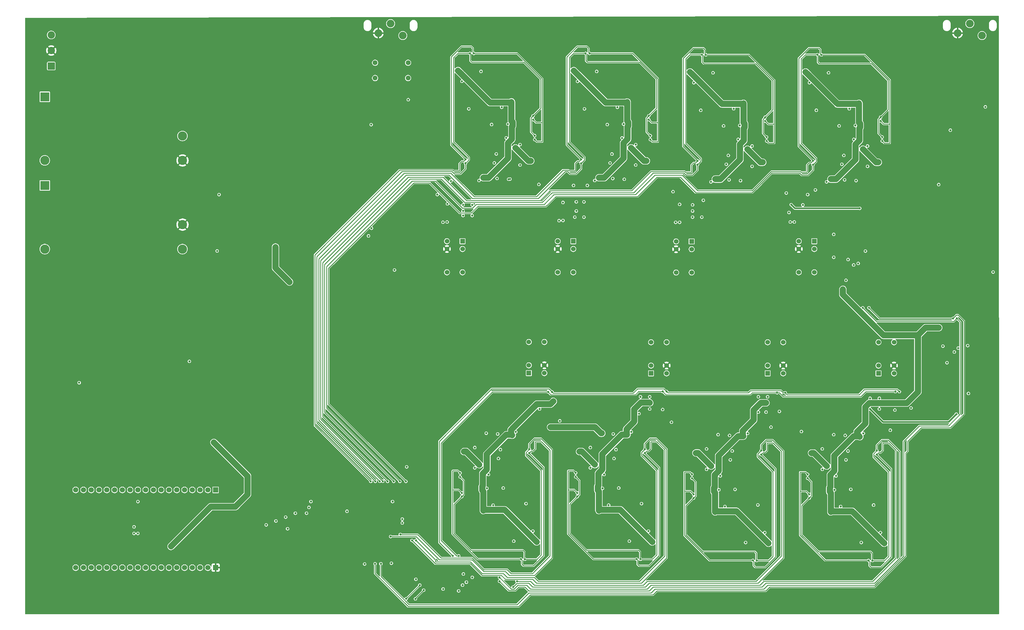
<source format=gbr>
%TF.GenerationSoftware,KiCad,Pcbnew,9.0.5*%
%TF.CreationDate,2025-11-19T13:11:48+02:00*%
%TF.ProjectId,KICAD PEQ,4b494341-4420-4504-9551-2e6b69636164,rev?*%
%TF.SameCoordinates,Original*%
%TF.FileFunction,Copper,L3,Inr*%
%TF.FilePolarity,Positive*%
%FSLAX46Y46*%
G04 Gerber Fmt 4.6, Leading zero omitted, Abs format (unit mm)*
G04 Created by KiCad (PCBNEW 9.0.5) date 2025-11-19 13:11:48*
%MOMM*%
%LPD*%
G01*
G04 APERTURE LIST*
G04 Aperture macros list*
%AMRoundRect*
0 Rectangle with rounded corners*
0 $1 Rounding radius*
0 $2 $3 $4 $5 $6 $7 $8 $9 X,Y pos of 4 corners*
0 Add a 4 corners polygon primitive as box body*
4,1,4,$2,$3,$4,$5,$6,$7,$8,$9,$2,$3,0*
0 Add four circle primitives for the rounded corners*
1,1,$1+$1,$2,$3*
1,1,$1+$1,$4,$5*
1,1,$1+$1,$6,$7*
1,1,$1+$1,$8,$9*
0 Add four rect primitives between the rounded corners*
20,1,$1+$1,$2,$3,$4,$5,0*
20,1,$1+$1,$4,$5,$6,$7,0*
20,1,$1+$1,$6,$7,$8,$9,0*
20,1,$1+$1,$8,$9,$2,$3,0*%
G04 Aperture macros list end*
%TA.AperFunction,ComponentPad*%
%ADD10O,2.500000X2.500000*%
%TD*%
%TA.AperFunction,ComponentPad*%
%ADD11R,1.524000X1.524000*%
%TD*%
%TA.AperFunction,ComponentPad*%
%ADD12C,1.524000*%
%TD*%
%TA.AperFunction,ComponentPad*%
%ADD13R,3.000000X3.000000*%
%TD*%
%TA.AperFunction,ComponentPad*%
%ADD14C,3.000000*%
%TD*%
%TA.AperFunction,ComponentPad*%
%ADD15R,1.700000X1.700000*%
%TD*%
%TA.AperFunction,ComponentPad*%
%ADD16C,1.700000*%
%TD*%
%TA.AperFunction,ComponentPad*%
%ADD17C,1.600000*%
%TD*%
%TA.AperFunction,ComponentPad*%
%ADD18RoundRect,0.250001X0.949999X-0.949999X0.949999X0.949999X-0.949999X0.949999X-0.949999X-0.949999X0*%
%TD*%
%TA.AperFunction,ComponentPad*%
%ADD19C,2.400000*%
%TD*%
%TA.AperFunction,ViaPad*%
%ADD20C,0.700000*%
%TD*%
%TA.AperFunction,Conductor*%
%ADD21C,2.000000*%
%TD*%
%TA.AperFunction,Conductor*%
%ADD22C,0.500000*%
%TD*%
%TA.AperFunction,Conductor*%
%ADD23C,0.250000*%
%TD*%
G04 APERTURE END LIST*
D10*
%TO.N,Net-(J4-IN1)*%
%TO.C,J4*%
X169735000Y-51525200D03*
%TO.N,Net-(J4-IN2)*%
X165735000Y-47625000D03*
%TO.N,GND*%
X161735000Y-50725100D03*
%TD*%
D11*
%TO.N,Net-(VR3B-P0B)*%
%TO.C,K5*%
X225425000Y-118745000D03*
D12*
%TO.N,unconnected-(K5-Pad2)*%
X220345000Y-118745000D03*
%TO.N,/PEAK EQ R/peak_3 relay control*%
X225425000Y-121285000D03*
%TO.N,GND*%
X220345000Y-121285000D03*
%TO.N,/PEAK EQ R/IN*%
X225425000Y-128905000D03*
X220345000Y-128905000D03*
%TD*%
D11*
%TO.N,Net-(VR7B-P0B)*%
%TO.C,K4*%
X250825000Y-161925000D03*
D12*
%TO.N,unconnected-(K4-Pad2)*%
X255905000Y-161925000D03*
%TO.N,/PEAK EQ L/peak_2 relay control*%
X250825000Y-159385000D03*
%TO.N,GND*%
X255905000Y-159385000D03*
%TO.N,/PEAK EQ L/IN*%
X250825000Y-151765000D03*
X255905000Y-151765000D03*
%TD*%
D13*
%TO.N,Net-(J1-Pin_3)*%
%TO.C,PS2*%
X52757332Y-100521176D03*
D14*
%TO.N,Net-(J1-Pin_1)*%
X52757332Y-121321176D03*
%TO.N,Net-(PS2--Vo)*%
X97757332Y-121321176D03*
%TO.N,GND*%
X97757332Y-113321176D03*
%TD*%
D15*
%TO.N,GND*%
%TO.C,J3*%
X108580000Y-225425000D03*
D16*
%TO.N,unconnected-(J3-Pin_2-Pad2)*%
X106040000Y-225425000D03*
%TO.N,/esp32/IO22*%
X103500000Y-225425000D03*
%TO.N,unconnected-(J3-Pin_4-Pad4)*%
X100960000Y-225425000D03*
%TO.N,unconnected-(J3-Pin_5-Pad5)*%
X98420000Y-225425000D03*
%TO.N,/esp32/IO21*%
X95880000Y-225425000D03*
%TO.N,unconnected-(J3-Pin_7-Pad7)*%
X93340000Y-225425000D03*
%TO.N,/esp32/IO19*%
X90800000Y-225425000D03*
%TO.N,/esp32/IO18*%
X88260000Y-225425000D03*
%TO.N,unconnected-(J3-Pin_10-Pad10)*%
X85720000Y-225425000D03*
%TO.N,/esp32/IO17*%
X83180000Y-225425000D03*
%TO.N,/esp32/IO16*%
X80640000Y-225425000D03*
%TO.N,unconnected-(J3-Pin_13-Pad13)*%
X78100000Y-225425000D03*
%TO.N,unconnected-(J3-Pin_14-Pad14)*%
X75560000Y-225425000D03*
%TO.N,unconnected-(J3-Pin_15-Pad15)*%
X73020000Y-225425000D03*
%TO.N,unconnected-(J3-Pin_16-Pad16)*%
X70480000Y-225425000D03*
%TO.N,unconnected-(J3-Pin_17-Pad17)*%
X67940000Y-225425000D03*
%TO.N,unconnected-(J3-Pin_18-Pad18)*%
X65400000Y-225425000D03*
%TO.N,unconnected-(J3-Pin_19-Pad19)*%
X62860000Y-225425000D03*
%TD*%
D11*
%TO.N,Net-(VR8B-P0B)*%
%TO.C,K6*%
X288925000Y-161925000D03*
D12*
%TO.N,unconnected-(K6-Pad2)*%
X294005000Y-161925000D03*
%TO.N,/PEAK EQ L/peak_3 relay control*%
X288925000Y-159385000D03*
%TO.N,GND*%
X294005000Y-159385000D03*
%TO.N,/PEAK EQ L/IN*%
X288925000Y-151765000D03*
X294005000Y-151765000D03*
%TD*%
D11*
%TO.N,Net-(VR9B-P0B)*%
%TO.C,K2*%
X210895300Y-161843600D03*
D12*
%TO.N,unconnected-(K2-Pad2)*%
X215975300Y-161843600D03*
%TO.N,/PEAK EQ L/peak_1 relay control*%
X210895300Y-159303600D03*
%TO.N,GND*%
X215975300Y-159303600D03*
%TO.N,/PEAK EQ L/IN*%
X210895300Y-151683600D03*
X215975300Y-151683600D03*
%TD*%
D13*
%TO.N,Net-(J1-Pin_3)*%
%TO.C,PS1*%
X52757332Y-71536176D03*
D14*
%TO.N,Net-(J1-Pin_1)*%
X52757332Y-92336176D03*
%TO.N,GND*%
X97757332Y-92336176D03*
%TO.N,Net-(PS1-+Vo)*%
X97757332Y-84336176D03*
%TD*%
D11*
%TO.N,Net-(VR1B-P0B)*%
%TO.C,K7*%
X189230000Y-118745000D03*
D12*
%TO.N,unconnected-(K7-Pad2)*%
X184150000Y-118745000D03*
%TO.N,/PEAK EQ R/lowshelf relay control*%
X189230000Y-121285000D03*
%TO.N,GND*%
X184150000Y-121285000D03*
%TO.N,/PEAK EQ R/IN*%
X189230000Y-128905000D03*
X184150000Y-128905000D03*
%TD*%
D10*
%TO.N,Net-(J5-IN1)*%
%TO.C,J5*%
X358965000Y-51525200D03*
%TO.N,Net-(J5-IN2)*%
X354965000Y-47625000D03*
%TO.N,GND*%
X350965000Y-50725100D03*
%TD*%
D15*
%TO.N,/+3V3*%
%TO.C,J2*%
X108580000Y-200025000D03*
D16*
%TO.N,unconnected-(J2-Pin_2-Pad2)*%
X106040000Y-200025000D03*
%TO.N,unconnected-(J2-Pin_3-Pad3)*%
X103500000Y-200025000D03*
%TO.N,unconnected-(J2-Pin_4-Pad4)*%
X100960000Y-200025000D03*
%TO.N,unconnected-(J2-Pin_5-Pad5)*%
X98420000Y-200025000D03*
%TO.N,unconnected-(J2-Pin_6-Pad6)*%
X95880000Y-200025000D03*
%TO.N,unconnected-(J2-Pin_7-Pad7)*%
X93340000Y-200025000D03*
%TO.N,unconnected-(J2-Pin_8-Pad8)*%
X90800000Y-200025000D03*
%TO.N,/esp32/IO25*%
X88260000Y-200025000D03*
%TO.N,/esp32/IO26*%
X85720000Y-200025000D03*
%TO.N,/esp32/IO27*%
X83180000Y-200025000D03*
%TO.N,/esp32/IO14*%
X80640000Y-200025000D03*
%TO.N,unconnected-(J2-Pin_13-Pad13)*%
X78100000Y-200025000D03*
%TO.N,unconnected-(J2-Pin_14-Pad14)*%
X75560000Y-200025000D03*
%TO.N,/esp32/IO13*%
X73020000Y-200025000D03*
%TO.N,unconnected-(J2-Pin_16-Pad16)*%
X70480000Y-200025000D03*
%TO.N,unconnected-(J2-Pin_17-Pad17)*%
X67940000Y-200025000D03*
%TO.N,unconnected-(J2-Pin_18-Pad18)*%
X65400000Y-200025000D03*
%TO.N,unconnected-(J2-Pin_19-Pad19)*%
X62860000Y-200025000D03*
%TD*%
D17*
%TO.N,Net-(J4-IN2)*%
%TO.C,C128*%
X160655000Y-60405000D03*
%TO.N,Net-(U16A-+)*%
X160655000Y-65405000D03*
%TD*%
D11*
%TO.N,Net-(VR4B-P0B)*%
%TO.C,K1*%
X304165000Y-118745000D03*
D12*
%TO.N,unconnected-(K1-Pad2)*%
X299085000Y-118745000D03*
%TO.N,/PEAK EQ R/peak_1 relay control*%
X304165000Y-121285000D03*
%TO.N,GND*%
X299085000Y-121285000D03*
%TO.N,/PEAK EQ R/IN*%
X304165000Y-128905000D03*
X299085000Y-128905000D03*
%TD*%
D11*
%TO.N,Net-(VR6B-P0B)*%
%TO.C,K8*%
X325120000Y-161925000D03*
D12*
%TO.N,unconnected-(K8-Pad2)*%
X330200000Y-161925000D03*
%TO.N,/PEAK EQ L/lowshelf relay control*%
X325120000Y-159385000D03*
%TO.N,GND*%
X330200000Y-159385000D03*
%TO.N,/PEAK EQ L/IN*%
X325120000Y-151765000D03*
X330200000Y-151765000D03*
%TD*%
D18*
%TO.N,Net-(J1-Pin_1)*%
%TO.C,J1*%
X54877332Y-61488676D03*
D19*
%TO.N,GND*%
X54877332Y-56408676D03*
%TO.N,Net-(J1-Pin_3)*%
X54877332Y-51328676D03*
%TD*%
D11*
%TO.N,Net-(VR2B-P0B)*%
%TO.C,K3*%
X264084700Y-118826400D03*
D12*
%TO.N,unconnected-(K3-Pad2)*%
X259004700Y-118826400D03*
%TO.N,/PEAK EQ R/peak_2 relay control*%
X264084700Y-121366400D03*
%TO.N,GND*%
X259004700Y-121366400D03*
%TO.N,/PEAK EQ R/IN*%
X264084700Y-128986400D03*
X259004700Y-128986400D03*
%TD*%
D17*
%TO.N,Net-(J4-IN1)*%
%TO.C,C129*%
X171450000Y-60405000D03*
%TO.N,Net-(U16B-+)*%
X171450000Y-65405000D03*
%TD*%
D20*
%TO.N,GND*%
X92710000Y-185420000D03*
X92710000Y-184150000D03*
X92710000Y-182880000D03*
X132715000Y-134620000D03*
X131445000Y-134620000D03*
X130175000Y-134620000D03*
X128905000Y-134620000D03*
X111760000Y-135255000D03*
X109855000Y-135255000D03*
X113030000Y-135255000D03*
X57785000Y-182880000D03*
X57785000Y-185420000D03*
X57785000Y-184150000D03*
X62230000Y-176530000D03*
X59690000Y-168275000D03*
X61595000Y-168275000D03*
X76200000Y-171450000D03*
X70485000Y-175895000D03*
X70485000Y-177800000D03*
X107950000Y-173990000D03*
X107950000Y-172085000D03*
X113665000Y-168275000D03*
X100330000Y-163830000D03*
X98425000Y-163830000D03*
X220345000Y-87920000D03*
X171760000Y-130175000D03*
X132080000Y-116205000D03*
X126999852Y-115211151D03*
X107466683Y-109102018D03*
X125647825Y-108323728D03*
X102870000Y-111760000D03*
X102870000Y-113030000D03*
X104140000Y-113030000D03*
X104140000Y-111760000D03*
X102870000Y-109220000D03*
X102870000Y-110490000D03*
X104140000Y-110490000D03*
X104140000Y-109220000D03*
X114935000Y-113030000D03*
X112395000Y-113030000D03*
X114935000Y-114300000D03*
X112395000Y-114300000D03*
X113665000Y-114300000D03*
X113665000Y-113030000D03*
X114935000Y-110490000D03*
X112395000Y-110490000D03*
X114935000Y-111760000D03*
X112395000Y-111760000D03*
X113665000Y-111760000D03*
X113665000Y-110490000D03*
X132715000Y-111125000D03*
X130175000Y-111125000D03*
X132715000Y-112395000D03*
X130175000Y-112395000D03*
X131445000Y-112395000D03*
X131445000Y-111125000D03*
X132715000Y-108585000D03*
X130175000Y-108585000D03*
X132715000Y-109855000D03*
X130175000Y-109855000D03*
X131445000Y-109855000D03*
X131445000Y-108585000D03*
X124460000Y-111760000D03*
X121920000Y-111760000D03*
X124460000Y-113030000D03*
X121920000Y-113030000D03*
X123190000Y-113030000D03*
X123190000Y-111760000D03*
X121920000Y-110490000D03*
X121920000Y-109220000D03*
X123190000Y-110490000D03*
X123190000Y-109220000D03*
X124460000Y-110490000D03*
X124460000Y-109220000D03*
X132317671Y-106361742D03*
X114300000Y-107315000D03*
X112395000Y-109220000D03*
X108906581Y-116834624D03*
X110853446Y-119295130D03*
X102436362Y-119079732D03*
X104325235Y-116602657D03*
X113665000Y-116840000D03*
X120650000Y-118110000D03*
X122555000Y-116205000D03*
X127283844Y-116804249D03*
%TO.N,/+3V3*%
X318557332Y-81443675D03*
X225567597Y-62993979D03*
X242817597Y-80993979D03*
X195474265Y-206759304D03*
X226397332Y-108868676D03*
X263556847Y-63447929D03*
X171000000Y-192500000D03*
X313500000Y-134500000D03*
X205474265Y-182159304D03*
X250384265Y-171584303D03*
X271556847Y-98297929D03*
X295897332Y-109368676D03*
X226397332Y-105868676D03*
X243224750Y-182155050D03*
X233567597Y-97843979D03*
X205022325Y-80984839D03*
X196224265Y-199009304D03*
X281556847Y-73697929D03*
X226500000Y-64493979D03*
X166000000Y-224000000D03*
X151500000Y-207000000D03*
X289214000Y-217459000D03*
X187772325Y-62984839D03*
X319307332Y-73693675D03*
X281214000Y-182609000D03*
X280806847Y-81447929D03*
X264397332Y-108868676D03*
X309759272Y-199468140D03*
X189397332Y-106868676D03*
X288384265Y-174584303D03*
X325384265Y-171584303D03*
X319009272Y-182618140D03*
X157250000Y-224250000D03*
X189397332Y-108868676D03*
X271214000Y-207209000D03*
X264397332Y-106868676D03*
X288384265Y-171584303D03*
X233224750Y-206755050D03*
X243567597Y-73243979D03*
X189500000Y-227500000D03*
X213474265Y-217009304D03*
X325384265Y-173584303D03*
X195772325Y-97834839D03*
X300397332Y-106868676D03*
X233974750Y-199005050D03*
X214384265Y-173584303D03*
X250384265Y-173584303D03*
X301307332Y-63443675D03*
X309009272Y-207218140D03*
X218884265Y-171084303D03*
X251224750Y-217005050D03*
X309307332Y-98293675D03*
X344805000Y-147000000D03*
X271964000Y-199459000D03*
X205772325Y-73234839D03*
X327009272Y-217468140D03*
%TO.N,/PEAK EQ R/peak_1 relay control*%
X134620000Y-207645000D03*
%TO.N,/PEAK EQ R/IN*%
X167005000Y-128152847D03*
%TO.N,GND*%
X187272325Y-91484839D03*
X173990000Y-133985000D03*
X234974750Y-209005050D03*
X289306847Y-67447929D03*
X231232597Y-56631281D03*
X200974265Y-190759304D03*
X288146847Y-89872930D03*
X223520000Y-130810000D03*
X236128206Y-150634801D03*
X263056847Y-93197929D03*
X249317597Y-65743979D03*
X212995000Y-130175000D03*
X326009272Y-206218140D03*
X312682920Y-158635833D03*
X303344568Y-158722040D03*
X293806847Y-73197929D03*
X198974265Y-188759304D03*
X296759272Y-199468140D03*
X218022325Y-87734839D03*
X296759272Y-192718140D03*
X217150000Y-121285000D03*
X324384265Y-217584303D03*
X321509272Y-226718140D03*
X287914000Y-186959000D03*
X266534000Y-207358998D03*
X303897332Y-63368676D03*
X281230702Y-128027677D03*
X228397332Y-62368676D03*
X228817597Y-98993979D03*
X238317597Y-83993979D03*
X317557332Y-71443675D03*
X297815000Y-158750000D03*
X322897332Y-78868676D03*
X190474265Y-212009304D03*
X280559676Y-156536750D03*
X260464000Y-210459000D03*
X233878206Y-150634801D03*
X264394676Y-156536750D03*
X260080000Y-158750000D03*
X200968938Y-150522960D03*
X269220000Y-125730000D03*
X230152916Y-150634801D03*
X245897332Y-82642979D03*
X222600463Y-78712712D03*
X195348341Y-152708250D03*
X220345000Y-84455000D03*
X251974750Y-221005050D03*
X222474750Y-210005050D03*
X293806847Y-80197929D03*
X214224265Y-221009304D03*
X296759272Y-194968140D03*
X325557332Y-68943675D03*
X218022325Y-71484839D03*
X192634265Y-210084303D03*
X303129676Y-156536750D03*
X210224265Y-226259304D03*
X202025331Y-70979505D03*
X196598341Y-152708250D03*
X263214000Y-194959000D03*
X178415000Y-142240000D03*
X238067597Y-89243979D03*
X321344272Y-223830838D03*
X295890000Y-130175000D03*
X306009272Y-194043139D03*
X255250000Y-121285000D03*
X302419272Y-191043139D03*
X212362325Y-89409840D03*
X258964000Y-193709000D03*
X165735000Y-84165000D03*
X210772325Y-67984839D03*
X306807332Y-99443675D03*
X193634265Y-210084303D03*
X273056847Y-101447929D03*
X251724750Y-185005050D03*
X293514294Y-166949930D03*
X206772325Y-65734839D03*
X243236115Y-152792131D03*
X202272325Y-91234839D03*
X323759272Y-181468140D03*
X258964000Y-208959000D03*
X169545000Y-93055000D03*
X305213135Y-150439079D03*
X306897332Y-80868676D03*
X251724750Y-187255050D03*
X230384265Y-184084303D03*
X216474265Y-213509304D03*
X298815000Y-158750000D03*
X265720000Y-125730000D03*
X305384265Y-202584303D03*
X249924750Y-186505050D03*
X282809676Y-156536750D03*
X169545000Y-85415000D03*
X305557332Y-54193675D03*
X320884265Y-204084303D03*
X246995000Y-130175000D03*
X303307332Y-54193675D03*
X177800000Y-137795000D03*
X245745000Y-130175000D03*
X215859265Y-176199294D03*
X207974265Y-226259304D03*
X306884265Y-202584303D03*
X267806847Y-99447929D03*
X276515000Y-130175000D03*
X259397166Y-152708250D03*
X205897332Y-95868676D03*
X191770000Y-150495000D03*
X312259272Y-179468140D03*
X190397332Y-62868676D03*
X266720000Y-158750000D03*
X296759272Y-195968140D03*
X243317597Y-65743979D03*
X184150000Y-144145000D03*
X300515805Y-150467039D03*
X177780000Y-130175000D03*
X269596104Y-152792131D03*
X293640000Y-125730000D03*
X211435000Y-121285000D03*
X190520000Y-150495000D03*
X271053154Y-128064957D03*
X187022325Y-60234839D03*
X246317597Y-67993979D03*
X239665000Y-130175000D03*
X279806847Y-71447929D03*
X321884265Y-186084303D03*
X193974265Y-212009304D03*
X198633449Y-150522960D03*
X245486115Y-152792131D03*
X278056847Y-91697929D03*
X258147166Y-152708250D03*
X285124000Y-224033999D03*
X225474750Y-213005050D03*
X235875000Y-123825000D03*
X169545000Y-92055000D03*
X305579272Y-207368138D03*
X331557332Y-77943675D03*
X293806847Y-88197929D03*
X307153352Y-158663793D03*
X274300000Y-125730000D03*
X283396847Y-70372930D03*
X269221847Y-57085231D03*
X280306847Y-66197929D03*
X250157597Y-89418980D03*
X209272325Y-65734839D03*
X301009272Y-194968140D03*
X297509272Y-209718140D03*
X183224265Y-192259304D03*
X311509272Y-214718140D03*
X284387677Y-150578880D03*
X270034000Y-207358998D03*
X210165000Y-130175000D03*
X282845000Y-130175000D03*
X206952325Y-73084841D03*
X269897332Y-95368676D03*
X203272325Y-65734839D03*
X193272325Y-98984839D03*
X267346104Y-152792131D03*
X295105878Y-127999371D03*
X269874000Y-186033999D03*
X289556847Y-84697929D03*
X209522325Y-67984839D03*
X227902916Y-150634801D03*
X263884265Y-197084303D03*
X308759272Y-212468140D03*
X289556847Y-85947929D03*
X304009272Y-212468140D03*
X249224750Y-226255050D03*
X270800000Y-125730000D03*
X313457595Y-152652329D03*
X292306847Y-70447929D03*
X187272325Y-94984839D03*
X268755108Y-156564710D03*
X273050000Y-125730000D03*
X261647166Y-152708250D03*
X245724750Y-226255050D03*
X273966700Y-150578880D03*
X279745000Y-158750000D03*
X270490000Y-130175000D03*
X298264197Y-150467039D03*
X208772325Y-86409840D03*
X245271223Y-150606841D03*
X302765805Y-150467039D03*
X325057332Y-66193675D03*
X187474265Y-194509304D03*
X304557332Y-99443675D03*
X207974265Y-181009304D03*
X165735000Y-81915000D03*
X293806847Y-89447929D03*
X169545000Y-84165000D03*
X190224265Y-210009304D03*
X285397332Y-78368676D03*
X312259272Y-212468140D03*
X301509272Y-202718140D03*
X196383449Y-150522960D03*
X301765805Y-150467039D03*
X274714000Y-189209000D03*
X250897332Y-83368676D03*
X327759272Y-221468140D03*
X228117808Y-152820091D03*
X194884265Y-210084303D03*
X198724265Y-212009304D03*
X220345000Y-91420000D03*
X209224265Y-181009304D03*
X227474750Y-214255050D03*
X278714000Y-215959000D03*
X203433830Y-152708250D03*
X246670000Y-121285000D03*
X226867597Y-91993979D03*
X251567597Y-84243979D03*
X241771223Y-150606841D03*
X232410000Y-121285000D03*
X220974750Y-191005050D03*
X279556847Y-68447929D03*
X192022325Y-53734839D03*
X270631212Y-150606841D03*
X234585000Y-130175000D03*
X270214000Y-214709000D03*
X246997597Y-73093981D03*
X205713398Y-152736210D03*
X284396847Y-70372930D03*
X238519615Y-150634801D03*
X185420000Y-145415000D03*
X231884265Y-202584303D03*
X326807332Y-79468675D03*
X223392518Y-152792131D03*
X312756266Y-209473474D03*
X309259272Y-214718140D03*
X258964000Y-194959000D03*
X193290333Y-197360303D03*
X189072325Y-93484839D03*
X243817597Y-67993979D03*
X220974750Y-200255050D03*
X277765000Y-130175000D03*
X229817597Y-53743979D03*
X238474750Y-196005050D03*
X231755000Y-130175000D03*
X306807332Y-54193675D03*
X284964000Y-226709000D03*
X258964000Y-198209000D03*
X265859568Y-158722040D03*
X234224750Y-212005050D03*
X169545000Y-90805000D03*
X282845000Y-125730000D03*
X274181592Y-152764170D03*
X283845000Y-125730000D03*
X255817597Y-82243979D03*
X267970000Y-125730000D03*
X248247597Y-73093981D03*
X212090000Y-98155000D03*
X213272325Y-77734839D03*
X268374000Y-210533999D03*
X215900000Y-121285000D03*
X301009272Y-196218140D03*
X187724265Y-213009304D03*
X304379676Y-156536750D03*
X285306847Y-68447929D03*
X304015805Y-150467039D03*
X274464000Y-212459000D03*
X239820603Y-70988645D03*
X305557332Y-99443675D03*
X165735000Y-91420000D03*
X188884265Y-190584303D03*
X264856847Y-93947929D03*
X201585000Y-130175000D03*
X231884750Y-185580049D03*
X263394676Y-156536750D03*
X330009272Y-215968140D03*
X233660000Y-121285000D03*
X316807332Y-66193675D03*
X251067597Y-77743979D03*
X312259272Y-192218140D03*
X289714000Y-186709000D03*
X279980702Y-128027677D03*
X229474750Y-212005050D03*
X248384265Y-217084303D03*
X183224265Y-205009304D03*
X316509272Y-215968140D03*
X226567597Y-74243979D03*
X165735000Y-85415000D03*
X271931592Y-152764170D03*
X213974265Y-187259304D03*
X281384265Y-186084303D03*
X215245000Y-130175000D03*
X293806847Y-85947929D03*
X274056847Y-64947929D03*
X281595000Y-125730000D03*
X309957595Y-152652329D03*
X191974265Y-214259304D03*
X189724265Y-214259304D03*
X277823001Y-152764170D03*
X261115108Y-156564710D03*
X266990000Y-130175000D03*
X264954694Y-152736210D03*
X212022325Y-68484839D03*
X269240000Y-130175000D03*
X207612325Y-69909840D03*
X199933830Y-152708250D03*
X191425000Y-130175000D03*
X327500000Y-173500000D03*
X319057332Y-66193675D03*
X206362325Y-69909840D03*
X234474750Y-214255050D03*
X320307332Y-66193675D03*
X211745000Y-130175000D03*
X191022325Y-53734839D03*
X287925000Y-130175000D03*
X271249568Y-158722040D03*
X260182274Y-150522960D03*
X183224265Y-199009304D03*
X284615393Y-186509000D03*
X277291050Y-128009037D03*
X282352569Y-152764170D03*
X227974750Y-210005050D03*
X286806847Y-70447929D03*
X283480702Y-128027677D03*
X276515000Y-125730000D03*
X272214000Y-212459000D03*
X251724750Y-186255050D03*
X194884265Y-183584303D03*
X307829272Y-207368138D03*
X221270000Y-130810000D03*
X226892518Y-152792131D03*
X218022325Y-84484839D03*
X274534676Y-156536750D03*
X222600463Y-84566841D03*
X228724750Y-214255050D03*
X224427626Y-150606841D03*
X212522325Y-66234839D03*
X299850108Y-156564710D03*
X321557332Y-66193675D03*
X220345000Y-81010000D03*
X241986115Y-152792131D03*
X275056847Y-101447929D03*
X168255000Y-132080000D03*
X262704694Y-152736210D03*
X269056847Y-54197929D03*
X323057332Y-68443675D03*
X193272325Y-53734839D03*
X198724265Y-191759304D03*
X305509272Y-214718140D03*
X321491264Y-83092676D03*
X264856847Y-92447929D03*
X217272325Y-70734839D03*
X225642518Y-152792131D03*
X246974750Y-226255050D03*
X213974265Y-188509304D03*
X245724750Y-181005050D03*
X255817597Y-79743979D03*
X330057332Y-70443675D03*
X200272325Y-89234839D03*
X199221259Y-209014638D03*
X304594568Y-158722040D03*
X308009272Y-214718140D03*
X248920000Y-121285000D03*
X302607332Y-92443675D03*
X193897332Y-76368676D03*
X296759272Y-200718140D03*
X210185000Y-121285000D03*
X236474750Y-212005050D03*
X217805000Y-91440000D03*
X238740000Y-121285000D03*
X225067597Y-91493979D03*
X264464000Y-214209000D03*
X331557332Y-83693675D03*
X231402916Y-150634801D03*
X222567597Y-66493979D03*
X286584487Y-128029748D03*
X257830000Y-158750000D03*
X262806847Y-61697929D03*
X300807332Y-93193675D03*
X262144676Y-156536750D03*
X311207595Y-152652329D03*
X306579272Y-207368138D03*
X213272325Y-79009839D03*
X218667228Y-152792131D03*
X184724265Y-210009304D03*
X235093098Y-152820091D03*
X201183830Y-152708250D03*
X195897332Y-94368676D03*
X287806847Y-68947929D03*
X240769615Y-150634801D03*
X227567597Y-98993979D03*
X310759272Y-209468140D03*
X267806847Y-54197929D03*
X187974265Y-200984304D03*
X241067597Y-65743979D03*
X165000000Y-206500000D03*
X207642474Y-184842509D03*
X283024568Y-158722040D03*
X304557332Y-54193675D03*
X213974265Y-186259304D03*
X239734507Y-152820091D03*
X230884265Y-197356050D03*
X283714000Y-226709000D03*
X194234892Y-152680290D03*
X187272325Y-92734839D03*
X230367808Y-152820091D03*
X288834487Y-128029748D03*
X306169272Y-210543139D03*
X191884265Y-201584303D03*
X245559750Y-223367748D03*
X197474265Y-212009304D03*
X320487332Y-73543677D03*
X205085000Y-130175000D03*
X267646847Y-56872930D03*
X185690000Y-130810000D03*
X172065000Y-135890000D03*
X179090000Y-139065000D03*
X298479089Y-152652329D03*
X322919272Y-224043139D03*
X233335000Y-130175000D03*
X218022325Y-82234839D03*
X229724750Y-214255050D03*
X266806847Y-54197929D03*
X199272325Y-100984839D03*
X301509272Y-201443140D03*
X278608109Y-150578880D03*
X187272325Y-93734839D03*
X192675000Y-130175000D03*
X218022325Y-88984839D03*
X314057332Y-84443675D03*
X286675000Y-130175000D03*
X325897332Y-89868676D03*
X296759272Y-191468140D03*
X262359568Y-158722040D03*
X263739802Y-150550920D03*
X258964000Y-200709000D03*
X267124000Y-210533999D03*
X284602569Y-152764170D03*
X221500000Y-109543676D03*
X291605878Y-127999371D03*
X182900000Y-142875000D03*
X221724750Y-209255050D03*
X265556847Y-54197929D03*
X236343098Y-152820091D03*
X182225000Y-146050000D03*
X201968938Y-150522960D03*
X261432274Y-150522960D03*
X283352569Y-152764170D03*
X179685000Y-143510000D03*
X198724265Y-179009304D03*
X265644676Y-156536750D03*
X165735000Y-93670000D03*
X325009272Y-226718140D03*
X208260000Y-98425000D03*
X255817597Y-86743979D03*
X306678027Y-152624369D03*
X232628206Y-150634801D03*
X247317597Y-67993979D03*
X231067597Y-98993979D03*
X207897332Y-95868676D03*
X251567597Y-85493979D03*
X289056847Y-78197929D03*
X279056847Y-66197929D03*
X297600108Y-156564710D03*
X173355000Y-137160000D03*
X285056847Y-66197929D03*
X275431592Y-152764170D03*
X326807332Y-78193675D03*
X197755000Y-130175000D03*
X282556847Y-66197929D03*
X207272325Y-67984839D03*
X236474750Y-179005050D03*
X197272325Y-100984839D03*
X283897332Y-83096929D03*
X204022325Y-70984839D03*
X212090000Y-95905000D03*
X237484507Y-152820091D03*
X292214000Y-213959000D03*
X234093098Y-152820091D03*
X310807332Y-101443675D03*
X216474265Y-215509304D03*
X259714000Y-209709000D03*
X322057332Y-68443675D03*
X208202325Y-73084841D03*
X261330000Y-158750000D03*
X280774568Y-158722040D03*
X214224265Y-218759304D03*
X276030108Y-156564710D03*
X263056847Y-94197929D03*
X299514197Y-150467039D03*
X255817597Y-72743979D03*
X222167228Y-152792131D03*
X203218938Y-150522960D03*
X222600463Y-85566841D03*
X306938460Y-156478503D03*
X280556847Y-68447929D03*
X254224750Y-215505050D03*
X251750000Y-123825000D03*
X331557332Y-80193675D03*
X314259272Y-196468140D03*
X189772325Y-98984839D03*
X293056847Y-71197929D03*
X235240000Y-121285000D03*
X313807332Y-89693675D03*
X274464000Y-192209000D03*
X288925000Y-125730000D03*
X306463135Y-150439079D03*
X324307332Y-68443675D03*
X202522325Y-67984839D03*
X207748506Y-150550920D03*
X231222364Y-123937528D03*
X224817597Y-58993979D03*
X208522325Y-67984839D03*
X191984892Y-152680290D03*
X202183830Y-152708250D03*
X230166204Y-93943979D03*
X220974750Y-196755050D03*
X240067597Y-91243979D03*
X296759272Y-193718140D03*
X211522325Y-65734839D03*
X244747597Y-73093981D03*
X271435000Y-130175000D03*
X202522325Y-88234839D03*
X264739802Y-150550920D03*
X220974750Y-197755050D03*
X218022325Y-79734839D03*
X311682920Y-158635833D03*
X183224265Y-193259304D03*
X194384265Y-203584303D03*
X307509272Y-212468140D03*
X169545000Y-118110000D03*
X293806847Y-84947929D03*
X254000000Y-123825000D03*
X264624000Y-191033999D03*
X276714000Y-191209000D03*
X268884265Y-197810000D03*
X245997597Y-73093981D03*
X188575000Y-152400000D03*
X271464000Y-214709000D03*
X307669272Y-186043139D03*
X183224265Y-194509304D03*
X300557332Y-61693675D03*
X206884265Y-203584303D03*
X249817597Y-68493979D03*
X81280000Y-217805000D03*
X197974265Y-214259304D03*
X229817597Y-98993979D03*
X282230702Y-128027677D03*
X249397332Y-96368676D03*
X301980697Y-152652329D03*
X318884265Y-186084303D03*
X169545000Y-121610000D03*
X300557332Y-60693675D03*
X186710000Y-146685000D03*
X205498506Y-150550920D03*
X191384265Y-210084303D03*
X251317597Y-66993979D03*
X224817597Y-61243979D03*
X244021223Y-150606841D03*
X282024568Y-158722040D03*
X314509272Y-191218140D03*
X246567597Y-86418980D03*
X277809853Y-71442595D03*
X192044265Y-206909302D03*
X283986847Y-73547931D03*
X254224750Y-213505050D03*
X193437325Y-56622141D03*
X183224265Y-208509304D03*
X247067597Y-65743979D03*
X191862325Y-56409840D03*
X230974750Y-214255050D03*
X252075000Y-130175000D03*
X241915000Y-130175000D03*
X315807332Y-91693675D03*
X325709272Y-188468140D03*
X283549000Y-223821698D03*
X301259272Y-213468140D03*
X319897332Y-96868676D03*
X255817597Y-84493979D03*
X220917228Y-152792131D03*
X254000000Y-121285000D03*
X320807332Y-68443675D03*
X263714000Y-201434000D03*
X175260000Y-130175000D03*
X210224265Y-181009304D03*
X320397332Y-76868676D03*
X290175000Y-125730000D03*
X202835000Y-130175000D03*
X282896847Y-94872930D03*
X224642518Y-152792131D03*
X248920000Y-123825000D03*
X230505000Y-130175000D03*
X205522325Y-65734839D03*
X203835000Y-121285000D03*
X213650000Y-121285000D03*
X316057332Y-101443675D03*
X177165000Y-104775000D03*
X296229089Y-152652329D03*
X243021223Y-150606841D03*
X281806847Y-68447929D03*
X220345000Y-80010000D03*
X312509272Y-189218140D03*
X230474750Y-212005050D03*
X307139123Y-95610470D03*
X300807332Y-91943675D03*
X257615108Y-156564710D03*
X313718028Y-156450543D03*
X197224265Y-209009304D03*
X209384265Y-223584303D03*
X277280108Y-156564710D03*
X294640000Y-125730000D03*
X269056847Y-99447929D03*
X287306847Y-66197929D03*
X268964000Y-214709000D03*
X305397332Y-56868676D03*
X211474265Y-181009304D03*
X222520000Y-130810000D03*
X290175000Y-130175000D03*
X243658125Y-123741806D03*
X263056847Y-95447929D03*
X307897332Y-76868676D03*
X192897332Y-94368676D03*
X192473265Y-193675000D03*
X230384750Y-210080049D03*
X196724265Y-214259304D03*
X330009272Y-213968140D03*
X192770000Y-150495000D03*
X289056847Y-79472929D03*
X278765000Y-130175000D03*
X303259272Y-214718140D03*
X281595000Y-130175000D03*
X263609568Y-158722040D03*
X189230000Y-149225000D03*
X213974265Y-185009304D03*
X277714000Y-179459000D03*
X226867597Y-93493979D03*
X318057332Y-66193675D03*
X280887677Y-150578880D03*
X225724750Y-200980050D03*
X287925000Y-125730000D03*
X293806847Y-83697929D03*
X217805000Y-92440000D03*
X183224265Y-200259304D03*
X225067597Y-94993979D03*
X216522325Y-69984839D03*
X299729089Y-152652329D03*
X241408125Y-123741806D03*
X281306847Y-66197929D03*
X289714000Y-187709000D03*
X283056847Y-68447929D03*
X293806847Y-82697929D03*
X204248506Y-150550920D03*
X214224265Y-219759304D03*
X213995000Y-130175000D03*
X327307332Y-84693675D03*
X220974750Y-192255050D03*
X232224750Y-214255050D03*
X276245000Y-158750000D03*
X318307332Y-68443675D03*
X267384265Y-202584303D03*
X206022325Y-67984839D03*
X236067597Y-64493979D03*
X211474265Y-226259304D03*
X292390000Y-130175000D03*
X278306847Y-88697929D03*
X183224265Y-203759304D03*
X298307332Y-64943675D03*
X209202325Y-73084841D03*
X174605000Y-138430000D03*
X256520000Y-130175000D03*
X196505000Y-130175000D03*
X231410000Y-121285000D03*
X293806847Y-81447929D03*
X235724750Y-214255050D03*
X277765000Y-125730000D03*
X296565000Y-158750000D03*
X251067597Y-79018979D03*
X311468028Y-156450543D03*
X222600463Y-82212712D03*
X331557332Y-81443675D03*
X200005000Y-130175000D03*
X285964000Y-226709000D03*
X218022325Y-86734839D03*
X183224265Y-206259304D03*
X285942178Y-83286553D03*
X232843098Y-152820091D03*
X273303154Y-128064957D03*
X202522325Y-100984839D03*
X278495000Y-158750000D03*
X255817597Y-80993979D03*
X183224265Y-191009304D03*
X206010000Y-98425000D03*
X237125000Y-123825000D03*
X253020000Y-130175000D03*
X308884265Y-184584303D03*
X287214000Y-226709000D03*
X244908125Y-123741806D03*
X207935000Y-121285000D03*
X175875000Y-139700000D03*
X296759272Y-197218140D03*
X321737332Y-73543677D03*
X240317597Y-88243979D03*
X298259272Y-210468140D03*
X304919272Y-210543139D03*
X327509272Y-185468140D03*
X274749568Y-158722040D03*
X169545000Y-119360000D03*
X331557332Y-88193675D03*
X268381212Y-150606841D03*
X288306847Y-66697929D03*
X268970000Y-158750000D03*
X210452325Y-73084841D03*
X247974750Y-181005050D03*
X272284676Y-156536750D03*
X283806847Y-66197929D03*
X327509272Y-188968140D03*
X220345000Y-86705000D03*
X208022325Y-65734839D03*
X207915000Y-130175000D03*
X247397332Y-77868676D03*
X258964000Y-192709000D03*
X272050000Y-125730000D03*
X235585000Y-130175000D03*
X319897332Y-70368676D03*
X322307332Y-86868676D03*
X264609568Y-158722040D03*
X225067597Y-93743979D03*
X191022325Y-98984839D03*
X284274568Y-158722040D03*
X263214000Y-196209000D03*
X280015000Y-125730000D03*
X208612325Y-69909840D03*
X238125000Y-123825000D03*
X310009272Y-212468140D03*
X270846104Y-152792131D03*
X244567597Y-65743979D03*
X268596104Y-152792131D03*
X213522325Y-66984839D03*
X175280000Y-135255000D03*
X183224265Y-196759304D03*
X195724265Y-214259304D03*
X267131212Y-150606841D03*
X169545000Y-94305000D03*
X273284676Y-156536750D03*
X201974265Y-179009304D03*
X283845000Y-130175000D03*
X308419272Y-210543139D03*
X176530000Y-130175000D03*
X247974750Y-226255050D03*
X248575000Y-130175000D03*
X231067597Y-53743979D03*
X284059676Y-156536750D03*
X296759272Y-207718140D03*
X229367808Y-152820091D03*
X322737332Y-73543677D03*
X264556847Y-74697929D03*
X302759272Y-211968140D03*
X250224750Y-205755050D03*
X306259272Y-212468140D03*
X228544750Y-206905048D03*
X313932920Y-158635833D03*
X225224750Y-195755050D03*
X257932274Y-150522960D03*
X263464000Y-213459000D03*
X228224750Y-212005050D03*
X288214000Y-206209000D03*
X235224750Y-212005050D03*
X227567597Y-53743979D03*
X232634750Y-210080049D03*
X207884265Y-199584303D03*
X281897332Y-96368676D03*
X192724265Y-212009304D03*
X187325000Y-151130000D03*
X187022325Y-61234839D03*
X207897332Y-77868676D03*
X266204694Y-152736210D03*
X263056847Y-91947929D03*
X302344568Y-158722040D03*
X186035000Y-149860000D03*
X198755000Y-130175000D03*
X258100000Y-130810000D03*
X331557332Y-74193675D03*
X262806847Y-60697929D03*
X284964000Y-181459000D03*
X209397332Y-77868676D03*
X174010000Y-130175000D03*
X316057332Y-68443675D03*
X309188460Y-156478503D03*
X330807332Y-71193675D03*
X195133449Y-150522960D03*
X236490000Y-121285000D03*
X207112325Y-94409840D03*
X224817597Y-60243979D03*
X203772325Y-67984839D03*
X327759272Y-220218140D03*
X212174265Y-186509304D03*
X218022325Y-80984839D03*
X284397332Y-96368676D03*
X260556847Y-64947929D03*
X229505000Y-130175000D03*
X308153352Y-158663793D03*
X245407597Y-69918980D03*
X282146847Y-70372930D03*
X232222364Y-123937528D03*
X236835000Y-130175000D03*
X312207595Y-152652329D03*
X222600463Y-79962712D03*
X250825000Y-130175000D03*
X186690000Y-130810000D03*
X310259272Y-214718140D03*
X236724750Y-188755050D03*
X264964000Y-211959000D03*
X244884265Y-185084303D03*
X300879676Y-156536750D03*
X282897332Y-77868676D03*
X220974750Y-207255050D03*
X331557332Y-82693675D03*
X195224265Y-212009304D03*
X237490000Y-121285000D03*
X168275000Y-71120000D03*
X267464000Y-212459000D03*
X300065000Y-158750000D03*
X293806847Y-71947929D03*
X228255000Y-130175000D03*
X204772325Y-67984839D03*
X244455000Y-121285000D03*
X278823001Y-152764170D03*
X245817597Y-65743979D03*
X278765000Y-125730000D03*
X226474750Y-213755050D03*
X265556847Y-99447929D03*
X289714000Y-188959000D03*
X231384750Y-210080049D03*
X258964000Y-207709000D03*
X304230697Y-152652329D03*
X285095000Y-125730000D03*
X307938460Y-156478503D03*
X183974265Y-209259304D03*
X218022325Y-72734839D03*
X272464000Y-214709000D03*
X314057332Y-81868676D03*
X263954694Y-152736210D03*
X314259272Y-199084303D03*
X302259272Y-214218140D03*
X312807332Y-101443675D03*
X273181592Y-152764170D03*
X204522325Y-65734839D03*
X323987332Y-73543677D03*
X259182274Y-150522960D03*
X200522325Y-81368676D03*
X230160000Y-121285000D03*
X272499568Y-158722040D03*
X298922332Y-104253685D03*
X292390000Y-125730000D03*
X240984507Y-152820091D03*
X203974265Y-179009304D03*
X220974750Y-193255050D03*
X283714000Y-181459000D03*
X304509272Y-214718140D03*
X220702336Y-150606841D03*
X251750000Y-121285000D03*
X281809676Y-156536750D03*
X286384265Y-218084303D03*
X255250000Y-123825000D03*
X276464000Y-198584303D03*
X238724750Y-190755050D03*
X302607332Y-93943675D03*
X245384265Y-199584303D03*
X275041050Y-128009037D03*
X298307332Y-66943675D03*
X210272325Y-65734839D03*
X270005108Y-156564710D03*
X232974750Y-212005050D03*
X187940000Y-130810000D03*
X245067597Y-67993979D03*
X240317597Y-100993979D03*
X194119455Y-193224283D03*
X222567597Y-64493979D03*
X230224750Y-193580049D03*
X165735000Y-90170000D03*
X315560338Y-71438341D03*
X225724750Y-202255050D03*
X247920000Y-123825000D03*
X307169272Y-210543139D03*
X212174265Y-188009304D03*
X188724265Y-213759304D03*
X331557332Y-71943675D03*
X269397332Y-80868676D03*
X205085000Y-121285000D03*
X288925000Y-130175000D03*
X193044265Y-206909302D03*
X300730697Y-152652329D03*
X310432920Y-158635833D03*
X267755108Y-156564710D03*
X255067597Y-70743979D03*
X229657597Y-56418980D03*
X273499568Y-158722040D03*
X202835000Y-121285000D03*
X207809265Y-223372002D03*
X275216700Y-150578880D03*
X349877332Y-85628676D03*
X326057332Y-66693675D03*
X284986847Y-73547931D03*
X322759272Y-226718140D03*
X260397166Y-152708250D03*
X274935000Y-130175000D03*
X223177626Y-150606841D03*
X220345000Y-85455000D03*
X169545000Y-81915000D03*
X269714000Y-212459000D03*
X232884265Y-184084303D03*
X169525000Y-133350000D03*
X302307332Y-74693675D03*
X300807332Y-95443675D03*
X193897332Y-79868676D03*
X269374000Y-210533999D03*
X184772325Y-64484839D03*
X305259272Y-212468140D03*
X267784000Y-207358998D03*
X188772325Y-74234839D03*
X265464000Y-214709000D03*
X298600108Y-156564710D03*
X194466151Y-214312036D03*
X305428027Y-152624369D03*
X192984892Y-152680290D03*
X306884265Y-184584303D03*
X250170000Y-123825000D03*
X190974265Y-214259304D03*
X286056847Y-66197929D03*
X308928027Y-152624369D03*
X253000000Y-121285000D03*
X331557332Y-75443675D03*
X186500000Y-233000000D03*
X305688460Y-156478503D03*
X269381212Y-150606841D03*
X219702336Y-150606841D03*
X276306847Y-84447929D03*
X280073001Y-152764170D03*
X294640000Y-130175000D03*
X204463398Y-152736210D03*
X230794750Y-206905048D03*
X276056847Y-89697929D03*
X287914000Y-188459000D03*
X242658125Y-123741806D03*
X198848341Y-152708250D03*
X221952336Y-150606841D03*
X194134265Y-185584303D03*
X270884265Y-185084303D03*
X218452336Y-150606841D03*
X276291050Y-128009037D03*
X237269615Y-150634801D03*
X233397332Y-94368676D03*
X244157597Y-69918980D03*
X200724265Y-198584303D03*
X259080000Y-158750000D03*
X292855878Y-127999371D03*
X218022325Y-85484839D03*
X242317597Y-65743979D03*
X322807332Y-66193675D03*
X229972364Y-123937528D03*
X231617808Y-152820091D03*
X321147332Y-70368676D03*
X265989802Y-150550920D03*
X183224265Y-207259304D03*
X271716700Y-150578880D03*
X197383449Y-150522960D03*
X303759272Y-210468140D03*
X296759272Y-198218140D03*
X289964000Y-221459000D03*
X285646847Y-70372930D03*
X201585000Y-121285000D03*
X331557332Y-87193675D03*
X184772325Y-66484839D03*
X270964000Y-212459000D03*
X293855878Y-127999371D03*
X324557332Y-70443675D03*
X255817597Y-88993979D03*
X259865108Y-156564710D03*
X297264197Y-150467039D03*
X240724750Y-215505050D03*
X180340000Y-140335000D03*
X321509272Y-181468140D03*
X327057332Y-67443675D03*
X319557332Y-68443675D03*
X286556847Y-68447929D03*
X306972332Y-57080977D03*
X202974265Y-215509304D03*
X279714000Y-179459000D03*
X219917228Y-152792131D03*
X237067597Y-100993979D03*
X246407597Y-69918980D03*
X323807332Y-66193675D03*
X220345000Y-89170000D03*
X220345000Y-82260000D03*
X262489802Y-150550920D03*
X239375000Y-123825000D03*
X316057332Y-88693675D03*
X178780000Y-130175000D03*
X226974750Y-211505050D03*
X322147332Y-70368676D03*
X191724265Y-212009304D03*
X274464000Y-179459000D03*
X305903352Y-158663793D03*
X310218028Y-156450543D03*
X200724265Y-196009304D03*
X309742703Y-150467039D03*
X170795000Y-134620000D03*
X169545000Y-120360000D03*
X313242703Y-150467039D03*
X273685000Y-130175000D03*
X297479089Y-152652329D03*
X220345000Y-78760000D03*
X183224265Y-197759304D03*
X310992703Y-150467039D03*
X229384265Y-202084303D03*
X189224265Y-211509304D03*
X222600463Y-86816841D03*
X209185000Y-121285000D03*
X293806847Y-87197929D03*
X277608109Y-150578880D03*
X217805000Y-93690000D03*
X181610000Y-141605000D03*
X266505108Y-156564710D03*
X276306847Y-82368676D03*
X320884265Y-200584303D03*
X270220000Y-158750000D03*
X331557332Y-84943675D03*
X251724750Y-188505050D03*
X240665000Y-130175000D03*
X220345000Y-90170000D03*
X308713135Y-150439079D03*
X225067597Y-92743979D03*
X184440000Y-130810000D03*
X266214000Y-212459000D03*
X229794750Y-206905048D03*
X317307332Y-68443675D03*
X222600463Y-80962712D03*
X325709272Y-186968140D03*
X187974265Y-202259304D03*
X193224265Y-214259304D03*
X255817597Y-83243979D03*
X266714000Y-214709000D03*
X251974750Y-219755050D03*
X226677626Y-150606841D03*
X285095000Y-130175000D03*
X307678027Y-152624369D03*
X172720000Y-132715000D03*
X284556847Y-86872930D03*
X277495000Y-158750000D03*
X276464000Y-196459000D03*
X249224750Y-181005050D03*
X229134750Y-210080049D03*
X251974750Y-218755050D03*
X266806847Y-99447929D03*
X311992703Y-150467039D03*
X171450000Y-131445000D03*
X273214000Y-212459000D03*
X207956257Y-82633839D03*
X286236847Y-73547931D03*
X228817597Y-53743979D03*
X225427626Y-150606841D03*
X243495000Y-130175000D03*
X258964000Y-197209000D03*
X213772325Y-84234839D03*
X197598341Y-152708250D03*
X194020000Y-150495000D03*
X331557332Y-78943675D03*
X331557332Y-85943675D03*
X241724750Y-179005050D03*
X169545000Y-83165000D03*
X247134750Y-223580049D03*
X259350000Y-130810000D03*
X276358109Y-150578880D03*
X214900000Y-121285000D03*
X281102569Y-152764170D03*
X212474265Y-205759304D03*
X242567597Y-67993979D03*
X267970000Y-158750000D03*
X200522325Y-83984839D03*
X183515000Y-147320000D03*
X189772325Y-53734839D03*
X322759272Y-181468140D03*
X236971744Y-209010384D03*
X211022325Y-69984839D03*
X282137677Y-150578880D03*
X231724750Y-212005050D03*
X173010000Y-130175000D03*
X187960000Y-187960000D03*
X293640000Y-130175000D03*
X327759272Y-219218140D03*
X301094568Y-158722040D03*
X183224265Y-201509304D03*
X278280108Y-156564710D03*
X302980697Y-152652329D03*
X289964000Y-219209000D03*
X279858109Y-150578880D03*
X280015000Y-130175000D03*
X285334487Y-128029748D03*
X258964000Y-191459000D03*
X177165000Y-140970000D03*
X187022325Y-58984839D03*
X206498506Y-150550920D03*
X220974750Y-208505050D03*
X165735000Y-83165000D03*
X311009272Y-212468140D03*
X162230130Y-83185074D03*
X327307332Y-85943675D03*
X267714000Y-214709000D03*
X274960994Y-209464334D03*
X207963398Y-152736210D03*
X198272325Y-64484839D03*
X244884265Y-203084303D03*
X289964000Y-220209000D03*
X199718938Y-150522960D03*
X247657597Y-69918980D03*
X283137677Y-150578880D03*
X300807332Y-94193675D03*
X286675000Y-125730000D03*
X265964000Y-210459000D03*
X196474265Y-212009304D03*
X246974750Y-181005050D03*
X233474750Y-214255050D03*
X273714000Y-214709000D03*
X268784000Y-207358998D03*
X213772325Y-85484839D03*
X238317597Y-81868676D03*
X296350108Y-156564710D03*
X244907597Y-94418980D03*
X254317597Y-69993979D03*
X224770000Y-130810000D03*
X241567597Y-67993979D03*
X278306847Y-68447929D03*
X187960000Y-147955000D03*
X320647332Y-94868676D03*
X238415000Y-130175000D03*
X311807332Y-64943675D03*
X220974750Y-195505050D03*
X250170000Y-121285000D03*
X206713398Y-152736210D03*
X248817597Y-69993979D03*
X272966700Y-150578880D03*
X269803154Y-128064957D03*
X270624000Y-210533999D03*
X253000000Y-123825000D03*
X220974750Y-199005050D03*
X331557332Y-76693675D03*
X220974750Y-194505050D03*
X184765000Y-148590000D03*
X226634750Y-190580049D03*
X268214000Y-194033999D03*
X170180000Y-130175000D03*
X207010000Y-98425000D03*
X307463135Y-150439079D03*
X180030000Y-130175000D03*
X255817597Y-87743979D03*
X225224750Y-194505050D03*
X238474750Y-198084303D03*
X266970000Y-125730000D03*
X192022325Y-98984839D03*
X268464000Y-212459000D03*
X358767332Y-72293676D03*
X323397332Y-70368676D03*
X180955000Y-144780000D03*
X295890000Y-125730000D03*
X209862325Y-69909840D03*
X183224265Y-202509304D03*
X289714000Y-185459000D03*
X300557332Y-59443675D03*
X279530108Y-156564710D03*
X262806847Y-59447929D03*
X244566597Y-76543979D03*
X190734892Y-152680290D03*
X266397332Y-63368676D03*
X261600000Y-130810000D03*
X258964000Y-199459000D03*
X177165000Y-111760000D03*
X228839419Y-197166426D03*
X208915000Y-130175000D03*
X278306847Y-101447929D03*
X210884265Y-217084303D03*
X292214000Y-215959000D03*
X212090000Y-99405000D03*
X236474750Y-191755050D03*
X244745000Y-130175000D03*
X272685000Y-130175000D03*
X323759272Y-226718140D03*
X254270000Y-130175000D03*
X296759272Y-208968140D03*
X249924750Y-188005050D03*
X331557332Y-73193675D03*
X193675000Y-130175000D03*
X187474265Y-195759304D03*
X263714000Y-202709000D03*
X304329272Y-207368138D03*
X312468028Y-156450543D03*
X306825340Y-197819140D03*
X183224265Y-195509304D03*
X302129676Y-156536750D03*
X306759272Y-214718140D03*
X249825000Y-130175000D03*
X248567597Y-67993979D03*
X296014197Y-150467039D03*
X276573001Y-152764170D03*
X238734507Y-152820091D03*
X218022325Y-83234839D03*
X233472364Y-123937528D03*
X258964000Y-195959000D03*
X194925000Y-130175000D03*
X239519615Y-150634801D03*
X305387377Y-197819140D03*
X270215000Y-203909000D03*
X331557332Y-89443675D03*
X265384265Y-184084303D03*
X212090000Y-97155000D03*
X272053154Y-128064957D03*
X278541050Y-128009037D03*
X303307332Y-99443675D03*
X255270000Y-130175000D03*
X272964000Y-209459000D03*
X244236115Y-152792131D03*
X206665000Y-130175000D03*
X247920000Y-121285000D03*
X240955000Y-121285000D03*
X287584487Y-128029748D03*
X189072325Y-91984839D03*
X229152916Y-150634801D03*
X176530000Y-136525000D03*
X282736847Y-73547931D03*
X268240000Y-130175000D03*
X232044750Y-206905048D03*
X243205000Y-121285000D03*
X260556847Y-66947929D03*
X242205000Y-121285000D03*
X255817597Y-85493979D03*
X248067597Y-65743979D03*
X255817597Y-71493979D03*
X222600463Y-83316841D03*
X239724750Y-179005050D03*
X203835000Y-130175000D03*
X190794265Y-206909302D03*
X209394220Y-82633839D03*
X194294265Y-206909302D03*
X235067597Y-100993979D03*
X260350000Y-130810000D03*
X250317597Y-66243979D03*
X246670000Y-123825000D03*
X327509272Y-187718140D03*
X327509272Y-186718140D03*
X209224265Y-226259304D03*
X284306847Y-68447929D03*
X309403352Y-158663793D03*
X241817597Y-70993979D03*
X285964000Y-181459000D03*
X220345000Y-83205000D03*
X217805000Y-90190000D03*
X317509272Y-179468140D03*
X234878206Y-150634801D03*
X325009272Y-181468140D03*
X165735000Y-92420000D03*
X271034676Y-156536750D03*
X243897332Y-95368676D03*
X240317597Y-67993979D03*
X258865108Y-156564710D03*
X269897332Y-77368676D03*
X315509272Y-179468140D03*
%TO.N,/PEAK EQ L/peak_1 relay control*%
X132080000Y-212725000D03*
%TO.N,/PEAK EQ R/peak_2 relay control*%
X131445000Y-208915000D03*
%TO.N,/PEAK EQ L/peak_2 relay control*%
X138265000Y-207645000D03*
%TO.N,/PEAK EQ R/peak_3 relay control*%
X128270000Y-210185000D03*
%TO.N,/PEAK EQ L/peak_3 relay control*%
X139065000Y-205740000D03*
%TO.N,/PEAK EQ R/lowshelf relay control*%
X125095000Y-211455000D03*
%TO.N,/PEAK EQ L/lowshelf relay control*%
X139700000Y-203835000D03*
%TO.N,Net-(U10B--)*%
X245817597Y-87168980D03*
X245817597Y-93828978D03*
%TO.N,Net-(U20B--)*%
X230974750Y-186170051D03*
X230974750Y-192830049D03*
%TO.N,/esp32/IO21*%
X173845000Y-235625000D03*
X169545000Y-209550000D03*
X176530000Y-232795000D03*
%TO.N,/esp32/IO22*%
X169545000Y-210820000D03*
X175260000Y-231140000D03*
X170815000Y-235585000D03*
%TO.N,/esp32/IO25*%
X182880000Y-232410000D03*
X173990000Y-229235000D03*
X166370000Y-203835000D03*
%TO.N,Net-(U24B--)*%
X306759272Y-186633141D03*
X306759272Y-193293139D03*
%TO.N,/+12V*%
X94000000Y-218500000D03*
X108000000Y-184500000D03*
%TO.N,/+15V*%
X200974265Y-189759304D03*
X234974750Y-199530050D03*
X320057332Y-88693675D03*
X206522325Y-88234839D03*
X194724265Y-191759304D03*
X214184065Y-100184065D03*
X197224265Y-199534304D03*
X240275750Y-199397496D03*
X232474750Y-191755050D03*
X272964000Y-199984000D03*
X238724750Y-189755050D03*
X299933223Y-180933223D03*
X308807332Y-63693675D03*
X287306847Y-92947929D03*
X314500000Y-131500000D03*
X335750000Y-173250000D03*
X243724750Y-216755050D03*
X249317597Y-92493979D03*
X238067597Y-90243979D03*
X278265000Y-199851446D03*
X202525265Y-199401750D03*
X314509272Y-190218140D03*
X317557332Y-80918675D03*
X274505847Y-81055483D03*
X312256332Y-81051229D03*
X270464000Y-192209000D03*
X303259272Y-187968140D03*
X348607332Y-82453676D03*
X276714000Y-190209000D03*
X282306847Y-88697929D03*
X258000000Y-102544979D03*
X354250000Y-152870000D03*
X310759272Y-199993140D03*
X200272325Y-90234839D03*
X265464000Y-187959000D03*
X180975000Y-103505000D03*
X211522325Y-92484839D03*
X325057332Y-92943675D03*
X281714000Y-217209000D03*
X204022325Y-80459839D03*
X195272325Y-63234839D03*
X205974265Y-216759304D03*
X271056847Y-63697929D03*
X257500000Y-177908000D03*
X241817597Y-80468979D03*
X276056847Y-90697929D03*
X198721325Y-80592393D03*
X221000000Y-177454050D03*
X233067597Y-63243979D03*
X189724265Y-187509304D03*
X109075000Y-121920000D03*
X171500000Y-72500000D03*
X244317597Y-88243979D03*
X316060272Y-199860586D03*
X313807332Y-90693675D03*
X319509272Y-217218140D03*
X227474750Y-187505050D03*
X347500000Y-158463676D03*
X279806847Y-80922929D03*
X320847332Y-121969612D03*
X295000000Y-102998929D03*
X236516597Y-80601533D03*
X308259272Y-192218140D03*
%TO.N,/-15V*%
X360037332Y-74833676D03*
X235474750Y-195005050D03*
X238317597Y-98243979D03*
X302000000Y-103500000D03*
X241317597Y-84993979D03*
X274964000Y-205459000D03*
X203522325Y-84984839D03*
X242067597Y-98493979D03*
X314259272Y-182218140D03*
X312759272Y-205468140D03*
X311259272Y-195468140D03*
X199224265Y-205009304D03*
X202022325Y-74984839D03*
X302557332Y-66943675D03*
X218000000Y-179500000D03*
X200522325Y-98234839D03*
X317057332Y-85443675D03*
X323509272Y-204968140D03*
X128125000Y-120650000D03*
X290000000Y-179500000D03*
X276306847Y-98697929D03*
X247724750Y-204505050D03*
X185420000Y-99060000D03*
X234724750Y-181505050D03*
X277806847Y-75447929D03*
X197724265Y-195009304D03*
X236974750Y-205005050D03*
X191272325Y-75484839D03*
X329000000Y-180500000D03*
X280056847Y-98947929D03*
X318500000Y-126000000D03*
X159385000Y-80645000D03*
X229067597Y-75493979D03*
X276464000Y-182209000D03*
X310500000Y-116500000D03*
X238474750Y-181755050D03*
X354500000Y-168500000D03*
X310500000Y-124000000D03*
X132715000Y-132080000D03*
X249974750Y-213505050D03*
X209974265Y-204509304D03*
X204760000Y-98425000D03*
X196974265Y-181509304D03*
X239817597Y-74993979D03*
X317807332Y-98943675D03*
X325759272Y-213968140D03*
X304807332Y-75943675D03*
X346162332Y-153047400D03*
X314057332Y-98693675D03*
X204272325Y-98484839D03*
X226817597Y-66493979D03*
X273464000Y-195459000D03*
X212224265Y-213509304D03*
X272714000Y-181959000D03*
X287964000Y-213959000D03*
X189022325Y-66484839D03*
X267056847Y-75947929D03*
X310509272Y-181968140D03*
X279306847Y-85447929D03*
X264806847Y-66947929D03*
X225500000Y-100500000D03*
X285714000Y-204959000D03*
X200724265Y-181759304D03*
X315557332Y-75443675D03*
X230000000Y-100500000D03*
X304500000Y-102000000D03*
%TO.N,/PEAK EQ R/peak 1/LP*%
X308147332Y-99368676D03*
X313167130Y-93598878D03*
%TO.N,/PEAK EQ R/peak 2/LP*%
X275416645Y-93603132D03*
X270396847Y-99372930D03*
%TO.N,/PEAK EQ R/peak 3/LP*%
X232407597Y-98918980D03*
X237427395Y-93149182D03*
%TO.N,/PEAK EQ L/peak 1/LP*%
X201614467Y-186854101D03*
X206634265Y-181084303D03*
%TO.N,/PEAK EQ L/peak 2/LP*%
X239364952Y-186849847D03*
X244384750Y-181080049D03*
%TO.N,/PEAK EQ L/peak 3/LP*%
X282374000Y-181533999D03*
X277354202Y-187303797D03*
%TO.N,Net-(U15B--)*%
X208022325Y-87159840D03*
X208022325Y-93819838D03*
%TO.N,/PEAK EQ R/low shelf/LP*%
X199632123Y-93140042D03*
X194612325Y-98909840D03*
%TO.N,/PEAK EQ L/low shelf/LP*%
X320169272Y-181543139D03*
X315149474Y-187312937D03*
%TO.N,Net-(VR1B-P0B)*%
X189397332Y-110368676D03*
X184311265Y-106528269D03*
%TO.N,Net-(VR2B-P0B)*%
X264397332Y-110868676D03*
X260161972Y-106700655D03*
%TO.N,Net-(VR3B-P0B)*%
X222047333Y-106079283D03*
X225897332Y-110868676D03*
%TO.N,Net-(VR6B-P0B)*%
X330470332Y-173924710D03*
X325384265Y-170084303D03*
%TO.N,Net-(U3A--)*%
X267897332Y-105368676D03*
X192397332Y-110368676D03*
X228897332Y-105868676D03*
X228897332Y-110868676D03*
X192397332Y-106868676D03*
X267397332Y-110868676D03*
%TO.N,Net-(U4A--)*%
X322384265Y-170084303D03*
X285884265Y-174584303D03*
X322384265Y-173584303D03*
X246884265Y-175084303D03*
X247384265Y-169584303D03*
X350520000Y-175260000D03*
X285884265Y-169584303D03*
%TO.N,Net-(U8B--)*%
X283806847Y-87622930D03*
X283806847Y-94282928D03*
%TO.N,Net-(VR7B-P0B)*%
X250384265Y-169584303D03*
X254619625Y-173752324D03*
%TO.N,Net-(VR8B-P0B)*%
X292734264Y-174373696D03*
X288884265Y-169584303D03*
%TO.N,Net-(U22B--)*%
X268964000Y-193283999D03*
X268964000Y-186624001D03*
%TO.N,Net-(U3B--)*%
X315193042Y-124726989D03*
X317000000Y-126500000D03*
%TO.N,Net-(U6B--)*%
X321557332Y-94278674D03*
X321557332Y-87618676D03*
%TO.N,/PEAK EQ L/OUT*%
X362577332Y-128808676D03*
X351155000Y-153670000D03*
X344797332Y-100233676D03*
X349885000Y-154940000D03*
%TO.N,/PEAK EQ R/SCL_2*%
X268706848Y-57823322D03*
X288592243Y-85988833D03*
X288056847Y-79447929D03*
X265982240Y-92447928D03*
X164750000Y-197250000D03*
%TO.N,/PEAK EQ R/SCL_3*%
X227992990Y-91993978D03*
X250067597Y-78993979D03*
X250602993Y-85534883D03*
X230717598Y-57369372D03*
X162205000Y-197199680D03*
%TO.N,/PEAK EQ R/SCL_4*%
X212272325Y-78984839D03*
X212807721Y-85525743D03*
X159250000Y-197250000D03*
X190197718Y-91984838D03*
X192922326Y-57360232D03*
%TO.N,/PEAK EQ R/SDA_4*%
X190197718Y-93284840D03*
X212272325Y-77759839D03*
X191647325Y-57331848D03*
X212796932Y-84234838D03*
X160750000Y-197250000D03*
%TO.N,/PEAK EQ R/SDA_2*%
X166750000Y-197250000D03*
X288581454Y-84697928D03*
X288056847Y-78222929D03*
X267431847Y-57794938D03*
X265982240Y-93747930D03*
%TO.N,/PEAK EQ R/SCL_1*%
X306457333Y-57819068D03*
X326342728Y-85984579D03*
X325807332Y-79443675D03*
X168750000Y-197250000D03*
X303732725Y-92443674D03*
%TO.N,/PEAK EQ R/SDA_1*%
X170750000Y-197250000D03*
X325807332Y-78218675D03*
X326331939Y-84693674D03*
X303732725Y-93743676D03*
X305182332Y-57790684D03*
%TO.N,/PEAK EQ R/SDA_3*%
X227992990Y-93293980D03*
X163177500Y-197177500D03*
X250067597Y-77768979D03*
X229442597Y-57340988D03*
X250592204Y-84243978D03*
%TO.N,/PEAK EQ L/SDA_1*%
X188449658Y-195759305D03*
X211048872Y-186709303D03*
X188974265Y-202234304D03*
X165735000Y-215265000D03*
X209599265Y-222662295D03*
%TO.N,/PEAK EQ L/SCL_1*%
X188974265Y-201009304D03*
X208324264Y-222633911D03*
X188438869Y-194468400D03*
X168910000Y-214590000D03*
X211048872Y-188009305D03*
%TO.N,/PEAK EQ L/SCL_2*%
X226724750Y-201005050D03*
X173990000Y-216535000D03*
X226189354Y-194464146D03*
X248799357Y-188005051D03*
X246074749Y-222629657D03*
%TO.N,/PEAK EQ L/SDA_2*%
X248799357Y-186705049D03*
X226724750Y-202230050D03*
X172720000Y-216535000D03*
X247349750Y-222658041D03*
X226200143Y-195755051D03*
%TO.N,/PEAK EQ L/SDA_3*%
X285339000Y-223111991D03*
X205740000Y-231775000D03*
X264189393Y-196209001D03*
X187960000Y-233045000D03*
X286788607Y-187158999D03*
X264714000Y-202684000D03*
%TO.N,/PEAK EQ L/SCL_3*%
X264714000Y-201459000D03*
X284063999Y-223083607D03*
X264178604Y-194918096D03*
X286788607Y-188459001D03*
X207010000Y-229870000D03*
X189230000Y-231140000D03*
%TO.N,/PEAK EQ L/SCL_4*%
X201295000Y-228600000D03*
X301973876Y-194927236D03*
X192405000Y-228600000D03*
X321859271Y-223092747D03*
X302509272Y-201468140D03*
X324583879Y-188468141D03*
%TO.N,/PEAK EQ L/SDA_4*%
X301984665Y-196218141D03*
X302509272Y-202693140D03*
X323134272Y-223121131D03*
X201295000Y-229870000D03*
X324583879Y-187168139D03*
X190500000Y-230195000D03*
%TO.N,/PEAK EQ R/SCL_5*%
X159502298Y-114502298D03*
X296292601Y-112447931D03*
X182839951Y-112531484D03*
X258861971Y-112576656D03*
X220789515Y-112011854D03*
%TO.N,/PEAK EQ R/SDA_5*%
X184204430Y-112462396D03*
X158500000Y-117000000D03*
X260161970Y-112576656D03*
X297600322Y-112447931D03*
X222071072Y-111982329D03*
%TO.N,/PEAK EQ L/SCL_5*%
X218488996Y-168005048D03*
X255919626Y-167876323D03*
X331932240Y-167901889D03*
X186055000Y-221575000D03*
X294640000Y-168296801D03*
%TO.N,/PEAK EQ L/SDA_5*%
X187960000Y-221575000D03*
X292000000Y-168275000D03*
X330628807Y-167904343D03*
X254619627Y-167876323D03*
X217181275Y-168005048D03*
%TO.N,/PEAK EQ L/SCL_6*%
X350700900Y-143981972D03*
X162560000Y-224155000D03*
X320000000Y-140500000D03*
%TO.N,/PEAK EQ L/SDA_6*%
X160655000Y-224155000D03*
X349417331Y-144001069D03*
X322000000Y-140500000D03*
%TO.N,Net-(IC1-EN{slash}UV)*%
X109710000Y-103505000D03*
X64000000Y-165000000D03*
X100000000Y-158000000D03*
%TO.N,Net-(VR1B-P0A)*%
X296597332Y-106806676D03*
X319000000Y-108000000D03*
%TO.N,Net-(U18B--)*%
X193224265Y-192834303D03*
X193224265Y-186174305D03*
%TO.N,/esp32/IO27*%
X83185000Y-203835000D03*
X83180000Y-214241011D03*
%TO.N,/esp32/IO26*%
X81915000Y-212090000D03*
X81915000Y-214240011D03*
%TO.N,GND*%
X108775544Y-115786725D03*
%TD*%
D21*
%TO.N,/-15V*%
X128125000Y-127490000D02*
X132715000Y-132080000D01*
X128125000Y-120650000D02*
X128125000Y-127490000D01*
%TO.N,/+3V3*%
X217968568Y-172000000D02*
X218884265Y-171084303D01*
X204073325Y-91627285D02*
X197715771Y-97984839D01*
X243151820Y-85353202D02*
X241868597Y-86636425D01*
X284333265Y-177166735D02*
X284333265Y-173941857D01*
X205083265Y-180441857D02*
X213525122Y-172000000D01*
X309208272Y-200635586D02*
X309208272Y-199350694D01*
X195890042Y-198675081D02*
X195890042Y-194650081D01*
X281005847Y-73896929D02*
X281005847Y-73697929D01*
X198221325Y-73433839D02*
X205221325Y-73433839D01*
X242974750Y-182005050D02*
X242833750Y-181864050D01*
X205356548Y-85344062D02*
X204073325Y-86627285D01*
X317608332Y-92086121D02*
X311250778Y-98443675D01*
X289214000Y-217459000D02*
X278765000Y-207010000D01*
X251224750Y-217005050D02*
X240775750Y-206556050D01*
D22*
X195474265Y-199759304D02*
X196224265Y-199009304D01*
D21*
X233775750Y-206556050D02*
X233775750Y-200524496D01*
X318151718Y-181019140D02*
X320833265Y-178337593D01*
X243016597Y-79474533D02*
X243368597Y-79826533D01*
X278765000Y-207010000D02*
X271765000Y-207010000D01*
X203530819Y-182009304D02*
X205224265Y-182009304D01*
X243368597Y-79826533D02*
X243368597Y-81111425D01*
X309208272Y-199350694D02*
X309425049Y-199133917D01*
X195673265Y-200176750D02*
X195673265Y-198891858D01*
X233640527Y-194645827D02*
X234923750Y-193362604D01*
X205221325Y-79465393D02*
X205573325Y-79817393D01*
X309425049Y-195108917D02*
X310708272Y-193825694D01*
X242833750Y-181864050D02*
X242833750Y-180166250D01*
D22*
X281556847Y-80697929D02*
X280806847Y-81447929D01*
D21*
X281005847Y-79928483D02*
X281357847Y-80280483D01*
X322139819Y-171635303D02*
X334364697Y-171635303D01*
X271413000Y-199341554D02*
X271629777Y-199124777D01*
X196025265Y-206560304D02*
X196025265Y-200528750D01*
X301307332Y-63443675D02*
X311756332Y-73892675D01*
X338000000Y-168000000D02*
X338000000Y-149500000D01*
X320833265Y-178337593D02*
X320833265Y-172941857D01*
X319108332Y-81561121D02*
X318891555Y-81777898D01*
X197173265Y-193366858D02*
X197173265Y-188366858D01*
X280823000Y-182318000D02*
X280823000Y-180677000D01*
X309560272Y-207019140D02*
X309560272Y-200987586D01*
X271765000Y-200978446D02*
X271413000Y-200626446D01*
X241281304Y-182005050D02*
X242974750Y-182005050D01*
X318891555Y-85802898D02*
X317608332Y-87086121D01*
X279857847Y-92090375D02*
X273500293Y-98447929D01*
X235511043Y-97993979D02*
X233817597Y-97993979D01*
X319009272Y-182618140D02*
X318151718Y-181760586D01*
X273500293Y-98447929D02*
X271806847Y-98447929D01*
X233775750Y-200524496D02*
X233423750Y-200172496D01*
X327009272Y-217468140D02*
X316560272Y-207019140D01*
X271765000Y-207010000D02*
X271765000Y-200978446D01*
X234923750Y-193362604D02*
X234923750Y-188362604D01*
X250299962Y-171500000D02*
X250384265Y-171584303D01*
X245333265Y-173666735D02*
X247500000Y-171500000D01*
X281141070Y-85807152D02*
X279857847Y-87090375D01*
D22*
X205772325Y-73234839D02*
X205772325Y-80234839D01*
X319307332Y-80693675D02*
X318557332Y-81443675D01*
D21*
X233423750Y-200172496D02*
X233423750Y-198887604D01*
X205356548Y-81319062D02*
X205356548Y-85344062D01*
X243016597Y-73442979D02*
X243016597Y-73243979D01*
X195890042Y-194650081D02*
X197173265Y-193366858D01*
X263556847Y-63447929D02*
X274005847Y-73896929D01*
X271629777Y-199124777D02*
X271629777Y-195099777D01*
X240775750Y-206556050D02*
X233775750Y-206556050D01*
X338000000Y-149500000D02*
X340500000Y-147000000D01*
X317065826Y-182468140D02*
X318759272Y-182468140D01*
X310708272Y-193825694D02*
X310708272Y-188825694D01*
X281357847Y-80280483D02*
X281357847Y-81565375D01*
X316560272Y-207019140D02*
X309560272Y-207019140D01*
X197173265Y-188366858D02*
X203530819Y-182009304D01*
X309560272Y-207019140D02*
X309560272Y-207218140D01*
X318891555Y-81777898D02*
X318891555Y-85802898D01*
D22*
X309009272Y-200218140D02*
X309759272Y-199468140D01*
D21*
X205573325Y-81102285D02*
X205356548Y-81319062D01*
X320833265Y-172941857D02*
X322139819Y-171635303D01*
X281357847Y-81565375D02*
X281141070Y-81782152D01*
X340500000Y-147000000D02*
X344805000Y-147000000D01*
X203025265Y-206560304D02*
X196025265Y-206560304D01*
X234923750Y-188362604D02*
X241281304Y-182005050D01*
X241868597Y-86636425D02*
X241868597Y-91636425D01*
X311250778Y-98443675D02*
X309557332Y-98443675D01*
X279270554Y-182459000D02*
X280964000Y-182459000D01*
X280823000Y-180677000D02*
X284333265Y-177166735D01*
X233775750Y-206556050D02*
X233775750Y-206755050D01*
X205221325Y-73433839D02*
X205221325Y-79465393D01*
X272913000Y-188816554D02*
X279270554Y-182459000D01*
D22*
X233224750Y-206755050D02*
X233224750Y-199755050D01*
D21*
X274005847Y-73896929D02*
X281005847Y-73896929D01*
X236016597Y-73442979D02*
X243016597Y-73442979D01*
X225567597Y-62993979D02*
X236016597Y-73442979D01*
X213525122Y-172000000D02*
X217968568Y-172000000D01*
X311756332Y-73892675D02*
X318756332Y-73892675D01*
X319108332Y-80276229D02*
X319108332Y-81561121D01*
X241868597Y-91636425D02*
X235511043Y-97993979D01*
X318756332Y-79924229D02*
X319108332Y-80276229D01*
X247500000Y-171500000D02*
X250299962Y-171500000D01*
D22*
X243567597Y-80243979D02*
X242817597Y-80993979D01*
D21*
X196025265Y-200528750D02*
X195673265Y-200176750D01*
X243151820Y-81328202D02*
X243151820Y-85353202D01*
X204073325Y-86627285D02*
X204073325Y-91627285D01*
X334364697Y-171635303D02*
X338000000Y-168000000D01*
X281005847Y-73896929D02*
X281005847Y-79928483D01*
D22*
X233224750Y-199755050D02*
X233974750Y-199005050D01*
X243567597Y-73243979D02*
X243567597Y-80243979D01*
D21*
X318756332Y-73892675D02*
X318756332Y-79924229D01*
D22*
X271214000Y-207209000D02*
X271214000Y-200209000D01*
D21*
X310708272Y-188825694D02*
X317065826Y-182468140D01*
X272913000Y-193816554D02*
X272913000Y-188816554D01*
X309425049Y-199133917D02*
X309425049Y-195108917D01*
X271413000Y-200626446D02*
X271413000Y-199341554D01*
D22*
X195474265Y-206759304D02*
X195474265Y-199759304D01*
D21*
X318756332Y-73892675D02*
X318756332Y-73693675D01*
X213474265Y-217009304D02*
X203025265Y-206560304D01*
D22*
X319307332Y-73693675D02*
X319307332Y-80693675D01*
D21*
X205083265Y-181768304D02*
X205083265Y-180441857D01*
X338000000Y-149500000D02*
X326806554Y-149500000D01*
X205221325Y-73433839D02*
X205221325Y-73234839D01*
X281141070Y-81782152D02*
X281141070Y-85807152D01*
X245333265Y-177666735D02*
X245333265Y-173666735D01*
X233640527Y-198670827D02*
X233640527Y-194645827D01*
X280964000Y-182459000D02*
X280823000Y-182318000D01*
D22*
X281556847Y-73697929D02*
X281556847Y-80697929D01*
D21*
X313500000Y-136193446D02*
X313500000Y-134500000D01*
D22*
X271214000Y-200209000D02*
X271964000Y-199459000D01*
D21*
X326806554Y-149500000D02*
X313500000Y-136193446D01*
X271629777Y-195099777D02*
X272913000Y-193816554D01*
X187772325Y-62984839D02*
X198221325Y-73433839D01*
X243368597Y-81111425D02*
X243151820Y-81328202D01*
X233423750Y-198887604D02*
X233640527Y-198670827D01*
D22*
X309009272Y-207218140D02*
X309009272Y-200218140D01*
D21*
X286690819Y-171584303D02*
X288384265Y-171584303D01*
X318151718Y-181760586D02*
X318151718Y-181019140D01*
X205573325Y-79817393D02*
X205573325Y-81102285D01*
X243016597Y-73442979D02*
X243016597Y-79474533D01*
X309560272Y-200987586D02*
X309208272Y-200635586D01*
X195673265Y-198891858D02*
X195890042Y-198675081D01*
X242833750Y-180166250D02*
X245333265Y-177666735D01*
D22*
X205772325Y-80234839D02*
X205022325Y-80984839D01*
D21*
X271765000Y-207010000D02*
X271765000Y-207209000D01*
X205474265Y-182159304D02*
X205083265Y-181768304D01*
X284333265Y-173941857D02*
X286690819Y-171584303D01*
X317608332Y-87086121D02*
X317608332Y-92086121D01*
X197715771Y-97984839D02*
X196022325Y-97984839D01*
X279857847Y-87090375D02*
X279857847Y-92090375D01*
X196025265Y-206560304D02*
X196025265Y-206759304D01*
D23*
%TO.N,/esp32/IO21*%
X173845000Y-235625000D02*
X173845000Y-235480000D01*
X173845000Y-235480000D02*
X176530000Y-232795000D01*
%TO.N,/esp32/IO22*%
X170815000Y-235585000D02*
X175260000Y-231140000D01*
D21*
%TO.N,/+12V*%
X115000000Y-205500000D02*
X119000000Y-201500000D01*
X119000000Y-201500000D02*
X119000000Y-195500000D01*
X107000000Y-205500000D02*
X115000000Y-205500000D01*
X94000000Y-218500000D02*
X107000000Y-205500000D01*
X119000000Y-195500000D02*
X108000000Y-184500000D01*
%TO.N,/+15V*%
X249317597Y-92493979D02*
X248567597Y-92493979D01*
X325057332Y-92943675D02*
X324307332Y-92943675D01*
X286556847Y-92947929D02*
X282306847Y-88697929D01*
X190474265Y-187509304D02*
X194724265Y-191759304D01*
X324307332Y-92943675D02*
X320057332Y-88693675D01*
X210772325Y-92484839D02*
X206522325Y-88234839D01*
X266214000Y-187959000D02*
X270464000Y-192209000D01*
X227474750Y-187505050D02*
X228224750Y-187505050D01*
X248567597Y-92493979D02*
X244317597Y-88243979D01*
X189724265Y-187509304D02*
X190474265Y-187509304D01*
X304009272Y-187968140D02*
X308259272Y-192218140D01*
X265464000Y-187959000D02*
X266214000Y-187959000D01*
X287306847Y-92947929D02*
X286556847Y-92947929D01*
X303259272Y-187968140D02*
X304009272Y-187968140D01*
X228224750Y-187505050D02*
X232474750Y-191755050D01*
X211522325Y-92484839D02*
X210772325Y-92484839D01*
%TO.N,/-15V*%
X232500000Y-179500000D02*
X234505050Y-181505050D01*
X234505050Y-181505050D02*
X234724750Y-181505050D01*
X218000000Y-179500000D02*
X232500000Y-179500000D01*
D22*
%TO.N,Net-(U4A--)*%
X347980000Y-177800000D02*
X350520000Y-175260000D01*
X322384265Y-173584303D02*
X326599962Y-177800000D01*
X326599962Y-177800000D02*
X347980000Y-177800000D01*
D23*
%TO.N,/PEAK EQ R/SCL_2*%
X143510000Y-125730000D02*
X143510000Y-176010000D01*
X190500000Y-105410000D02*
X182880000Y-97790000D01*
X267896847Y-55622930D02*
X264631846Y-55622930D01*
X291056847Y-86697929D02*
X291056847Y-80447929D01*
X182880000Y-97790000D02*
X171450000Y-97790000D01*
X261806847Y-95947929D02*
X250774088Y-95947929D01*
X217802190Y-102235000D02*
X214627190Y-105410000D01*
X264056847Y-96197929D02*
X262056847Y-96197929D01*
X171450000Y-97790000D02*
X143510000Y-125730000D01*
X268396847Y-57513321D02*
X268396847Y-56122930D01*
X143510000Y-176010000D02*
X164750000Y-197250000D01*
X291056847Y-86697929D02*
X289301339Y-86697929D01*
X268396847Y-56122930D02*
X267896847Y-55622930D01*
X288056847Y-79447929D02*
X289056847Y-80447929D01*
X214627190Y-105410000D02*
X190500000Y-105410000D01*
X262056847Y-96197929D02*
X261806847Y-95947929D01*
X265306239Y-93123929D02*
X264724838Y-93123929D01*
X289301339Y-86697929D02*
X288592243Y-85988833D01*
X291056847Y-80447929D02*
X291056847Y-66060119D01*
X264056847Y-93791920D02*
X264056847Y-96197929D01*
X250774088Y-95947929D02*
X244487017Y-102235000D01*
X244487017Y-102235000D02*
X217802190Y-102235000D01*
X282820050Y-57823322D02*
X268706848Y-57823322D01*
X264724838Y-93123929D02*
X264056847Y-93791920D01*
X264631846Y-55622930D02*
X261306847Y-58947929D01*
X268706848Y-57823322D02*
X268396847Y-57513321D01*
X265982240Y-92447928D02*
X265306239Y-93123929D01*
X261306847Y-87741920D02*
X265982240Y-92417313D01*
X289056847Y-80447929D02*
X291056847Y-80447929D01*
X291056847Y-66060119D02*
X282820050Y-57823322D01*
X261306847Y-58947929D02*
X261306847Y-87741920D01*
X265982240Y-92417313D02*
X265982240Y-92447928D01*
%TO.N,/PEAK EQ R/SCL_3*%
X142240000Y-124460000D02*
X142240000Y-177234680D01*
X244830800Y-57369372D02*
X230717598Y-57369372D01*
X229907597Y-55168980D02*
X226642596Y-55168980D01*
X185427257Y-96527257D02*
X170172743Y-96527257D01*
X226642596Y-55168980D02*
X223317597Y-58493979D01*
X193040000Y-104140000D02*
X185427257Y-96527257D01*
X250067597Y-78993979D02*
X251067597Y-79993979D01*
X227316989Y-92669979D02*
X226735588Y-92669979D01*
X230717598Y-57369372D02*
X230407597Y-57059371D01*
X170172743Y-96527257D02*
X142240000Y-124460000D01*
X223317597Y-58493979D02*
X223317597Y-87287970D01*
X223317597Y-87287970D02*
X227992990Y-91963363D01*
X222006021Y-95493979D02*
X213360000Y-104140000D01*
X224067597Y-95743979D02*
X223817597Y-95493979D01*
X230407597Y-57059371D02*
X230407597Y-55668980D01*
X230407597Y-55668980D02*
X229907597Y-55168980D01*
X226067597Y-95743979D02*
X224067597Y-95743979D01*
X142240000Y-177234680D02*
X162205000Y-197199680D01*
X227992990Y-91993978D02*
X227316989Y-92669979D01*
X251067597Y-79993979D02*
X253067597Y-79993979D01*
X251312089Y-86243979D02*
X250602993Y-85534883D01*
X223817597Y-95493979D02*
X222006021Y-95493979D01*
X253067597Y-79993979D02*
X253067597Y-65606169D01*
X226735588Y-92669979D02*
X226067597Y-93337970D01*
X253067597Y-65606169D02*
X244830800Y-57369372D01*
X253067597Y-86243979D02*
X251312089Y-86243979D01*
X227992990Y-91963363D02*
X227992990Y-91993978D01*
X213360000Y-104140000D02*
X193040000Y-104140000D01*
X253067597Y-86243979D02*
X253067597Y-79993979D01*
X226067597Y-93337970D02*
X226067597Y-95743979D01*
%TO.N,/PEAK EQ R/SCL_4*%
X188272325Y-95734839D02*
X186272325Y-95734839D01*
X215272325Y-79984839D02*
X215272325Y-65597029D01*
X207035528Y-57360232D02*
X192922326Y-57360232D01*
X186022325Y-95484839D02*
X180340000Y-95484839D01*
X189521717Y-92660839D02*
X188940316Y-92660839D01*
X192922326Y-57360232D02*
X192612325Y-57050231D01*
X215272325Y-86234839D02*
X215272325Y-79984839D01*
X192612325Y-57050231D02*
X192612325Y-55659840D01*
X188272325Y-93328830D02*
X188272325Y-95734839D01*
X215272325Y-65597029D02*
X207035528Y-57360232D01*
X190197718Y-91954223D02*
X190197718Y-91984838D01*
X188847324Y-55159840D02*
X185522325Y-58484839D01*
X186272325Y-95734839D02*
X186022325Y-95484839D01*
X212272325Y-78984839D02*
X213272325Y-79984839D01*
X190197718Y-91984838D02*
X189521717Y-92660839D01*
X168675161Y-95484839D02*
X140970000Y-123190000D01*
X192612325Y-55659840D02*
X192112325Y-55159840D01*
X213516817Y-86234839D02*
X212807721Y-85525743D01*
X185522325Y-87278830D02*
X190197718Y-91954223D01*
X140970000Y-178970000D02*
X159250000Y-197250000D01*
X140970000Y-123190000D02*
X140970000Y-178970000D01*
X185522325Y-58484839D02*
X185522325Y-87278830D01*
X188940316Y-92660839D02*
X188272325Y-93328830D01*
X180340000Y-95484839D02*
X168675161Y-95484839D01*
X215272325Y-86234839D02*
X213516817Y-86234839D01*
X213272325Y-79984839D02*
X215272325Y-79984839D01*
X192112325Y-55159840D02*
X188847324Y-55159840D01*
%TO.N,/PEAK EQ R/SDA_4*%
X191772325Y-59734839D02*
X191772325Y-57456848D01*
X186346325Y-86308839D02*
X191272325Y-91234839D01*
X169445161Y-95984839D02*
X141605000Y-123825000D01*
X191647325Y-57331848D02*
X187719307Y-57331848D01*
X212796932Y-84234838D02*
X211596325Y-83034231D01*
X212272325Y-77759839D02*
X214772325Y-75259839D01*
X214772325Y-75259839D02*
X214772325Y-65734839D01*
X192272325Y-60234839D02*
X191772325Y-59734839D01*
X187719307Y-57331848D02*
X186346325Y-58704830D01*
X191272325Y-91234839D02*
X191272325Y-92210233D01*
X209272325Y-60234839D02*
X192272325Y-60234839D01*
X211596325Y-78435839D02*
X212272325Y-77759839D01*
X141605000Y-178105000D02*
X160750000Y-197250000D01*
X185772325Y-95984839D02*
X169445161Y-95984839D01*
X188522325Y-96734839D02*
X186522325Y-96734839D01*
X186346325Y-58704830D02*
X186346325Y-86308839D01*
X190197718Y-95059446D02*
X188522325Y-96734839D01*
X214772325Y-65734839D02*
X209272325Y-60234839D01*
X190197718Y-93284840D02*
X190197718Y-95059446D01*
X141605000Y-123825000D02*
X141605000Y-178105000D01*
X186522325Y-96734839D02*
X185772325Y-95984839D01*
X211596325Y-83034231D02*
X211596325Y-78435839D01*
X191272325Y-92210233D02*
X190197718Y-93284840D01*
X191772325Y-57456848D02*
X191647325Y-57331848D01*
%TO.N,/PEAK EQ R/SDA_2*%
X182245000Y-98425000D02*
X172085000Y-98425000D01*
X267056847Y-91697929D02*
X267056847Y-92673323D01*
X290556847Y-75722929D02*
X290556847Y-66197929D01*
X264306847Y-97197929D02*
X262306847Y-97197929D01*
X288581454Y-84697928D02*
X287380847Y-83497321D01*
X267056847Y-92673323D02*
X265982240Y-93747930D01*
X261556847Y-96447929D02*
X251532071Y-96447929D01*
X245110000Y-102870000D02*
X218440000Y-102870000D01*
X267556847Y-60197929D02*
X267556847Y-57919938D01*
X262130847Y-86771929D02*
X267056847Y-91697929D01*
X288056847Y-78222929D02*
X290556847Y-75722929D01*
X285056847Y-60697929D02*
X268056847Y-60697929D01*
X287380847Y-78898929D02*
X288056847Y-78222929D01*
X251532071Y-96447929D02*
X245110000Y-102870000D01*
X268056847Y-60697929D02*
X267556847Y-60197929D01*
X262130847Y-59167920D02*
X262130847Y-86771929D01*
X215265000Y-106045000D02*
X189865000Y-106045000D01*
X290556847Y-66197929D02*
X285056847Y-60697929D01*
X265982240Y-93747930D02*
X265982240Y-95522536D01*
X287380847Y-83497321D02*
X287380847Y-78898929D01*
X262306847Y-97197929D02*
X261556847Y-96447929D01*
X189865000Y-106045000D02*
X182245000Y-98425000D01*
X144145000Y-126365000D02*
X144145000Y-174645000D01*
X267556847Y-57919938D02*
X267431847Y-57794938D01*
X172085000Y-98425000D02*
X144145000Y-126365000D01*
X263503829Y-57794938D02*
X262130847Y-59167920D01*
X144145000Y-174645000D02*
X166750000Y-197250000D01*
X265982240Y-95522536D02*
X264306847Y-97197929D01*
X267431847Y-57794938D02*
X263503829Y-57794938D01*
X218440000Y-102870000D02*
X215265000Y-106045000D01*
%TO.N,/PEAK EQ R/SCL_1*%
X301807332Y-96193675D02*
X299807332Y-96193675D01*
X172720000Y-99060000D02*
X144780000Y-127000000D01*
X260985000Y-97155000D02*
X252095000Y-97155000D01*
X299057332Y-87737666D02*
X303732725Y-92413059D01*
X327051824Y-86693675D02*
X326342728Y-85984579D01*
X328807332Y-86693675D02*
X327051824Y-86693675D01*
X299557332Y-95943675D02*
X290136325Y-95943675D01*
X193675000Y-106680000D02*
X192405000Y-107950000D01*
X299609328Y-95995672D02*
X299557332Y-95943675D01*
X144780000Y-173280000D02*
X168750000Y-197250000D01*
X290136325Y-95943675D02*
X283845000Y-102235000D01*
X303732725Y-92413059D02*
X303732725Y-92443674D01*
X252095000Y-97155000D02*
X245745000Y-103505000D01*
X320570535Y-57819068D02*
X306457333Y-57819068D01*
X328807332Y-80443675D02*
X328807332Y-66055865D01*
X302382331Y-55618676D02*
X299057332Y-58943675D01*
X283845000Y-102235000D02*
X266065000Y-102235000D01*
X306457333Y-57819068D02*
X306147332Y-57509067D01*
X215900000Y-106680000D02*
X193675000Y-106680000D01*
X328807332Y-66055865D02*
X320570535Y-57819068D01*
X180340000Y-99060000D02*
X172720000Y-99060000D01*
X305647332Y-55618676D02*
X302382331Y-55618676D01*
X328807332Y-86693675D02*
X328807332Y-80443675D01*
X301807332Y-93787666D02*
X301807332Y-96193675D01*
X219075000Y-103505000D02*
X215900000Y-106680000D01*
X189230000Y-107950000D02*
X180340000Y-99060000D01*
X245745000Y-103505000D02*
X219075000Y-103505000D01*
X303732725Y-92443674D02*
X303056724Y-93119675D01*
X144780000Y-127000000D02*
X144780000Y-173280000D01*
X299807332Y-96193675D02*
X299609328Y-95995672D01*
X306147332Y-57509067D02*
X306147332Y-56118676D01*
X326807332Y-80443675D02*
X328807332Y-80443675D01*
X303056724Y-93119675D02*
X302475323Y-93119675D01*
X266065000Y-102235000D02*
X260985000Y-97155000D01*
X299057332Y-58943675D02*
X299057332Y-87737666D01*
X192405000Y-107950000D02*
X189230000Y-107950000D01*
X325807332Y-79443675D02*
X326807332Y-80443675D01*
X306147332Y-56118676D02*
X305647332Y-55618676D01*
X302475323Y-93119675D02*
X301807332Y-93787666D01*
%TO.N,/PEAK EQ R/SDA_1*%
X304807332Y-91693675D02*
X304807332Y-92669069D01*
X305182332Y-57790684D02*
X301254314Y-57790684D01*
X303732725Y-93743676D02*
X303732725Y-95518282D01*
X299881332Y-86767675D02*
X304807332Y-91693675D01*
X301254314Y-57790684D02*
X299881332Y-59163666D01*
X173355000Y-99695000D02*
X145415000Y-127635000D01*
X145415000Y-171915000D02*
X170750000Y-197250000D01*
X305807332Y-60693675D02*
X305307332Y-60193675D01*
X325131332Y-78894675D02*
X325807332Y-78218675D01*
X303732725Y-95518282D02*
X302057332Y-97193675D01*
X302057332Y-97193675D02*
X300057332Y-97193675D01*
X188284676Y-109544676D02*
X178435000Y-99695000D01*
X290274135Y-96443675D02*
X283847810Y-102870000D01*
X145415000Y-127635000D02*
X145415000Y-171915000D01*
X299307332Y-96443675D02*
X290274135Y-96443675D01*
X328307332Y-75718675D02*
X328307332Y-66193675D01*
X305307332Y-60193675D02*
X305307332Y-57915684D01*
X326331939Y-84693674D02*
X325131332Y-83493067D01*
X219710000Y-104140000D02*
X216535000Y-107315000D01*
X300057332Y-97193675D02*
X299307332Y-96443675D01*
X192080324Y-109544676D02*
X188284676Y-109544676D01*
X304807332Y-92669069D02*
X303732725Y-93743676D01*
X299881332Y-59163666D02*
X299881332Y-86767675D01*
X260350000Y-97790000D02*
X252730000Y-97790000D01*
X325131332Y-83493067D02*
X325131332Y-78894675D01*
X322807332Y-60693675D02*
X305807332Y-60693675D01*
X265430000Y-102870000D02*
X260350000Y-97790000D01*
X246380000Y-104140000D02*
X219710000Y-104140000D01*
X325807332Y-78218675D02*
X328307332Y-75718675D01*
X178435000Y-99695000D02*
X173355000Y-99695000D01*
X328307332Y-66193675D02*
X322807332Y-60693675D01*
X252730000Y-97790000D02*
X246380000Y-104140000D01*
X216535000Y-107315000D02*
X194310000Y-107315000D01*
X305307332Y-57915684D02*
X305182332Y-57790684D01*
X283847810Y-102870000D02*
X265430000Y-102870000D01*
X194310000Y-107315000D02*
X192080324Y-109544676D01*
%TO.N,/PEAK EQ R/SDA_3*%
X170815000Y-97155000D02*
X142875000Y-125095000D01*
X227992990Y-93293980D02*
X227992990Y-95068586D01*
X249391597Y-78444979D02*
X250067597Y-77768979D01*
X229567597Y-57465988D02*
X229442597Y-57340988D01*
X250592204Y-84243978D02*
X249391597Y-83043371D01*
X142875000Y-125095000D02*
X142875000Y-176875000D01*
X247067597Y-60243979D02*
X230067597Y-60243979D01*
X223567597Y-95993979D02*
X222776021Y-95993979D01*
X226317597Y-96743979D02*
X224317597Y-96743979D01*
X142875000Y-176875000D02*
X163177500Y-197177500D01*
X213995000Y-104775000D02*
X192405000Y-104775000D01*
X184785000Y-97155000D02*
X170815000Y-97155000D01*
X229442597Y-57340988D02*
X225514579Y-57340988D01*
X252567597Y-65743979D02*
X247067597Y-60243979D01*
X192405000Y-104775000D02*
X184785000Y-97155000D01*
X229067597Y-91243979D02*
X229067597Y-92219373D01*
X224141597Y-86317979D02*
X229067597Y-91243979D01*
X229567597Y-59743979D02*
X229567597Y-57465988D01*
X224317597Y-96743979D02*
X223567597Y-95993979D01*
X252567597Y-75268979D02*
X252567597Y-65743979D01*
X225514579Y-57340988D02*
X224141597Y-58713970D01*
X222776021Y-95993979D02*
X213995000Y-104775000D01*
X249391597Y-83043371D02*
X249391597Y-78444979D01*
X229067597Y-92219373D02*
X227992990Y-93293980D01*
X227992990Y-95068586D02*
X226317597Y-96743979D01*
X230067597Y-60243979D02*
X229567597Y-59743979D01*
X250067597Y-77768979D02*
X252567597Y-75268979D01*
X224141597Y-58713970D02*
X224141597Y-86317979D01*
%TO.N,/PEAK EQ L/SDA_1*%
X209974265Y-187783910D02*
X211048872Y-186709303D01*
X189650265Y-201558304D02*
X188974265Y-202234304D01*
X218440000Y-186813608D02*
X218440000Y-221615000D01*
X214724265Y-183259304D02*
X214885696Y-183259304D01*
X214885696Y-183259304D02*
X218440000Y-186813608D01*
X218440000Y-222250000D02*
X213360000Y-227330000D01*
X214900265Y-221289313D02*
X214900265Y-193685304D01*
X196215000Y-226695000D02*
X192405000Y-222885000D01*
X213360000Y-227330000D02*
X212725000Y-227965000D01*
X204470000Y-227965000D02*
X203200000Y-226695000D01*
X211048872Y-186709303D02*
X211048872Y-184934697D01*
X209474265Y-222537295D02*
X209599265Y-222662295D01*
X214900265Y-193685304D02*
X209974265Y-188759304D01*
X211048872Y-184934697D02*
X212724265Y-183259304D01*
X186474265Y-214259304D02*
X191974265Y-219759304D01*
X203200000Y-226695000D02*
X201930000Y-226695000D01*
X186474265Y-204734304D02*
X186474265Y-214259304D01*
X208974265Y-219759304D02*
X209474265Y-220259304D01*
X188974265Y-202234304D02*
X186474265Y-204734304D01*
X181610000Y-222885000D02*
X173990000Y-215265000D01*
X189650265Y-196959912D02*
X189650265Y-201558304D01*
X191974265Y-219759304D02*
X208974265Y-219759304D01*
X192405000Y-222885000D02*
X181610000Y-222885000D01*
X209474265Y-220259304D02*
X209474265Y-222537295D01*
X188449658Y-195759305D02*
X189650265Y-196959912D01*
X213527283Y-222662295D02*
X214900265Y-221289313D01*
X209599265Y-222662295D02*
X213527283Y-222662295D01*
X218440000Y-221615000D02*
X218440000Y-222250000D01*
X201930000Y-226695000D02*
X196215000Y-226695000D01*
X212724265Y-183259304D02*
X214724265Y-183259304D01*
X209974265Y-188759304D02*
X209974265Y-187783910D01*
X212725000Y-227965000D02*
X207645000Y-227965000D01*
X167640000Y-215265000D02*
X165735000Y-215265000D01*
X207645000Y-227965000D02*
X204470000Y-227965000D01*
X173990000Y-215265000D02*
X167640000Y-215265000D01*
%TO.N,/PEAK EQ L/SCL_1*%
X187974265Y-200009304D02*
X185974265Y-200009304D01*
X217805000Y-187090039D02*
X217805000Y-221615000D01*
X203835000Y-226060000D02*
X196217810Y-226060000D01*
X196216405Y-226058595D02*
X192407810Y-222250000D01*
X194211062Y-222633911D02*
X208324264Y-222633911D01*
X188974265Y-201009304D02*
X187974265Y-200009304D01*
X185974265Y-193759304D02*
X187729773Y-193759304D01*
X196217810Y-226060000D02*
X196216405Y-226058595D01*
X212725000Y-226695000D02*
X212090000Y-227330000D01*
X187729773Y-193759304D02*
X188438869Y-194468400D01*
X185974265Y-214397114D02*
X194211062Y-222633911D01*
X192405000Y-222250000D02*
X182245000Y-222250000D01*
X212306274Y-187333304D02*
X212974265Y-186665313D01*
X205105000Y-227330000D02*
X203835000Y-226060000D01*
X215724265Y-192715313D02*
X211048872Y-188039920D01*
X212974265Y-184259304D02*
X214974265Y-184259304D01*
X215724265Y-221509304D02*
X215724265Y-192715313D01*
X185974265Y-200009304D02*
X185974265Y-214397114D01*
X211048872Y-188009305D02*
X211724873Y-187333304D01*
X209134265Y-224834303D02*
X212399266Y-224834303D01*
X168950000Y-214630000D02*
X168910000Y-214590000D01*
X192407810Y-222250000D02*
X192405000Y-222250000D01*
X212399266Y-224834303D02*
X215724265Y-221509304D01*
X208634265Y-224334303D02*
X209134265Y-224834303D01*
X212090000Y-227330000D02*
X208280000Y-227330000D01*
X211724873Y-187333304D02*
X212306274Y-187333304D01*
X182245000Y-222250000D02*
X174625000Y-214630000D01*
X208280000Y-227330000D02*
X205105000Y-227330000D01*
X212974265Y-186665313D02*
X212974265Y-184259304D01*
X211048872Y-188039920D02*
X211048872Y-188009305D01*
X208324264Y-222633911D02*
X208634265Y-222943912D01*
X214974265Y-184259304D02*
X217805000Y-187090039D01*
X185974265Y-193759304D02*
X185974265Y-200009304D01*
X217805000Y-221615000D02*
X212725000Y-226695000D01*
X174625000Y-214630000D02*
X168950000Y-214630000D01*
X208634265Y-222943912D02*
X208634265Y-224334303D01*
%TO.N,/PEAK EQ L/SCL_2*%
X255270000Y-221615000D02*
X249555000Y-227330000D01*
X247015000Y-229870000D02*
X241935000Y-229870000D01*
X223724750Y-200005050D02*
X223724750Y-214392860D01*
X231961547Y-222629657D02*
X246074749Y-222629657D01*
X195582810Y-227330000D02*
X195581405Y-227328595D01*
X226724750Y-201005050D02*
X225724750Y-200005050D01*
X246074749Y-222629657D02*
X246384750Y-222939658D01*
X248799357Y-188005051D02*
X249475358Y-187329050D01*
X246384750Y-222939658D02*
X246384750Y-224330049D01*
X180342810Y-223520000D02*
X180341405Y-223518595D01*
X225724750Y-200005050D02*
X223724750Y-200005050D01*
X255270000Y-186800300D02*
X255270000Y-221615000D01*
X241935000Y-229870000D02*
X213995000Y-229870000D01*
X246884750Y-224830049D02*
X250149751Y-224830049D01*
X252724750Y-184255050D02*
X252974750Y-184505050D01*
X249555000Y-227330000D02*
X247015000Y-229870000D01*
X249475358Y-187329050D02*
X250056759Y-187329050D01*
X207645000Y-228600000D02*
X203835000Y-228600000D01*
X246384750Y-224330049D02*
X246884750Y-224830049D01*
X180341405Y-222886405D02*
X173990000Y-216535000D01*
X250149751Y-224830049D02*
X253474750Y-221505050D01*
X225480258Y-193755050D02*
X226189354Y-194464146D01*
X252974750Y-184505050D02*
X255270000Y-186800300D01*
X223724750Y-193755050D02*
X223724750Y-200005050D01*
X223724750Y-214392860D02*
X231961547Y-222629657D01*
X250724750Y-184255050D02*
X252724750Y-184255050D01*
X253474750Y-192711059D02*
X248799357Y-188035666D01*
X248799357Y-188035666D02*
X248799357Y-188005051D01*
X202565000Y-227330000D02*
X195582810Y-227330000D01*
X195581405Y-227328595D02*
X191772810Y-223520000D01*
X250724750Y-186661059D02*
X250724750Y-184255050D01*
X203835000Y-228600000D02*
X202565000Y-227330000D01*
X223724750Y-193755050D02*
X225480258Y-193755050D01*
X253474750Y-221505050D02*
X253474750Y-192711059D01*
X180341405Y-223518595D02*
X180341405Y-222886405D01*
X250056759Y-187329050D02*
X250724750Y-186661059D01*
X213995000Y-229870000D02*
X212725000Y-228600000D01*
X191772810Y-223520000D02*
X191770000Y-223520000D01*
X212725000Y-228600000D02*
X207645000Y-228600000D01*
X191770000Y-223520000D02*
X180342810Y-223520000D01*
%TO.N,/PEAK EQ L/SDA_2*%
X195621000Y-227924000D02*
X195580000Y-227965000D01*
X252650750Y-221285059D02*
X252650750Y-193681050D01*
X208280000Y-229235000D02*
X208239000Y-229194000D01*
X247650000Y-230505000D02*
X241935000Y-230505000D01*
X248799357Y-186705049D02*
X248799357Y-184930443D01*
X252650750Y-193681050D02*
X247724750Y-188755050D01*
X247349750Y-222658041D02*
X251277768Y-222658041D01*
X180340000Y-224155000D02*
X172720000Y-216535000D01*
X203200000Y-229235000D02*
X201889000Y-227924000D01*
X241935000Y-230505000D02*
X213360000Y-230505000D01*
X213360000Y-230505000D02*
X212090000Y-229235000D01*
X203241000Y-229194000D02*
X203200000Y-229235000D01*
X229724750Y-219755050D02*
X246724750Y-219755050D01*
X227400750Y-201554050D02*
X226724750Y-202230050D01*
X247224750Y-222533041D02*
X247349750Y-222658041D01*
X248799357Y-184930443D02*
X250474750Y-183255050D01*
X226200143Y-195755051D02*
X227400750Y-196955658D01*
X227400750Y-196955658D02*
X227400750Y-201554050D01*
X247224750Y-220255050D02*
X247224750Y-222533041D01*
X212090000Y-229235000D02*
X208280000Y-229235000D01*
X250474750Y-183255050D02*
X252474750Y-183255050D01*
X247724750Y-188755050D02*
X247724750Y-187779656D01*
X195580000Y-227965000D02*
X191770000Y-224155000D01*
X255905000Y-222250000D02*
X247650000Y-230505000D01*
X253224750Y-184005050D02*
X255905000Y-186685300D01*
X224224750Y-204730050D02*
X224224750Y-214255050D01*
X224224750Y-214255050D02*
X229724750Y-219755050D01*
X251277768Y-222658041D02*
X252650750Y-221285059D01*
X255905000Y-186685300D02*
X255905000Y-222250000D01*
X191770000Y-224155000D02*
X180340000Y-224155000D01*
X208239000Y-229194000D02*
X203241000Y-229194000D01*
X246724750Y-219755050D02*
X247224750Y-220255050D01*
X226724750Y-202230050D02*
X224224750Y-204730050D01*
X247724750Y-187779656D02*
X248799357Y-186705049D01*
X201889000Y-227924000D02*
X195621000Y-227924000D01*
X252474750Y-183255050D02*
X253224750Y-184005050D01*
%TO.N,/PEAK EQ L/SDA_3*%
X250190000Y-230505000D02*
X248920000Y-231775000D01*
X286788607Y-185384393D02*
X288464000Y-183709000D01*
X207645000Y-230505000D02*
X207604000Y-230546000D01*
X281940000Y-230505000D02*
X250190000Y-230505000D01*
X285714000Y-189209000D02*
X285714000Y-188233606D01*
X289267018Y-223111991D02*
X290640000Y-221739009D01*
X206969000Y-230546000D02*
X205740000Y-231775000D01*
X212090000Y-231775000D02*
X210820000Y-230505000D01*
X265390000Y-202008000D02*
X264714000Y-202684000D01*
X290640000Y-221739009D02*
X290640000Y-194135000D01*
X286788607Y-187158999D02*
X286788607Y-185384393D01*
X288464000Y-183709000D02*
X290464000Y-183709000D01*
X262214000Y-205184000D02*
X262214000Y-214709000D01*
X290640000Y-194135000D02*
X285714000Y-189209000D01*
X294005000Y-222250000D02*
X285750000Y-230505000D01*
X285750000Y-230505000D02*
X281940000Y-230505000D01*
X264189393Y-196209001D02*
X265390000Y-197409608D01*
X241935000Y-231775000D02*
X212090000Y-231775000D01*
X284714000Y-220209000D02*
X285214000Y-220709000D01*
X267714000Y-220209000D02*
X284714000Y-220209000D01*
X207604000Y-230546000D02*
X206969000Y-230546000D01*
X290464000Y-183709000D02*
X291214000Y-184459000D01*
X294005000Y-187250000D02*
X294005000Y-222250000D01*
X264714000Y-202684000D02*
X262214000Y-205184000D01*
X285214000Y-220709000D02*
X285214000Y-222986991D01*
X210820000Y-230505000D02*
X207645000Y-230505000D01*
X248920000Y-231775000D02*
X241935000Y-231775000D01*
X262214000Y-214709000D02*
X267714000Y-220209000D01*
X285339000Y-223111991D02*
X289267018Y-223111991D01*
X285214000Y-222986991D02*
X285339000Y-223111991D01*
X291214000Y-184459000D02*
X294005000Y-187250000D01*
X285714000Y-188233606D02*
X286788607Y-187158999D01*
X265390000Y-197409608D02*
X265390000Y-202008000D01*
%TO.N,/PEAK EQ L/SCL_3*%
X211455000Y-229870000D02*
X207645000Y-229870000D01*
X263714000Y-200459000D02*
X261714000Y-200459000D01*
X263469508Y-194209000D02*
X264178604Y-194918096D01*
X293370000Y-187365000D02*
X293370000Y-218440000D01*
X293370000Y-221615000D02*
X285115000Y-229870000D01*
X269950797Y-223083607D02*
X284063999Y-223083607D01*
X212725000Y-231140000D02*
X211455000Y-229870000D01*
X264714000Y-201459000D02*
X263714000Y-200459000D01*
X286788607Y-188459001D02*
X287464608Y-187783000D01*
X241935000Y-231140000D02*
X212725000Y-231140000D01*
X288714000Y-187115009D02*
X288714000Y-184709000D01*
X249555000Y-229870000D02*
X248285000Y-231140000D01*
X285115000Y-229870000D02*
X281940000Y-229870000D01*
X207645000Y-229870000D02*
X207010000Y-229870000D01*
X287464608Y-187783000D02*
X288046009Y-187783000D01*
X284374000Y-224783999D02*
X284874000Y-225283999D01*
X288714000Y-184709000D02*
X290714000Y-184709000D01*
X291464000Y-221959000D02*
X291464000Y-193165009D01*
X261714000Y-194209000D02*
X263469508Y-194209000D01*
X261714000Y-200459000D02*
X261714000Y-214846810D01*
X248285000Y-231140000D02*
X241935000Y-231140000D01*
X291464000Y-193165009D02*
X286788607Y-188489616D01*
X281940000Y-229870000D02*
X249555000Y-229870000D01*
X284063999Y-223083607D02*
X284374000Y-223393608D01*
X284874000Y-225283999D02*
X288139001Y-225283999D01*
X261714000Y-214846810D02*
X269950797Y-223083607D01*
X290964000Y-184959000D02*
X293370000Y-187365000D01*
X288139001Y-225283999D02*
X291464000Y-221959000D01*
X288046009Y-187783000D02*
X288714000Y-187115009D01*
X284374000Y-223393608D02*
X284374000Y-224783999D01*
X290714000Y-184709000D02*
X290964000Y-184959000D01*
X293370000Y-218440000D02*
X293370000Y-221615000D01*
X261714000Y-194209000D02*
X261714000Y-200459000D01*
X286788607Y-188489616D02*
X286788607Y-188459001D01*
%TO.N,/PEAK EQ L/SCL_4*%
X299509272Y-194218140D02*
X299509272Y-200468140D01*
X211455000Y-232410000D02*
X249555000Y-232410000D01*
X325841281Y-187792140D02*
X326509272Y-187124149D01*
X322169272Y-224793139D02*
X322669272Y-225293139D01*
X330835000Y-187043868D02*
X328753066Y-184961934D01*
X287655000Y-229870000D02*
X323215000Y-229870000D01*
X328509272Y-184718140D02*
X328753066Y-184961934D01*
X329259272Y-193174149D02*
X324583879Y-188498756D01*
X325934273Y-225293139D02*
X329259272Y-221968140D01*
X207331009Y-231140000D02*
X210185000Y-231140000D01*
X299509272Y-194218140D02*
X301264780Y-194218140D01*
X299509272Y-214855950D02*
X307746069Y-223092747D01*
X307746069Y-223092747D02*
X321859271Y-223092747D01*
X299509272Y-200468140D02*
X299509272Y-214855950D01*
X250825000Y-231140000D02*
X286385000Y-231140000D01*
X286385000Y-231140000D02*
X287655000Y-229870000D01*
X205146000Y-232451000D02*
X206020009Y-232451000D01*
X329259272Y-221968140D02*
X329259272Y-193174149D01*
X326509272Y-187124149D02*
X326509272Y-184718140D01*
X206020009Y-232451000D02*
X207331009Y-231140000D01*
X330835000Y-222250000D02*
X330835000Y-187043868D01*
X326509272Y-184718140D02*
X328509272Y-184718140D01*
X324583879Y-188498756D02*
X324583879Y-188468141D01*
X301264780Y-194218140D02*
X301973876Y-194927236D01*
X322169272Y-223402748D02*
X322169272Y-224793139D01*
X322669272Y-225293139D02*
X325934273Y-225293139D01*
X249555000Y-232410000D02*
X250825000Y-231140000D01*
X324583879Y-188468141D02*
X325259880Y-187792140D01*
X323215000Y-229870000D02*
X330835000Y-222250000D01*
X321859271Y-223092747D02*
X322169272Y-223402748D01*
X301509272Y-200468140D02*
X299509272Y-200468140D01*
X325259880Y-187792140D02*
X325841281Y-187792140D01*
X210185000Y-231140000D02*
X211455000Y-232410000D01*
X302509272Y-201468140D02*
X301509272Y-200468140D01*
X201295000Y-228600000D02*
X205146000Y-232451000D01*
%TO.N,/PEAK EQ L/SDA_4*%
X332105000Y-222250000D02*
X323850000Y-230505000D01*
X327062290Y-223121131D02*
X328435272Y-221748149D01*
X250190000Y-233045000D02*
X241935000Y-233045000D01*
X328259272Y-183718140D02*
X329009272Y-184468140D01*
X207645000Y-231775000D02*
X206518000Y-232902000D01*
X288290000Y-230505000D02*
X287655000Y-231140000D01*
X323509272Y-188242746D02*
X324583879Y-187168139D01*
X322509272Y-220218140D02*
X323009272Y-220718140D01*
X323009272Y-220718140D02*
X323009272Y-222996131D01*
X301984665Y-196218141D02*
X303185272Y-197418748D01*
X328435272Y-221748149D02*
X328435272Y-194144140D01*
X324583879Y-187168139D02*
X324583879Y-185393533D01*
X328435272Y-194144140D02*
X323509272Y-189218140D01*
X206518000Y-232902000D02*
X204327000Y-232902000D01*
X241935000Y-233045000D02*
X210820000Y-233045000D01*
X329009272Y-184468140D02*
X332105000Y-187563868D01*
X332105000Y-188595000D02*
X332105000Y-222250000D01*
X210820000Y-233045000D02*
X209550000Y-231775000D01*
X287655000Y-231140000D02*
X287020000Y-231775000D01*
X300009272Y-214718140D02*
X305509272Y-220218140D01*
X209550000Y-231775000D02*
X207645000Y-231775000D01*
X332105000Y-187563868D02*
X332105000Y-188595000D01*
X287020000Y-231775000D02*
X281940000Y-231775000D01*
X320040000Y-230505000D02*
X288290000Y-230505000D01*
X326259272Y-183718140D02*
X328259272Y-183718140D01*
X250825000Y-232410000D02*
X250190000Y-233045000D01*
X323134272Y-223121131D02*
X327062290Y-223121131D01*
X303185272Y-197418748D02*
X303185272Y-202017140D01*
X305509272Y-220218140D02*
X322509272Y-220218140D01*
X302509272Y-202693140D02*
X300009272Y-205193140D01*
X323509272Y-189218140D02*
X323509272Y-188242746D01*
X324583879Y-185393533D02*
X326259272Y-183718140D01*
X281940000Y-231775000D02*
X251460000Y-231775000D01*
X251460000Y-231775000D02*
X250825000Y-232410000D01*
X204327000Y-232902000D02*
X201295000Y-229870000D01*
X300009272Y-205193140D02*
X300009272Y-214718140D01*
X303185272Y-202017140D02*
X302509272Y-202693140D01*
X323009272Y-222996131D02*
X323134272Y-223121131D01*
X323850000Y-230505000D02*
X320040000Y-230505000D01*
%TO.N,/PEAK EQ L/SCL_5*%
X246380000Y-167005000D02*
X244926000Y-168459000D01*
X294640000Y-168296801D02*
X294026801Y-168296801D01*
X181610000Y-184150000D02*
X181610000Y-216535000D01*
X217488948Y-167005000D02*
X198755000Y-167005000D01*
X318770000Y-168910000D02*
X320451657Y-167228343D01*
X181610000Y-216535000D02*
X181610000Y-217170000D01*
X283251000Y-167599000D02*
X282575000Y-168275000D01*
X218488996Y-168005048D02*
X217488948Y-167005000D01*
X282575000Y-168275000D02*
X256318303Y-168275000D01*
X320451657Y-167228343D02*
X331258694Y-167228343D01*
X295253199Y-168910000D02*
X318770000Y-168910000D01*
X256318303Y-168275000D02*
X255919626Y-167876323D01*
X255048303Y-167005000D02*
X246380000Y-167005000D01*
X198755000Y-167005000D02*
X181610000Y-184150000D01*
X244926000Y-168459000D02*
X218942948Y-168459000D01*
X293329000Y-167599000D02*
X283251000Y-167599000D01*
X255919626Y-167876323D02*
X255048303Y-167005000D01*
X218942948Y-168459000D02*
X218488996Y-168005048D01*
X181610000Y-217170000D02*
X186055000Y-221615000D01*
X186055000Y-221615000D02*
X186055000Y-221575000D01*
X294640000Y-168296801D02*
X295253199Y-168910000D01*
X294026801Y-168296801D02*
X293329000Y-167599000D01*
X331258694Y-167228343D02*
X331932240Y-167901889D01*
%TO.N,/PEAK EQ L/SDA_5*%
X217181275Y-168005048D02*
X199024952Y-168005048D01*
X294005000Y-169545000D02*
X319405000Y-169545000D01*
X254619627Y-167876323D02*
X246778677Y-167876323D01*
X186690000Y-220980000D02*
X187285000Y-221575000D01*
X321045657Y-167904343D02*
X330628807Y-167904343D01*
X182245000Y-184785000D02*
X182245000Y-216535000D01*
X218086227Y-168910000D02*
X217181275Y-168005048D01*
X245745000Y-168910000D02*
X218086227Y-168910000D01*
X292000000Y-168275000D02*
X283845000Y-168275000D01*
X246778677Y-167876323D02*
X245745000Y-168910000D01*
X182245000Y-216535000D02*
X186690000Y-220980000D01*
X187285000Y-221575000D02*
X187960000Y-221575000D01*
X292000000Y-168275000D02*
X292735000Y-168275000D01*
X255653304Y-168910000D02*
X254619627Y-167876323D01*
X199024952Y-168005048D02*
X182245000Y-184785000D01*
X283210000Y-168910000D02*
X255653304Y-168910000D01*
X283845000Y-168275000D02*
X283210000Y-168910000D01*
X292735000Y-168275000D02*
X294005000Y-169545000D01*
X319405000Y-169545000D02*
X321045657Y-167904343D01*
%TO.N,/PEAK EQ L/SCL_6*%
X333375000Y-221617810D02*
X323852810Y-231140000D01*
X250825000Y-233680000D02*
X210820000Y-233680000D01*
X324500000Y-145000000D02*
X349682872Y-145000000D01*
X210820000Y-233680000D02*
X207010000Y-237490000D01*
X162560000Y-228286009D02*
X162560000Y-224155000D01*
X171763991Y-237490000D02*
X162560000Y-228286009D01*
X351831000Y-145112072D02*
X351831000Y-175219000D01*
X288925000Y-231140000D02*
X287655000Y-232410000D01*
X349682872Y-145000000D02*
X350700900Y-143981972D01*
X323852810Y-231140000D02*
X288925000Y-231140000D01*
X320000000Y-140500000D02*
X324500000Y-145000000D01*
X207010000Y-237490000D02*
X171763991Y-237490000D01*
X347980000Y-179070000D02*
X338455000Y-179070000D01*
X350700900Y-143981972D02*
X351831000Y-145112072D01*
X287655000Y-232410000D02*
X252095000Y-232410000D01*
X338455000Y-179070000D02*
X333375000Y-184150000D01*
X252095000Y-232410000D02*
X250825000Y-233680000D01*
X351831000Y-175219000D02*
X347980000Y-179070000D01*
X333375000Y-184150000D02*
X333375000Y-221617810D01*
%TO.N,/PEAK EQ L/SDA_6*%
X334010000Y-187960000D02*
X334645000Y-187325000D01*
X350520000Y-142875000D02*
X350520000Y-142898400D01*
X350520000Y-142898400D02*
X349417331Y-144001069D01*
X323855620Y-231775000D02*
X334010000Y-221620620D01*
X252730000Y-233045000D02*
X288290000Y-233045000D01*
X334010000Y-221620620D02*
X334010000Y-187960000D01*
X288290000Y-233045000D02*
X289560000Y-231775000D01*
X207645000Y-238125000D02*
X211455000Y-234315000D01*
X348615000Y-179705000D02*
X353060000Y-175260000D01*
X251460000Y-234315000D02*
X252730000Y-233045000D01*
X339090000Y-179705000D02*
X348615000Y-179705000D01*
X353060000Y-144780000D02*
X351155000Y-142875000D01*
X334645000Y-187325000D02*
X334645000Y-184150000D01*
X351155000Y-142875000D02*
X350520000Y-142875000D01*
X160655000Y-224155000D02*
X160655000Y-227330000D01*
X349417331Y-144001069D02*
X325501069Y-144001069D01*
X353060000Y-175260000D02*
X353060000Y-144780000D01*
X334645000Y-184150000D02*
X339090000Y-179705000D01*
X325501069Y-144001069D02*
X322000000Y-140500000D01*
X160655000Y-227330000D02*
X171450000Y-238125000D01*
X211455000Y-234315000D02*
X251460000Y-234315000D01*
X289560000Y-231775000D02*
X323855620Y-231775000D01*
X171450000Y-238125000D02*
X207645000Y-238125000D01*
D22*
%TO.N,Net-(VR1B-P0A)*%
X296597332Y-106806676D02*
X297790656Y-108000000D01*
X297790656Y-108000000D02*
X319000000Y-108000000D01*
%TD*%
%TA.AperFunction,Conductor*%
%TO.N,GND*%
G36*
X322699975Y-223465804D02*
G01*
X322706453Y-223471836D01*
X322796257Y-223561640D01*
X322796258Y-223561641D01*
X322796260Y-223561642D01*
X322921783Y-223634113D01*
X322921784Y-223634113D01*
X322921787Y-223634115D01*
X323061797Y-223671631D01*
X323061800Y-223671631D01*
X323206744Y-223671631D01*
X323206747Y-223671631D01*
X323346757Y-223634115D01*
X323472287Y-223561640D01*
X323550978Y-223482949D01*
X323612302Y-223449465D01*
X323638659Y-223446631D01*
X327021092Y-223446631D01*
X327088131Y-223466316D01*
X327133886Y-223519120D01*
X327143830Y-223588278D01*
X327114805Y-223651834D01*
X327108773Y-223658312D01*
X325835765Y-224931320D01*
X325774442Y-224964805D01*
X325748084Y-224967639D01*
X322855460Y-224967639D01*
X322788421Y-224947954D01*
X322767779Y-224931320D01*
X322531091Y-224694631D01*
X322497606Y-224633308D01*
X322494772Y-224606950D01*
X322494772Y-223559517D01*
X322514457Y-223492478D01*
X322567261Y-223446723D01*
X322636419Y-223436779D01*
X322699975Y-223465804D01*
G37*
%TD.AperFunction*%
%TA.AperFunction,Conductor*%
G36*
X284904703Y-223456664D02*
G01*
X284911181Y-223462696D01*
X285000985Y-223552500D01*
X285000986Y-223552501D01*
X285000988Y-223552502D01*
X285126511Y-223624973D01*
X285126512Y-223624973D01*
X285126515Y-223624975D01*
X285266525Y-223662491D01*
X285266528Y-223662491D01*
X285411472Y-223662491D01*
X285411475Y-223662491D01*
X285551485Y-223624975D01*
X285677015Y-223552500D01*
X285755706Y-223473809D01*
X285817030Y-223440325D01*
X285843387Y-223437491D01*
X289225820Y-223437491D01*
X289292859Y-223457176D01*
X289338614Y-223509980D01*
X289348558Y-223579138D01*
X289319533Y-223642694D01*
X289313501Y-223649172D01*
X288040493Y-224922180D01*
X287979170Y-224955665D01*
X287952812Y-224958499D01*
X285060188Y-224958499D01*
X284993149Y-224938814D01*
X284972507Y-224922180D01*
X284735819Y-224685491D01*
X284702334Y-224624168D01*
X284699500Y-224597810D01*
X284699500Y-223550377D01*
X284719185Y-223483338D01*
X284771989Y-223437583D01*
X284841147Y-223427639D01*
X284904703Y-223456664D01*
G37*
%TD.AperFunction*%
%TA.AperFunction,Conductor*%
G36*
X209164968Y-223006968D02*
G01*
X209171446Y-223013000D01*
X209261250Y-223102804D01*
X209261251Y-223102805D01*
X209261253Y-223102806D01*
X209386776Y-223175277D01*
X209386777Y-223175277D01*
X209386780Y-223175279D01*
X209526790Y-223212795D01*
X209526793Y-223212795D01*
X209671737Y-223212795D01*
X209671740Y-223212795D01*
X209811750Y-223175279D01*
X209937280Y-223102804D01*
X210015971Y-223024113D01*
X210077295Y-222990629D01*
X210103652Y-222987795D01*
X213486085Y-222987795D01*
X213553124Y-223007480D01*
X213598879Y-223060284D01*
X213608823Y-223129442D01*
X213579798Y-223192998D01*
X213573766Y-223199476D01*
X212300758Y-224472484D01*
X212239435Y-224505969D01*
X212213077Y-224508803D01*
X209320453Y-224508803D01*
X209253414Y-224489118D01*
X209232772Y-224472484D01*
X208996084Y-224235795D01*
X208962599Y-224174472D01*
X208959765Y-224148114D01*
X208959765Y-223100681D01*
X208979450Y-223033642D01*
X209032254Y-222987887D01*
X209101412Y-222977943D01*
X209164968Y-223006968D01*
G37*
%TD.AperFunction*%
%TA.AperFunction,Conductor*%
G36*
X246838564Y-222975605D02*
G01*
X246851897Y-222973689D01*
X246872040Y-222982888D01*
X246893677Y-222987595D01*
X246911402Y-223000863D01*
X246915453Y-223002714D01*
X246921931Y-223008746D01*
X247011735Y-223098550D01*
X247011736Y-223098551D01*
X247011738Y-223098552D01*
X247137261Y-223171023D01*
X247137262Y-223171023D01*
X247137265Y-223171025D01*
X247277275Y-223208541D01*
X247277278Y-223208541D01*
X247422222Y-223208541D01*
X247422225Y-223208541D01*
X247562235Y-223171025D01*
X247687765Y-223098550D01*
X247766456Y-223019859D01*
X247827780Y-222986375D01*
X247854137Y-222983541D01*
X251236570Y-222983541D01*
X251303609Y-223003226D01*
X251349364Y-223056030D01*
X251359308Y-223125188D01*
X251330283Y-223188744D01*
X251324251Y-223195222D01*
X250051243Y-224468230D01*
X249989920Y-224501715D01*
X249963562Y-224504549D01*
X247070938Y-224504549D01*
X247003899Y-224484864D01*
X246983257Y-224468230D01*
X246746569Y-224231541D01*
X246713084Y-224170218D01*
X246710250Y-224143860D01*
X246710250Y-223096427D01*
X246716488Y-223075181D01*
X246718068Y-223053093D01*
X246726140Y-223042309D01*
X246729935Y-223029388D01*
X246746668Y-223014888D01*
X246759940Y-222997160D01*
X246772560Y-222992452D01*
X246782739Y-222983633D01*
X246804656Y-222980481D01*
X246825404Y-222972743D01*
X246838564Y-222975605D01*
G37*
%TD.AperFunction*%
%TA.AperFunction,Conductor*%
G36*
X322189839Y-174102125D02*
G01*
X322260399Y-174121032D01*
X322315984Y-174153125D01*
X326323348Y-178160489D01*
X326426075Y-178219799D01*
X326450283Y-178226284D01*
X326450286Y-178226286D01*
X326450287Y-178226286D01*
X326466533Y-178230639D01*
X326540653Y-178250500D01*
X326540655Y-178250500D01*
X348039811Y-178250500D01*
X348106850Y-178270185D01*
X348152605Y-178322989D01*
X348162549Y-178392147D01*
X348133524Y-178455703D01*
X348127492Y-178462181D01*
X347881492Y-178708181D01*
X347820169Y-178741666D01*
X347793811Y-178744500D01*
X338412147Y-178744500D01*
X338329359Y-178766682D01*
X338255138Y-178809535D01*
X338255135Y-178809537D01*
X333114537Y-183950135D01*
X333114535Y-183950138D01*
X333071683Y-184024358D01*
X333071682Y-184024360D01*
X333071682Y-184024361D01*
X333065374Y-184047903D01*
X333065373Y-184047904D01*
X333049500Y-184107145D01*
X333049500Y-221431621D01*
X333029815Y-221498660D01*
X333013181Y-221519302D01*
X332642181Y-221890302D01*
X332580858Y-221923787D01*
X332511166Y-221918803D01*
X332455233Y-221876931D01*
X332430816Y-221811467D01*
X332430500Y-221802621D01*
X332430500Y-187616723D01*
X332430501Y-187616710D01*
X332430501Y-187521017D01*
X332429232Y-187516282D01*
X332408318Y-187438230D01*
X332402104Y-187427467D01*
X332365465Y-187364006D01*
X332304862Y-187303403D01*
X332304859Y-187303401D01*
X329209134Y-184207675D01*
X328459134Y-183457675D01*
X328422022Y-183436248D01*
X328384912Y-183414822D01*
X328330388Y-183400213D01*
X328302125Y-183392640D01*
X328302124Y-183392640D01*
X326309737Y-183392640D01*
X326309721Y-183392639D01*
X326302125Y-183392639D01*
X326216420Y-183392639D01*
X326188147Y-183400215D01*
X326133632Y-183414822D01*
X326133627Y-183414825D01*
X326059416Y-183457670D01*
X326059408Y-183457676D01*
X324323416Y-185193668D01*
X324323414Y-185193671D01*
X324280561Y-185267893D01*
X324260828Y-185341537D01*
X324260828Y-185341540D01*
X324258379Y-185350680D01*
X324258379Y-185350682D01*
X324258379Y-186663752D01*
X324238694Y-186730791D01*
X324222061Y-186751433D01*
X324143367Y-186830127D01*
X324070896Y-186955650D01*
X324070895Y-186955654D01*
X324033379Y-187095664D01*
X324033379Y-187095666D01*
X324033379Y-187206950D01*
X324013694Y-187273989D01*
X323997060Y-187294631D01*
X323248809Y-188042881D01*
X323248807Y-188042884D01*
X323205954Y-188117106D01*
X323186221Y-188190750D01*
X323186221Y-188190753D01*
X323183772Y-188199893D01*
X323183772Y-188199895D01*
X323183772Y-189260992D01*
X323205954Y-189343780D01*
X323218310Y-189365180D01*
X323248807Y-189418002D01*
X323248809Y-189418004D01*
X328073453Y-194242648D01*
X328106938Y-194303971D01*
X328109772Y-194330329D01*
X328109772Y-216571515D01*
X328090087Y-216638554D01*
X328037283Y-216684309D01*
X327968125Y-216694253D01*
X327904569Y-216665228D01*
X327898091Y-216659196D01*
X325924975Y-214686080D01*
X325891490Y-214624757D01*
X325896474Y-214555065D01*
X325938346Y-214499132D01*
X325965211Y-214483835D01*
X325971751Y-214481125D01*
X325971757Y-214481124D01*
X326097287Y-214408649D01*
X326199781Y-214306155D01*
X326272256Y-214180625D01*
X326309772Y-214040615D01*
X326309772Y-213895665D01*
X326272256Y-213755655D01*
X326256305Y-213728028D01*
X326199783Y-213630128D01*
X326199778Y-213630122D01*
X326097289Y-213527633D01*
X326097283Y-213527628D01*
X325971760Y-213455157D01*
X325971761Y-213455157D01*
X325937646Y-213446016D01*
X325831747Y-213417640D01*
X325686797Y-213417640D01*
X325580898Y-213446016D01*
X325546783Y-213455157D01*
X325421260Y-213527628D01*
X325421254Y-213527633D01*
X325318765Y-213630122D01*
X325318760Y-213630128D01*
X325246287Y-213755655D01*
X325243571Y-213762212D01*
X325199727Y-213816613D01*
X325133432Y-213838675D01*
X325065734Y-213821393D01*
X325041331Y-213802435D01*
X317342348Y-206103452D01*
X317342346Y-206103450D01*
X317189471Y-205992380D01*
X317171533Y-205983240D01*
X317021108Y-205906594D01*
X316841390Y-205848199D01*
X316654758Y-205818640D01*
X316654753Y-205818640D01*
X313396875Y-205818640D01*
X313329836Y-205798955D01*
X313284081Y-205746151D01*
X313274137Y-205676993D01*
X313277100Y-205662546D01*
X313279549Y-205653406D01*
X313309772Y-205540615D01*
X313309772Y-205395665D01*
X313272256Y-205255655D01*
X313255721Y-205227016D01*
X313199783Y-205130128D01*
X313199778Y-205130122D01*
X313097289Y-205027633D01*
X313097287Y-205027631D01*
X312971757Y-204955156D01*
X312831747Y-204917640D01*
X312686797Y-204917640D01*
X312566727Y-204949813D01*
X312546783Y-204955157D01*
X312421260Y-205027628D01*
X312421254Y-205027633D01*
X312318765Y-205130122D01*
X312318760Y-205130128D01*
X312246289Y-205255651D01*
X312246288Y-205255655D01*
X312208772Y-205395665D01*
X312208772Y-205540615D01*
X312238995Y-205653406D01*
X312241444Y-205662546D01*
X312239781Y-205732396D01*
X312200619Y-205790259D01*
X312136390Y-205817763D01*
X312121669Y-205818640D01*
X310884772Y-205818640D01*
X310817733Y-205798955D01*
X310771978Y-205746151D01*
X310760772Y-205694640D01*
X310760772Y-204895665D01*
X322958772Y-204895665D01*
X322958772Y-205040615D01*
X322993839Y-205171485D01*
X322996289Y-205180628D01*
X323068760Y-205306151D01*
X323068762Y-205306153D01*
X323068763Y-205306155D01*
X323171257Y-205408649D01*
X323171258Y-205408650D01*
X323171260Y-205408651D01*
X323296783Y-205481122D01*
X323296784Y-205481122D01*
X323296787Y-205481124D01*
X323436797Y-205518640D01*
X323436800Y-205518640D01*
X323581744Y-205518640D01*
X323581747Y-205518640D01*
X323721757Y-205481124D01*
X323847287Y-205408649D01*
X323949781Y-205306155D01*
X324022256Y-205180625D01*
X324059772Y-205040615D01*
X324059772Y-204895665D01*
X324022256Y-204755655D01*
X324002703Y-204721789D01*
X323949783Y-204630128D01*
X323949778Y-204630122D01*
X323847289Y-204527633D01*
X323847283Y-204527628D01*
X323721760Y-204455157D01*
X323721761Y-204455157D01*
X323687646Y-204446016D01*
X323581747Y-204417640D01*
X323436797Y-204417640D01*
X323330898Y-204446016D01*
X323296783Y-204455157D01*
X323171260Y-204527628D01*
X323171254Y-204527633D01*
X323068765Y-204630122D01*
X323068760Y-204630128D01*
X322996289Y-204755651D01*
X322996288Y-204755655D01*
X322958772Y-204895665D01*
X310760772Y-204895665D01*
X310760772Y-200893102D01*
X310759438Y-200884685D01*
X310759324Y-200883965D01*
X310731212Y-200706468D01*
X310727827Y-200696052D01*
X310726308Y-200686984D01*
X310729422Y-200661060D01*
X310728676Y-200634972D01*
X310733522Y-200626934D01*
X310734642Y-200617613D01*
X310751276Y-200597490D01*
X310764754Y-200575137D01*
X310773177Y-200570995D01*
X310779158Y-200563760D01*
X310804028Y-200555825D01*
X310823970Y-200546019D01*
X310823896Y-200545743D01*
X310825294Y-200545368D01*
X310827453Y-200544307D01*
X310831625Y-200543671D01*
X310831741Y-200543640D01*
X310831747Y-200543640D01*
X310971757Y-200506124D01*
X311097287Y-200433649D01*
X311199781Y-200331155D01*
X311272256Y-200205625D01*
X311309772Y-200065615D01*
X311309772Y-199920665D01*
X311274254Y-199788111D01*
X315509772Y-199788111D01*
X315509772Y-199933061D01*
X315545290Y-200065615D01*
X315547289Y-200073074D01*
X315619760Y-200198597D01*
X315619762Y-200198599D01*
X315619763Y-200198601D01*
X315722257Y-200301095D01*
X315722258Y-200301096D01*
X315722260Y-200301097D01*
X315847783Y-200373568D01*
X315847784Y-200373568D01*
X315847787Y-200373570D01*
X315987797Y-200411086D01*
X315987800Y-200411086D01*
X316132744Y-200411086D01*
X316132747Y-200411086D01*
X316272757Y-200373570D01*
X316398287Y-200301095D01*
X316500781Y-200198601D01*
X316573256Y-200073071D01*
X316610772Y-199933061D01*
X316610772Y-199788111D01*
X316573256Y-199648101D01*
X316572034Y-199645985D01*
X316500783Y-199522574D01*
X316500778Y-199522568D01*
X316398289Y-199420079D01*
X316398283Y-199420074D01*
X316272760Y-199347603D01*
X316272761Y-199347603D01*
X316238646Y-199338462D01*
X316132747Y-199310086D01*
X315987797Y-199310086D01*
X315881898Y-199338462D01*
X315847783Y-199347603D01*
X315722260Y-199420074D01*
X315722254Y-199420079D01*
X315619765Y-199522568D01*
X315619760Y-199522574D01*
X315547289Y-199648097D01*
X315547288Y-199648101D01*
X315509772Y-199788111D01*
X311274254Y-199788111D01*
X311272256Y-199780655D01*
X311266977Y-199771512D01*
X311199783Y-199655128D01*
X311199778Y-199655122D01*
X311097289Y-199552633D01*
X311097283Y-199552628D01*
X310971760Y-199480157D01*
X310971761Y-199480157D01*
X310949611Y-199474222D01*
X310831747Y-199442640D01*
X310736802Y-199442640D01*
X310669763Y-199422955D01*
X310624008Y-199370151D01*
X310614064Y-199300993D01*
X310614329Y-199299242D01*
X310625549Y-199228403D01*
X310625549Y-195912303D01*
X310645234Y-195845264D01*
X310698038Y-195799509D01*
X310767196Y-195789565D01*
X310830752Y-195818590D01*
X310837230Y-195824622D01*
X310921257Y-195908649D01*
X310921258Y-195908650D01*
X310921260Y-195908651D01*
X311046783Y-195981122D01*
X311046784Y-195981122D01*
X311046787Y-195981124D01*
X311186797Y-196018640D01*
X311186800Y-196018640D01*
X311331744Y-196018640D01*
X311331747Y-196018640D01*
X311471757Y-195981124D01*
X311597287Y-195908649D01*
X311699781Y-195806155D01*
X311772256Y-195680625D01*
X311809772Y-195540615D01*
X311809772Y-195395665D01*
X311772256Y-195255655D01*
X311752703Y-195221789D01*
X311699783Y-195130128D01*
X311699778Y-195130122D01*
X311597289Y-195027633D01*
X311597287Y-195027631D01*
X311487964Y-194964513D01*
X311439749Y-194913945D01*
X311426527Y-194845338D01*
X311452495Y-194780474D01*
X311462268Y-194769461D01*
X311623962Y-194607768D01*
X311735032Y-194454893D01*
X311820819Y-194286526D01*
X311879212Y-194106812D01*
X311883371Y-194080550D01*
X311908772Y-193920175D01*
X311908772Y-190145665D01*
X313958772Y-190145665D01*
X313958772Y-190290615D01*
X313963914Y-190309804D01*
X313996289Y-190430628D01*
X314068760Y-190556151D01*
X314068762Y-190556153D01*
X314068763Y-190556155D01*
X314171257Y-190658649D01*
X314171258Y-190658650D01*
X314171260Y-190658651D01*
X314296783Y-190731122D01*
X314296784Y-190731122D01*
X314296787Y-190731124D01*
X314436797Y-190768640D01*
X314436800Y-190768640D01*
X314581744Y-190768640D01*
X314581747Y-190768640D01*
X314721757Y-190731124D01*
X314847287Y-190658649D01*
X314949781Y-190556155D01*
X315022256Y-190430625D01*
X315059772Y-190290615D01*
X315059772Y-190145665D01*
X315022256Y-190005655D01*
X315002703Y-189971789D01*
X314949783Y-189880128D01*
X314949778Y-189880122D01*
X314847289Y-189777633D01*
X314847283Y-189777628D01*
X314721760Y-189705157D01*
X314721761Y-189705157D01*
X314687646Y-189696016D01*
X314581747Y-189667640D01*
X314436797Y-189667640D01*
X314330898Y-189696016D01*
X314296783Y-189705157D01*
X314171260Y-189777628D01*
X314171254Y-189777633D01*
X314068765Y-189880122D01*
X314068760Y-189880128D01*
X313996289Y-190005651D01*
X313996288Y-190005655D01*
X313958772Y-190145665D01*
X311908772Y-190145665D01*
X311908772Y-189374320D01*
X311928457Y-189307281D01*
X311945091Y-189286639D01*
X313991268Y-187240462D01*
X314598974Y-187240462D01*
X314598974Y-187385412D01*
X314636340Y-187524861D01*
X314636491Y-187525425D01*
X314708962Y-187650948D01*
X314708964Y-187650950D01*
X314708965Y-187650952D01*
X314811459Y-187753446D01*
X314811460Y-187753447D01*
X314811462Y-187753448D01*
X314936985Y-187825919D01*
X314936986Y-187825919D01*
X314936989Y-187825921D01*
X315076999Y-187863437D01*
X315077002Y-187863437D01*
X315221946Y-187863437D01*
X315221949Y-187863437D01*
X315361959Y-187825921D01*
X315487489Y-187753446D01*
X315589983Y-187650952D01*
X315662458Y-187525422D01*
X315699974Y-187385412D01*
X315699974Y-187240462D01*
X315662458Y-187100452D01*
X315651398Y-187081296D01*
X315589985Y-186974925D01*
X315589980Y-186974919D01*
X315487491Y-186872430D01*
X315487485Y-186872425D01*
X315361962Y-186799954D01*
X315361963Y-186799954D01*
X315330345Y-186791482D01*
X315221949Y-186762437D01*
X315076999Y-186762437D01*
X314968603Y-186791482D01*
X314936985Y-186799954D01*
X314811462Y-186872425D01*
X314811456Y-186872430D01*
X314708967Y-186974919D01*
X314708962Y-186974925D01*
X314636491Y-187100448D01*
X314636490Y-187100452D01*
X314598974Y-187240462D01*
X313991268Y-187240462D01*
X317526771Y-183704959D01*
X317588094Y-183671474D01*
X317614452Y-183668640D01*
X318396896Y-183668640D01*
X318453188Y-183682154D01*
X318497946Y-183704959D01*
X318548439Y-183730687D01*
X318548442Y-183730688D01*
X318591214Y-183744585D01*
X318728154Y-183789079D01*
X318814593Y-183802769D01*
X318914785Y-183818639D01*
X318914790Y-183818639D01*
X319103758Y-183818639D01*
X319194235Y-183804308D01*
X319290390Y-183789079D01*
X319470104Y-183730687D01*
X319638471Y-183644900D01*
X319791345Y-183533829D01*
X319924961Y-183400213D01*
X320036032Y-183247339D01*
X320121819Y-183078972D01*
X320123113Y-183074991D01*
X320147855Y-182998840D01*
X320180211Y-182899258D01*
X320195440Y-182803103D01*
X320209771Y-182712626D01*
X320209771Y-182523652D01*
X320191556Y-182408651D01*
X320180211Y-182337022D01*
X320152772Y-182252572D01*
X320150777Y-182182731D01*
X320186857Y-182122898D01*
X320238609Y-182094479D01*
X320241744Y-182093639D01*
X320241747Y-182093639D01*
X320381757Y-182056123D01*
X320507287Y-181983648D01*
X320609781Y-181881154D01*
X320682256Y-181755624D01*
X320719772Y-181615614D01*
X320719772Y-181470664D01*
X320682256Y-181330654D01*
X320675410Y-181318797D01*
X320609783Y-181205127D01*
X320609778Y-181205121D01*
X320507289Y-181102632D01*
X320507283Y-181102627D01*
X320381760Y-181030156D01*
X320381761Y-181030156D01*
X320347646Y-181021015D01*
X320241747Y-180992639D01*
X320175344Y-180992639D01*
X320108305Y-180972954D01*
X320062550Y-180920150D01*
X320052606Y-180850992D01*
X320081631Y-180787436D01*
X320087663Y-180780958D01*
X320441096Y-180427525D01*
X328449500Y-180427525D01*
X328449500Y-180572475D01*
X328468611Y-180643796D01*
X328487017Y-180712488D01*
X328559488Y-180838011D01*
X328559490Y-180838013D01*
X328559491Y-180838015D01*
X328661985Y-180940509D01*
X328661986Y-180940510D01*
X328661988Y-180940511D01*
X328787511Y-181012982D01*
X328787512Y-181012982D01*
X328787515Y-181012984D01*
X328927525Y-181050500D01*
X328927528Y-181050500D01*
X329072472Y-181050500D01*
X329072475Y-181050500D01*
X329212485Y-181012984D01*
X329338015Y-180940509D01*
X329440509Y-180838015D01*
X329512984Y-180712485D01*
X329550500Y-180572475D01*
X329550500Y-180427525D01*
X329512984Y-180287515D01*
X329509843Y-180282075D01*
X329440511Y-180161988D01*
X329440506Y-180161982D01*
X329338017Y-180059493D01*
X329338011Y-180059488D01*
X329212488Y-179987017D01*
X329212489Y-179987017D01*
X329201006Y-179983940D01*
X329072475Y-179949500D01*
X328927525Y-179949500D01*
X328798993Y-179983940D01*
X328787511Y-179987017D01*
X328661988Y-180059488D01*
X328661982Y-180059493D01*
X328559493Y-180161982D01*
X328559488Y-180161988D01*
X328487017Y-180287511D01*
X328487016Y-180287515D01*
X328449500Y-180427525D01*
X320441096Y-180427525D01*
X320586548Y-180282073D01*
X321748955Y-179119667D01*
X321860025Y-178966792D01*
X321945812Y-178798425D01*
X322004205Y-178618711D01*
X322024884Y-178488149D01*
X322033765Y-178432080D01*
X322033765Y-174221905D01*
X322053450Y-174154866D01*
X322106254Y-174109111D01*
X322175412Y-174099167D01*
X322189839Y-174102125D01*
G37*
%TD.AperFunction*%
%TA.AperFunction,Conductor*%
G36*
X301390122Y-200813325D02*
G01*
X301410764Y-200829959D01*
X301668087Y-201087282D01*
X301922453Y-201341647D01*
X301955938Y-201402970D01*
X301958772Y-201429328D01*
X301958772Y-201540615D01*
X301993839Y-201671485D01*
X301996289Y-201680628D01*
X302068760Y-201806151D01*
X302068762Y-201806153D01*
X302068763Y-201806155D01*
X302171257Y-201908649D01*
X302261644Y-201960834D01*
X302283154Y-201973253D01*
X302331369Y-202023820D01*
X302344591Y-202092428D01*
X302318623Y-202157292D01*
X302283154Y-202188027D01*
X302171257Y-202252631D01*
X302171254Y-202252633D01*
X302068765Y-202355122D01*
X302068760Y-202355128D01*
X301996289Y-202480651D01*
X301996288Y-202480655D01*
X301958772Y-202620665D01*
X301958772Y-202620667D01*
X301958772Y-202731950D01*
X301939087Y-202798989D01*
X301922453Y-202819631D01*
X300046453Y-204695631D01*
X299985130Y-204729116D01*
X299915438Y-204724132D01*
X299859505Y-204682260D01*
X299835088Y-204616796D01*
X299834772Y-204607950D01*
X299834772Y-200917640D01*
X299854457Y-200850601D01*
X299907261Y-200804846D01*
X299958772Y-200793640D01*
X301323083Y-200793640D01*
X301390122Y-200813325D01*
G37*
%TD.AperFunction*%
%TA.AperFunction,Conductor*%
G36*
X263594850Y-200804185D02*
G01*
X263615492Y-200820819D01*
X263872198Y-201077525D01*
X264127181Y-201332507D01*
X264160666Y-201393830D01*
X264163500Y-201420188D01*
X264163500Y-201531475D01*
X264201016Y-201671485D01*
X264201017Y-201671488D01*
X264273488Y-201797011D01*
X264273490Y-201797013D01*
X264273491Y-201797015D01*
X264375985Y-201899509D01*
X264482199Y-201960832D01*
X264487882Y-201964113D01*
X264536097Y-202014680D01*
X264549319Y-202083288D01*
X264523351Y-202148152D01*
X264487882Y-202178887D01*
X264375985Y-202243491D01*
X264375982Y-202243493D01*
X264273493Y-202345982D01*
X264273488Y-202345988D01*
X264201017Y-202471511D01*
X264201016Y-202471515D01*
X264163500Y-202611525D01*
X264163500Y-202611527D01*
X264163500Y-202722810D01*
X264143815Y-202789849D01*
X264127181Y-202810491D01*
X262251181Y-204686491D01*
X262189858Y-204719976D01*
X262120166Y-204714992D01*
X262064233Y-204673120D01*
X262039816Y-204607656D01*
X262039500Y-204598810D01*
X262039500Y-200908500D01*
X262059185Y-200841461D01*
X262111989Y-200795706D01*
X262163500Y-200784500D01*
X263527811Y-200784500D01*
X263594850Y-200804185D01*
G37*
%TD.AperFunction*%
%TA.AperFunction,Conductor*%
G36*
X187855115Y-200354489D02*
G01*
X187875757Y-200371123D01*
X188387446Y-200882811D01*
X188420931Y-200944134D01*
X188423765Y-200970492D01*
X188423765Y-201081779D01*
X188425240Y-201087282D01*
X188461282Y-201221792D01*
X188533753Y-201347315D01*
X188533755Y-201347317D01*
X188533756Y-201347319D01*
X188636250Y-201449813D01*
X188696936Y-201484850D01*
X188748147Y-201514417D01*
X188796362Y-201564984D01*
X188809584Y-201633592D01*
X188783616Y-201698456D01*
X188748147Y-201729191D01*
X188636250Y-201793795D01*
X188636247Y-201793797D01*
X188533758Y-201896286D01*
X188533753Y-201896292D01*
X188461282Y-202021815D01*
X188461281Y-202021819D01*
X188423765Y-202161829D01*
X188423765Y-202161831D01*
X188423765Y-202273114D01*
X188404080Y-202340153D01*
X188387446Y-202360795D01*
X186511446Y-204236795D01*
X186450123Y-204270280D01*
X186380431Y-204265296D01*
X186324498Y-204223424D01*
X186300081Y-204157960D01*
X186299765Y-204149114D01*
X186299765Y-200458804D01*
X186319450Y-200391765D01*
X186372254Y-200346010D01*
X186423765Y-200334804D01*
X187788076Y-200334804D01*
X187855115Y-200354489D01*
G37*
%TD.AperFunction*%
%TA.AperFunction,Conductor*%
G36*
X225605600Y-200350235D02*
G01*
X225626242Y-200366869D01*
X226137931Y-200878557D01*
X226171416Y-200939880D01*
X226174250Y-200966238D01*
X226174250Y-201077525D01*
X226211766Y-201217535D01*
X226211767Y-201217538D01*
X226284238Y-201343061D01*
X226284240Y-201343063D01*
X226284241Y-201343065D01*
X226386735Y-201445559D01*
X226454789Y-201484850D01*
X226498632Y-201510163D01*
X226546847Y-201560730D01*
X226560069Y-201629338D01*
X226534101Y-201694202D01*
X226498632Y-201724937D01*
X226386735Y-201789541D01*
X226386732Y-201789543D01*
X226284243Y-201892032D01*
X226284238Y-201892038D01*
X226211767Y-202017561D01*
X226211766Y-202017565D01*
X226174250Y-202157575D01*
X226174250Y-202157577D01*
X226174250Y-202268860D01*
X226154565Y-202335899D01*
X226137931Y-202356541D01*
X224261931Y-204232541D01*
X224200608Y-204266026D01*
X224130916Y-204261042D01*
X224074983Y-204219170D01*
X224050566Y-204153706D01*
X224050250Y-204144860D01*
X224050250Y-200454550D01*
X224069935Y-200387511D01*
X224122739Y-200341756D01*
X224174250Y-200330550D01*
X225538561Y-200330550D01*
X225605600Y-200350235D01*
G37*
%TD.AperFunction*%
%TA.AperFunction,Conductor*%
G36*
X301145630Y-194563325D02*
G01*
X301166272Y-194579959D01*
X301387057Y-194800744D01*
X301420542Y-194862067D01*
X301423376Y-194888425D01*
X301423376Y-194999711D01*
X301457943Y-195128716D01*
X301460893Y-195139724D01*
X301533364Y-195265247D01*
X301533366Y-195265249D01*
X301533367Y-195265251D01*
X301635861Y-195367745D01*
X301635862Y-195367746D01*
X301635864Y-195367747D01*
X301761387Y-195440218D01*
X301761389Y-195440219D01*
X301761391Y-195440220D01*
X301814161Y-195454359D01*
X301873819Y-195490722D01*
X301904349Y-195553569D01*
X301896055Y-195622944D01*
X301851570Y-195676823D01*
X301814162Y-195693907D01*
X301772179Y-195705157D01*
X301772176Y-195705158D01*
X301646653Y-195777629D01*
X301646647Y-195777634D01*
X301544158Y-195880123D01*
X301544153Y-195880129D01*
X301471682Y-196005652D01*
X301471681Y-196005656D01*
X301434165Y-196145666D01*
X301434165Y-196290616D01*
X301469232Y-196421486D01*
X301471682Y-196430629D01*
X301544153Y-196556152D01*
X301544155Y-196556154D01*
X301544156Y-196556156D01*
X301646650Y-196658650D01*
X301646651Y-196658651D01*
X301646653Y-196658652D01*
X301772176Y-196731123D01*
X301772177Y-196731123D01*
X301772180Y-196731125D01*
X301912190Y-196768641D01*
X301912193Y-196768641D01*
X302023477Y-196768641D01*
X302090516Y-196788326D01*
X302111158Y-196804960D01*
X302823453Y-197517255D01*
X302856938Y-197578578D01*
X302859772Y-197604936D01*
X302859772Y-200830537D01*
X302840087Y-200897576D01*
X302787283Y-200943331D01*
X302718125Y-200953275D01*
X302703682Y-200950313D01*
X302581747Y-200917640D01*
X302470460Y-200917640D01*
X302403421Y-200897955D01*
X302382779Y-200881321D01*
X302065218Y-200563760D01*
X301709134Y-200207675D01*
X301672022Y-200186248D01*
X301634912Y-200164822D01*
X301593518Y-200153731D01*
X301552125Y-200142640D01*
X301552124Y-200142640D01*
X299958772Y-200142640D01*
X299891733Y-200122955D01*
X299845978Y-200070151D01*
X299834772Y-200018640D01*
X299834772Y-194667640D01*
X299854457Y-194600601D01*
X299907261Y-194554846D01*
X299958772Y-194543640D01*
X301078591Y-194543640D01*
X301145630Y-194563325D01*
G37*
%TD.AperFunction*%
%TA.AperFunction,Conductor*%
G36*
X263350358Y-194554185D02*
G01*
X263371000Y-194570819D01*
X263591785Y-194791604D01*
X263625270Y-194852927D01*
X263628104Y-194879285D01*
X263628104Y-194990571D01*
X263663048Y-195120982D01*
X263665621Y-195130584D01*
X263738092Y-195256107D01*
X263738094Y-195256109D01*
X263738095Y-195256111D01*
X263840589Y-195358605D01*
X263840590Y-195358606D01*
X263840592Y-195358607D01*
X263966115Y-195431078D01*
X263966117Y-195431079D01*
X263966119Y-195431080D01*
X264018889Y-195445219D01*
X264078547Y-195481582D01*
X264109077Y-195544429D01*
X264100783Y-195613804D01*
X264056298Y-195667683D01*
X264018890Y-195684767D01*
X263976907Y-195696017D01*
X263976904Y-195696018D01*
X263851381Y-195768489D01*
X263851375Y-195768494D01*
X263748886Y-195870983D01*
X263748881Y-195870989D01*
X263676410Y-195996512D01*
X263676409Y-195996516D01*
X263638893Y-196136526D01*
X263638893Y-196281476D01*
X263656216Y-196346124D01*
X263676410Y-196421489D01*
X263748881Y-196547012D01*
X263748883Y-196547014D01*
X263748884Y-196547016D01*
X263851378Y-196649510D01*
X263851379Y-196649511D01*
X263851381Y-196649512D01*
X263976904Y-196721983D01*
X263976905Y-196721983D01*
X263976908Y-196721985D01*
X264116918Y-196759501D01*
X264116921Y-196759501D01*
X264228205Y-196759501D01*
X264295244Y-196779186D01*
X264315886Y-196795820D01*
X265028181Y-197508115D01*
X265061666Y-197569438D01*
X265064500Y-197595796D01*
X265064500Y-200821397D01*
X265044815Y-200888436D01*
X264992011Y-200934191D01*
X264922853Y-200944135D01*
X264908410Y-200941173D01*
X264786475Y-200908500D01*
X264675188Y-200908500D01*
X264608149Y-200888815D01*
X264587507Y-200872181D01*
X264270075Y-200554749D01*
X263913862Y-200198535D01*
X263867698Y-200171882D01*
X263839640Y-200155682D01*
X263798246Y-200144591D01*
X263756853Y-200133500D01*
X263756852Y-200133500D01*
X262163500Y-200133500D01*
X262096461Y-200113815D01*
X262050706Y-200061011D01*
X262039500Y-200009500D01*
X262039500Y-194658500D01*
X262059185Y-194591461D01*
X262111989Y-194545706D01*
X262163500Y-194534500D01*
X263283319Y-194534500D01*
X263350358Y-194554185D01*
G37*
%TD.AperFunction*%
%TA.AperFunction,Conductor*%
G36*
X187610623Y-194104489D02*
G01*
X187631265Y-194121123D01*
X187852050Y-194341908D01*
X187885535Y-194403231D01*
X187888369Y-194429589D01*
X187888369Y-194540875D01*
X187919887Y-194658500D01*
X187925886Y-194680888D01*
X187998357Y-194806411D01*
X187998359Y-194806413D01*
X187998360Y-194806415D01*
X188100854Y-194908909D01*
X188100855Y-194908910D01*
X188100857Y-194908911D01*
X188226380Y-194981382D01*
X188226382Y-194981383D01*
X188226384Y-194981384D01*
X188279154Y-194995523D01*
X188338812Y-195031886D01*
X188369342Y-195094733D01*
X188361048Y-195164108D01*
X188316563Y-195217987D01*
X188279155Y-195235071D01*
X188237172Y-195246321D01*
X188237169Y-195246322D01*
X188111646Y-195318793D01*
X188111640Y-195318798D01*
X188009151Y-195421287D01*
X188009146Y-195421293D01*
X187936675Y-195546816D01*
X187936674Y-195546820D01*
X187899158Y-195686830D01*
X187899158Y-195831780D01*
X187933768Y-195960945D01*
X187936675Y-195971793D01*
X188009146Y-196097316D01*
X188009148Y-196097318D01*
X188009149Y-196097320D01*
X188111643Y-196199814D01*
X188111644Y-196199815D01*
X188111646Y-196199816D01*
X188237169Y-196272287D01*
X188237170Y-196272287D01*
X188237173Y-196272289D01*
X188377183Y-196309805D01*
X188377186Y-196309805D01*
X188488470Y-196309805D01*
X188555509Y-196329490D01*
X188576151Y-196346124D01*
X189288446Y-197058419D01*
X189321931Y-197119742D01*
X189324765Y-197146100D01*
X189324765Y-200371701D01*
X189305080Y-200438740D01*
X189252276Y-200484495D01*
X189183118Y-200494439D01*
X189168675Y-200491477D01*
X189046740Y-200458804D01*
X188935453Y-200458804D01*
X188868414Y-200439119D01*
X188847772Y-200422485D01*
X188530211Y-200104924D01*
X188174127Y-199748839D01*
X188137015Y-199727412D01*
X188099905Y-199705986D01*
X188058511Y-199694895D01*
X188017118Y-199683804D01*
X188017117Y-199683804D01*
X186423765Y-199683804D01*
X186356726Y-199664119D01*
X186310971Y-199611315D01*
X186299765Y-199559804D01*
X186299765Y-194208804D01*
X186319450Y-194141765D01*
X186372254Y-194096010D01*
X186423765Y-194084804D01*
X187543584Y-194084804D01*
X187610623Y-194104489D01*
G37*
%TD.AperFunction*%
%TA.AperFunction,Conductor*%
G36*
X225361108Y-194100235D02*
G01*
X225381750Y-194116869D01*
X225602535Y-194337654D01*
X225636020Y-194398977D01*
X225638854Y-194425335D01*
X225638854Y-194536621D01*
X225676370Y-194676631D01*
X225676371Y-194676634D01*
X225748842Y-194802157D01*
X225748844Y-194802159D01*
X225748845Y-194802161D01*
X225851339Y-194904655D01*
X225851340Y-194904656D01*
X225851342Y-194904657D01*
X225976865Y-194977128D01*
X225976867Y-194977129D01*
X225976869Y-194977130D01*
X226029639Y-194991269D01*
X226089297Y-195027632D01*
X226119827Y-195090479D01*
X226111533Y-195159854D01*
X226067048Y-195213733D01*
X226029640Y-195230817D01*
X225987657Y-195242067D01*
X225987654Y-195242068D01*
X225862131Y-195314539D01*
X225862125Y-195314544D01*
X225759636Y-195417033D01*
X225759631Y-195417039D01*
X225687160Y-195542562D01*
X225687159Y-195542566D01*
X225649643Y-195682576D01*
X225649643Y-195827526D01*
X225685393Y-195960945D01*
X225687160Y-195967539D01*
X225759631Y-196093062D01*
X225759633Y-196093064D01*
X225759634Y-196093066D01*
X225862128Y-196195560D01*
X225862129Y-196195561D01*
X225862131Y-196195562D01*
X225987654Y-196268033D01*
X225987655Y-196268033D01*
X225987658Y-196268035D01*
X226127668Y-196305551D01*
X226127671Y-196305551D01*
X226238955Y-196305551D01*
X226305994Y-196325236D01*
X226326636Y-196341870D01*
X227038931Y-197054165D01*
X227072416Y-197115488D01*
X227075250Y-197141846D01*
X227075250Y-200367447D01*
X227055565Y-200434486D01*
X227002761Y-200480241D01*
X226933603Y-200490185D01*
X226919160Y-200487223D01*
X226797225Y-200454550D01*
X226685938Y-200454550D01*
X226618899Y-200434865D01*
X226598257Y-200418231D01*
X226280762Y-200100736D01*
X225924612Y-199744585D01*
X225887500Y-199723158D01*
X225850390Y-199701732D01*
X225783479Y-199683804D01*
X225767603Y-199679550D01*
X225767602Y-199679550D01*
X224174250Y-199679550D01*
X224107211Y-199659865D01*
X224061456Y-199607061D01*
X224050250Y-199555550D01*
X224050250Y-194204550D01*
X224069935Y-194137511D01*
X224122739Y-194091756D01*
X224174250Y-194080550D01*
X225294069Y-194080550D01*
X225361108Y-194100235D01*
G37*
%TD.AperFunction*%
%TA.AperFunction,Conductor*%
G36*
X328140122Y-184063325D02*
G01*
X328160764Y-184079959D01*
X328261764Y-184180959D01*
X328295249Y-184242282D01*
X328290265Y-184311974D01*
X328248393Y-184367907D01*
X328182929Y-184392324D01*
X328174083Y-184392640D01*
X326466419Y-184392640D01*
X326383634Y-184414822D01*
X326383629Y-184414824D01*
X326359987Y-184428473D01*
X326359983Y-184428476D01*
X326309410Y-184457675D01*
X326248807Y-184518278D01*
X326219608Y-184568851D01*
X326219605Y-184568855D01*
X326205956Y-184592497D01*
X326205954Y-184592502D01*
X326183772Y-184675287D01*
X326183772Y-186937960D01*
X326164087Y-187004999D01*
X326147453Y-187025641D01*
X325742773Y-187430321D01*
X325681450Y-187463806D01*
X325655092Y-187466640D01*
X325235415Y-187466640D01*
X325168376Y-187446955D01*
X325122621Y-187394151D01*
X325112677Y-187324993D01*
X325115638Y-187310554D01*
X325134379Y-187240614D01*
X325134379Y-187095664D01*
X325096863Y-186955654D01*
X325086647Y-186937960D01*
X325024390Y-186830127D01*
X325024389Y-186830126D01*
X325024388Y-186830124D01*
X324945697Y-186751433D01*
X324912213Y-186690109D01*
X324909379Y-186663752D01*
X324909379Y-185579721D01*
X324929064Y-185512682D01*
X324945698Y-185492040D01*
X325476906Y-184960832D01*
X326357781Y-184079956D01*
X326419102Y-184046474D01*
X326445460Y-184043640D01*
X328073083Y-184043640D01*
X328140122Y-184063325D01*
G37*
%TD.AperFunction*%
%TA.AperFunction,Conductor*%
G36*
X290307251Y-184043144D02*
G01*
X290337238Y-184049668D01*
X290342253Y-184053422D01*
X290344850Y-184054185D01*
X290365491Y-184070818D01*
X290466492Y-184171819D01*
X290499977Y-184233142D01*
X290494993Y-184302834D01*
X290453121Y-184358767D01*
X290387657Y-184383184D01*
X290378811Y-184383500D01*
X288671147Y-184383500D01*
X288588362Y-184405682D01*
X288588357Y-184405684D01*
X288550577Y-184427496D01*
X288482677Y-184443967D01*
X288430592Y-184425939D01*
X288448792Y-184474733D01*
X288433940Y-184543006D01*
X288432496Y-184545577D01*
X288410684Y-184583357D01*
X288410682Y-184583362D01*
X288388500Y-184666147D01*
X288388500Y-186928820D01*
X288368815Y-186995859D01*
X288352181Y-187016501D01*
X287947501Y-187421181D01*
X287886178Y-187454666D01*
X287859820Y-187457500D01*
X287440143Y-187457500D01*
X287373104Y-187437815D01*
X287327349Y-187385011D01*
X287317405Y-187315853D01*
X287320366Y-187301414D01*
X287339107Y-187231474D01*
X287339107Y-187086524D01*
X287301591Y-186946514D01*
X287296652Y-186937960D01*
X287229118Y-186820987D01*
X287229117Y-186820986D01*
X287229116Y-186820984D01*
X287150425Y-186742293D01*
X287116941Y-186680969D01*
X287114107Y-186654612D01*
X287114107Y-185570581D01*
X287133792Y-185503542D01*
X287150426Y-185482900D01*
X287672494Y-184960832D01*
X288237429Y-184395896D01*
X288298750Y-184362413D01*
X288368442Y-184367397D01*
X288382948Y-184378256D01*
X288373461Y-184366192D01*
X288366820Y-184296639D01*
X288398837Y-184234537D01*
X288400815Y-184232510D01*
X288562509Y-184070816D01*
X288623830Y-184037334D01*
X288650188Y-184034500D01*
X290277811Y-184034500D01*
X290307251Y-184043144D01*
G37*
%TD.AperFunction*%
%TA.AperFunction,Conductor*%
G36*
X214766546Y-183604489D02*
G01*
X214787188Y-183621123D01*
X214888188Y-183722123D01*
X214921673Y-183783446D01*
X214916689Y-183853138D01*
X214874817Y-183909071D01*
X214809353Y-183933488D01*
X214800507Y-183933804D01*
X212931412Y-183933804D01*
X212848627Y-183955986D01*
X212848622Y-183955988D01*
X212810842Y-183977800D01*
X212742942Y-183994271D01*
X212690857Y-183976243D01*
X212709057Y-184025037D01*
X212694205Y-184093310D01*
X212692761Y-184095881D01*
X212670949Y-184133661D01*
X212670947Y-184133666D01*
X212648765Y-184216451D01*
X212648765Y-186479124D01*
X212629080Y-186546163D01*
X212612446Y-186566805D01*
X212207766Y-186971485D01*
X212146443Y-187004970D01*
X212120085Y-187007804D01*
X211700408Y-187007804D01*
X211633369Y-186988119D01*
X211587614Y-186935315D01*
X211577670Y-186866157D01*
X211580631Y-186851718D01*
X211599372Y-186781778D01*
X211599372Y-186636828D01*
X211561856Y-186496818D01*
X211551640Y-186479124D01*
X211489383Y-186371291D01*
X211489382Y-186371290D01*
X211489381Y-186371288D01*
X211410690Y-186292597D01*
X211377206Y-186231273D01*
X211374372Y-186204916D01*
X211374372Y-185120885D01*
X211394057Y-185053846D01*
X211410691Y-185033204D01*
X211934757Y-184509138D01*
X212497694Y-183946200D01*
X212559015Y-183912717D01*
X212628707Y-183917701D01*
X212643213Y-183928560D01*
X212633726Y-183916496D01*
X212627085Y-183846943D01*
X212659102Y-183784841D01*
X212661080Y-183782814D01*
X212822774Y-183621120D01*
X212884095Y-183587638D01*
X212910453Y-183584804D01*
X214681412Y-183584804D01*
X214699507Y-183584804D01*
X214766546Y-183604489D01*
G37*
%TD.AperFunction*%
%TA.AperFunction,Conductor*%
G36*
X252318001Y-183589194D02*
G01*
X252347988Y-183595718D01*
X252353003Y-183599472D01*
X252355600Y-183600235D01*
X252376241Y-183616868D01*
X252477242Y-183717869D01*
X252510727Y-183779192D01*
X252505743Y-183848884D01*
X252463871Y-183904817D01*
X252398407Y-183929234D01*
X252389561Y-183929550D01*
X250681897Y-183929550D01*
X250599112Y-183951732D01*
X250599107Y-183951734D01*
X250561327Y-183973546D01*
X250493427Y-183990017D01*
X250441342Y-183971989D01*
X250441859Y-183973374D01*
X250453037Y-183989071D01*
X250453816Y-184005433D01*
X250459542Y-184020783D01*
X250455445Y-184039613D01*
X250456363Y-184058861D01*
X250445183Y-184086786D01*
X250444690Y-184089056D01*
X250443246Y-184091627D01*
X250421434Y-184129407D01*
X250421432Y-184129412D01*
X250399250Y-184212197D01*
X250399250Y-186474870D01*
X250379565Y-186541909D01*
X250362931Y-186562551D01*
X249958251Y-186967231D01*
X249896928Y-187000716D01*
X249870570Y-187003550D01*
X249450893Y-187003550D01*
X249383854Y-186983865D01*
X249338099Y-186931061D01*
X249328155Y-186861903D01*
X249331116Y-186847464D01*
X249349857Y-186777524D01*
X249349857Y-186632574D01*
X249312341Y-186492564D01*
X249304581Y-186479124D01*
X249239868Y-186367037D01*
X249239867Y-186367036D01*
X249239866Y-186367034D01*
X249161175Y-186288343D01*
X249127691Y-186227019D01*
X249124857Y-186200662D01*
X249124857Y-185116631D01*
X249144542Y-185049592D01*
X249161176Y-185028950D01*
X249680988Y-184509138D01*
X250248179Y-183941946D01*
X250265088Y-183932713D01*
X250279036Y-183919414D01*
X250295123Y-183916313D01*
X250309500Y-183908463D01*
X250328719Y-183909837D01*
X250347643Y-183906190D01*
X250362851Y-183912278D01*
X250379192Y-183913447D01*
X250393698Y-183924306D01*
X250384211Y-183912242D01*
X250377570Y-183842689D01*
X250409587Y-183780587D01*
X250411565Y-183778560D01*
X250573259Y-183616866D01*
X250634580Y-183583384D01*
X250660938Y-183580550D01*
X252288561Y-183580550D01*
X252318001Y-183589194D01*
G37*
%TD.AperFunction*%
%TA.AperFunction,Conductor*%
G36*
X350806751Y-144552157D02*
G01*
X350827393Y-144568791D01*
X351469181Y-145210579D01*
X351502666Y-145271902D01*
X351505500Y-145298260D01*
X351505500Y-153032397D01*
X351485815Y-153099436D01*
X351433011Y-153145191D01*
X351363853Y-153155135D01*
X351349410Y-153152173D01*
X351227475Y-153119500D01*
X351082525Y-153119500D01*
X350960593Y-153152172D01*
X350942511Y-153157017D01*
X350816988Y-153229488D01*
X350816982Y-153229493D01*
X350714493Y-153331982D01*
X350714488Y-153331988D01*
X350642017Y-153457511D01*
X350642016Y-153457515D01*
X350604500Y-153597525D01*
X350604500Y-153742475D01*
X350642016Y-153882485D01*
X350642017Y-153882488D01*
X350714488Y-154008011D01*
X350714490Y-154008013D01*
X350714491Y-154008015D01*
X350816985Y-154110509D01*
X350816986Y-154110510D01*
X350816988Y-154110511D01*
X350942511Y-154182982D01*
X350942512Y-154182982D01*
X350942515Y-154182984D01*
X351082525Y-154220500D01*
X351082528Y-154220500D01*
X351227472Y-154220500D01*
X351227475Y-154220500D01*
X351349410Y-154187827D01*
X351419255Y-154189490D01*
X351477118Y-154228652D01*
X351504623Y-154292880D01*
X351505500Y-154307602D01*
X351505500Y-175032811D01*
X351485815Y-175099850D01*
X351469181Y-175120492D01*
X351282181Y-175307492D01*
X351220858Y-175340977D01*
X351151166Y-175335993D01*
X351095233Y-175294121D01*
X351070816Y-175228657D01*
X351070500Y-175219811D01*
X351070500Y-175187527D01*
X351070500Y-175187525D01*
X351032984Y-175047515D01*
X351019876Y-175024812D01*
X350960511Y-174921988D01*
X350960506Y-174921982D01*
X350858017Y-174819493D01*
X350858011Y-174819488D01*
X350732488Y-174747017D01*
X350732489Y-174747017D01*
X350721006Y-174743940D01*
X350592475Y-174709500D01*
X350447525Y-174709500D01*
X350318993Y-174743940D01*
X350307511Y-174747017D01*
X350181988Y-174819488D01*
X350181982Y-174819493D01*
X350079493Y-174921982D01*
X350079488Y-174921988D01*
X350007017Y-175047511D01*
X350007014Y-175047518D01*
X349983269Y-175136133D01*
X349951176Y-175191719D01*
X347829716Y-177313181D01*
X347768393Y-177346666D01*
X347742035Y-177349500D01*
X326837927Y-177349500D01*
X326770888Y-177329815D01*
X326750246Y-177313181D01*
X322953087Y-173516022D01*
X322920993Y-173460434D01*
X322897249Y-173371818D01*
X322863092Y-173312657D01*
X322824776Y-173246291D01*
X322824775Y-173246289D01*
X322824774Y-173246288D01*
X322722280Y-173143794D01*
X322612957Y-173080676D01*
X322595703Y-173062580D01*
X322575688Y-173047596D01*
X322572008Y-173037728D01*
X322564742Y-173030108D01*
X322560010Y-173005556D01*
X322551274Y-172982130D01*
X322553512Y-172971840D01*
X322551520Y-172961501D01*
X322560812Y-172938290D01*
X322566128Y-172913858D01*
X322575726Y-172901037D01*
X322577488Y-172896637D01*
X322587272Y-172885613D01*
X322600767Y-172872119D01*
X322662091Y-172838636D01*
X322688445Y-172835803D01*
X325116975Y-172835803D01*
X325184014Y-172855488D01*
X325229769Y-172908292D01*
X325239713Y-172977450D01*
X325210688Y-173041006D01*
X325177484Y-173064944D01*
X325178818Y-173067255D01*
X325046253Y-173143791D01*
X325046247Y-173143796D01*
X324943758Y-173246285D01*
X324943753Y-173246291D01*
X324871282Y-173371814D01*
X324871281Y-173371818D01*
X324833765Y-173511828D01*
X324833765Y-173656778D01*
X324853436Y-173730189D01*
X324871282Y-173796791D01*
X324943753Y-173922314D01*
X324943755Y-173922316D01*
X324943756Y-173922318D01*
X325046250Y-174024812D01*
X325046251Y-174024813D01*
X325046253Y-174024814D01*
X325171776Y-174097285D01*
X325171777Y-174097285D01*
X325171780Y-174097287D01*
X325311790Y-174134803D01*
X325311793Y-174134803D01*
X325456737Y-174134803D01*
X325456740Y-174134803D01*
X325596750Y-174097287D01*
X325722280Y-174024812D01*
X325824774Y-173922318D01*
X325865237Y-173852235D01*
X329919832Y-173852235D01*
X329919832Y-173997185D01*
X329955321Y-174129631D01*
X329957349Y-174137198D01*
X330029820Y-174262721D01*
X330029822Y-174262723D01*
X330029823Y-174262725D01*
X330132317Y-174365219D01*
X330132318Y-174365220D01*
X330132320Y-174365221D01*
X330257843Y-174437692D01*
X330257844Y-174437692D01*
X330257847Y-174437694D01*
X330397857Y-174475210D01*
X330397860Y-174475210D01*
X330542804Y-174475210D01*
X330542807Y-174475210D01*
X330682817Y-174437694D01*
X330808347Y-174365219D01*
X330910841Y-174262725D01*
X330983316Y-174137195D01*
X331020832Y-173997185D01*
X331020832Y-173852235D01*
X330983316Y-173712225D01*
X330970779Y-173690511D01*
X330910843Y-173586698D01*
X330910838Y-173586692D01*
X330808349Y-173484203D01*
X330808343Y-173484198D01*
X330682820Y-173411727D01*
X330682821Y-173411727D01*
X330660100Y-173405639D01*
X330542807Y-173374210D01*
X330397857Y-173374210D01*
X330280564Y-173405639D01*
X330257843Y-173411727D01*
X330132320Y-173484198D01*
X330132314Y-173484203D01*
X330029825Y-173586692D01*
X330029820Y-173586698D01*
X329957349Y-173712221D01*
X329957348Y-173712225D01*
X329919832Y-173852235D01*
X325865237Y-173852235D01*
X325897249Y-173796788D01*
X325934765Y-173656778D01*
X325934765Y-173511828D01*
X325897249Y-173371818D01*
X325824774Y-173246288D01*
X325756011Y-173177525D01*
X335199500Y-173177525D01*
X335199500Y-173322475D01*
X335237016Y-173462485D01*
X335237017Y-173462488D01*
X335309488Y-173588011D01*
X335309490Y-173588013D01*
X335309491Y-173588015D01*
X335411985Y-173690509D01*
X335411986Y-173690510D01*
X335411988Y-173690511D01*
X335537511Y-173762982D01*
X335537512Y-173762982D01*
X335537515Y-173762984D01*
X335677525Y-173800500D01*
X335677528Y-173800500D01*
X335822472Y-173800500D01*
X335822475Y-173800500D01*
X335962485Y-173762984D01*
X336088015Y-173690509D01*
X336190509Y-173588015D01*
X336262984Y-173462485D01*
X336300500Y-173322475D01*
X336300500Y-173177525D01*
X336262984Y-173037515D01*
X336256432Y-173026167D01*
X336190511Y-172911988D01*
X336190506Y-172911982D01*
X336088017Y-172809493D01*
X336088011Y-172809488D01*
X335962488Y-172737017D01*
X335962489Y-172737017D01*
X335951006Y-172733940D01*
X335822475Y-172699500D01*
X335677525Y-172699500D01*
X335548993Y-172733940D01*
X335537511Y-172737017D01*
X335411988Y-172809488D01*
X335411982Y-172809493D01*
X335309493Y-172911982D01*
X335309488Y-172911988D01*
X335237017Y-173037511D01*
X335237016Y-173037515D01*
X335199500Y-173177525D01*
X325756011Y-173177525D01*
X325722280Y-173143794D01*
X325722278Y-173143793D01*
X325722276Y-173143791D01*
X325589712Y-173067255D01*
X325591481Y-173064189D01*
X325549711Y-173030540D01*
X325527635Y-172964250D01*
X325544902Y-172896548D01*
X325596031Y-172848929D01*
X325651555Y-172835803D01*
X334459183Y-172835803D01*
X334645815Y-172806243D01*
X334825529Y-172747850D01*
X334993896Y-172662063D01*
X335146771Y-172550993D01*
X338915690Y-168782073D01*
X339026760Y-168629199D01*
X339112547Y-168460832D01*
X339170940Y-168281118D01*
X339183499Y-168201823D01*
X339200500Y-168094486D01*
X339200500Y-158391201D01*
X346949500Y-158391201D01*
X346949500Y-158536151D01*
X346987016Y-158676161D01*
X346987017Y-158676164D01*
X347059488Y-158801687D01*
X347059490Y-158801689D01*
X347059491Y-158801691D01*
X347161985Y-158904185D01*
X347161986Y-158904186D01*
X347161988Y-158904187D01*
X347287511Y-158976658D01*
X347287512Y-158976658D01*
X347287515Y-158976660D01*
X347427525Y-159014176D01*
X347427528Y-159014176D01*
X347572472Y-159014176D01*
X347572475Y-159014176D01*
X347712485Y-158976660D01*
X347838015Y-158904185D01*
X347940509Y-158801691D01*
X348012984Y-158676161D01*
X348050500Y-158536151D01*
X348050500Y-158391201D01*
X348012984Y-158251191D01*
X347997424Y-158224241D01*
X347940511Y-158125664D01*
X347940506Y-158125658D01*
X347838017Y-158023169D01*
X347838011Y-158023164D01*
X347712488Y-157950693D01*
X347712489Y-157950693D01*
X347701006Y-157947616D01*
X347572475Y-157913176D01*
X347427525Y-157913176D01*
X347298993Y-157947616D01*
X347287511Y-157950693D01*
X347161988Y-158023164D01*
X347161982Y-158023169D01*
X347059493Y-158125658D01*
X347059488Y-158125664D01*
X346987017Y-158251187D01*
X346987016Y-158251191D01*
X346949500Y-158391201D01*
X339200500Y-158391201D01*
X339200500Y-154867525D01*
X349334500Y-154867525D01*
X349334500Y-155012475D01*
X349372016Y-155152485D01*
X349372017Y-155152488D01*
X349444488Y-155278011D01*
X349444490Y-155278013D01*
X349444491Y-155278015D01*
X349546985Y-155380509D01*
X349546986Y-155380510D01*
X349546988Y-155380511D01*
X349672511Y-155452982D01*
X349672512Y-155452982D01*
X349672515Y-155452984D01*
X349812525Y-155490500D01*
X349812528Y-155490500D01*
X349957472Y-155490500D01*
X349957475Y-155490500D01*
X350097485Y-155452984D01*
X350223015Y-155380509D01*
X350325509Y-155278015D01*
X350397984Y-155152485D01*
X350435500Y-155012475D01*
X350435500Y-154867525D01*
X350397984Y-154727515D01*
X350325509Y-154601985D01*
X350223015Y-154499491D01*
X350223013Y-154499490D01*
X350223011Y-154499488D01*
X350097488Y-154427017D01*
X350097489Y-154427017D01*
X350086006Y-154423940D01*
X349957475Y-154389500D01*
X349812525Y-154389500D01*
X349683993Y-154423940D01*
X349672511Y-154427017D01*
X349546988Y-154499488D01*
X349546982Y-154499493D01*
X349444493Y-154601982D01*
X349444488Y-154601988D01*
X349372017Y-154727511D01*
X349372016Y-154727515D01*
X349334500Y-154867525D01*
X339200500Y-154867525D01*
X339200500Y-152974925D01*
X345611832Y-152974925D01*
X345611832Y-153119875D01*
X345649348Y-153259885D01*
X345649349Y-153259888D01*
X345721820Y-153385411D01*
X345721822Y-153385413D01*
X345721823Y-153385415D01*
X345824317Y-153487909D01*
X345824318Y-153487910D01*
X345824320Y-153487911D01*
X345949843Y-153560382D01*
X345949844Y-153560382D01*
X345949847Y-153560384D01*
X346089857Y-153597900D01*
X346089860Y-153597900D01*
X346234804Y-153597900D01*
X346234807Y-153597900D01*
X346374817Y-153560384D01*
X346500347Y-153487909D01*
X346602841Y-153385415D01*
X346675316Y-153259885D01*
X346712832Y-153119875D01*
X346712832Y-152974925D01*
X346675316Y-152834915D01*
X346602841Y-152709385D01*
X346500347Y-152606891D01*
X346500345Y-152606890D01*
X346500343Y-152606888D01*
X346374820Y-152534417D01*
X346374821Y-152534417D01*
X346363338Y-152531340D01*
X346234807Y-152496900D01*
X346089857Y-152496900D01*
X345961325Y-152531340D01*
X345949843Y-152534417D01*
X345824320Y-152606888D01*
X345824314Y-152606893D01*
X345721825Y-152709382D01*
X345721820Y-152709388D01*
X345649349Y-152834911D01*
X345649348Y-152834915D01*
X345611832Y-152974925D01*
X339200500Y-152974925D01*
X339200500Y-150048625D01*
X339220185Y-149981586D01*
X339236819Y-149960944D01*
X340960944Y-148236819D01*
X341022267Y-148203334D01*
X341048625Y-148200500D01*
X344899486Y-148200500D01*
X345086118Y-148170940D01*
X345265832Y-148112547D01*
X345434199Y-148026760D01*
X345587073Y-147915690D01*
X345720690Y-147782073D01*
X345831760Y-147629199D01*
X345917547Y-147460832D01*
X345975940Y-147281118D01*
X346005500Y-147094486D01*
X346005500Y-146905513D01*
X345975940Y-146718881D01*
X345917545Y-146539163D01*
X345831759Y-146370800D01*
X345720690Y-146217927D01*
X345587073Y-146084310D01*
X345434199Y-145973240D01*
X345265836Y-145887454D01*
X345086118Y-145829059D01*
X344899486Y-145799500D01*
X344899481Y-145799500D01*
X340594482Y-145799500D01*
X340405519Y-145799500D01*
X340405514Y-145799500D01*
X340218881Y-145829059D01*
X340039163Y-145887454D01*
X339870800Y-145973240D01*
X339783579Y-146036610D01*
X339717927Y-146084310D01*
X339717925Y-146084312D01*
X339717924Y-146084312D01*
X337539055Y-148263181D01*
X337477732Y-148296666D01*
X337451374Y-148299500D01*
X327355180Y-148299500D01*
X327288141Y-148279815D01*
X327267499Y-148263181D01*
X324541499Y-145537181D01*
X324508014Y-145475858D01*
X324512998Y-145406166D01*
X324554870Y-145350233D01*
X324620334Y-145325816D01*
X324629180Y-145325500D01*
X349725723Y-145325500D01*
X349725725Y-145325500D01*
X349808511Y-145303318D01*
X349882734Y-145260465D01*
X350574407Y-144568790D01*
X350601334Y-144554087D01*
X350627153Y-144537495D01*
X350633353Y-144536603D01*
X350635730Y-144535306D01*
X350662088Y-144532472D01*
X350739712Y-144532472D01*
X350806751Y-144552157D01*
G37*
%TD.AperFunction*%
%TA.AperFunction,Conductor*%
G36*
X265397743Y-93469114D02*
G01*
X265443498Y-93521918D01*
X265453442Y-93591076D01*
X265450480Y-93605514D01*
X265431740Y-93675455D01*
X265431740Y-93820405D01*
X265466435Y-93949886D01*
X265469257Y-93960418D01*
X265541728Y-94085941D01*
X265541733Y-94085947D01*
X265620421Y-94164635D01*
X265653906Y-94225958D01*
X265656740Y-94252316D01*
X265656740Y-95336347D01*
X265637055Y-95403386D01*
X265620421Y-95424028D01*
X264533421Y-96511027D01*
X264208339Y-96836110D01*
X264147016Y-96869595D01*
X264120658Y-96872429D01*
X262493036Y-96872429D01*
X262463595Y-96863784D01*
X262433609Y-96857261D01*
X262428593Y-96853506D01*
X262425997Y-96852744D01*
X262405355Y-96836110D01*
X262304355Y-96735110D01*
X262270870Y-96673787D01*
X262275854Y-96604095D01*
X262317726Y-96548162D01*
X262383190Y-96523745D01*
X262392036Y-96523429D01*
X264099698Y-96523429D01*
X264099700Y-96523429D01*
X264182485Y-96501247D01*
X264256709Y-96458394D01*
X264317312Y-96397791D01*
X264360165Y-96323567D01*
X264382347Y-96240782D01*
X264382347Y-93978109D01*
X264402032Y-93911070D01*
X264418666Y-93890428D01*
X264823346Y-93485748D01*
X264884669Y-93452263D01*
X264911027Y-93449429D01*
X265330704Y-93449429D01*
X265397743Y-93469114D01*
G37*
%TD.AperFunction*%
%TA.AperFunction,Conductor*%
G36*
X303148228Y-93464860D02*
G01*
X303193983Y-93517664D01*
X303203927Y-93586822D01*
X303200965Y-93601260D01*
X303182225Y-93671201D01*
X303182225Y-93816151D01*
X303218060Y-93949886D01*
X303219742Y-93956164D01*
X303292213Y-94081687D01*
X303292218Y-94081693D01*
X303370906Y-94160381D01*
X303404391Y-94221704D01*
X303407225Y-94248062D01*
X303407225Y-95332093D01*
X303387540Y-95399132D01*
X303370906Y-95419774D01*
X302283906Y-96506773D01*
X302120471Y-96670207D01*
X302120431Y-96670249D01*
X301958822Y-96831857D01*
X301897501Y-96865341D01*
X301871143Y-96868175D01*
X300243521Y-96868175D01*
X300176482Y-96848490D01*
X300155840Y-96831856D01*
X300054840Y-96730856D01*
X300021355Y-96669533D01*
X300026339Y-96599841D01*
X300068211Y-96543908D01*
X300133675Y-96519491D01*
X300142521Y-96519175D01*
X301850183Y-96519175D01*
X301850185Y-96519175D01*
X301932970Y-96496993D01*
X302007194Y-96454140D01*
X302067797Y-96393537D01*
X302110650Y-96319313D01*
X302132832Y-96236528D01*
X302132832Y-93973855D01*
X302152517Y-93906816D01*
X302169151Y-93886174D01*
X302573831Y-93481494D01*
X302635154Y-93448009D01*
X302661512Y-93445175D01*
X303081189Y-93445175D01*
X303148228Y-93464860D01*
G37*
%TD.AperFunction*%
%TA.AperFunction,Conductor*%
G36*
X227408493Y-93015164D02*
G01*
X227454248Y-93067968D01*
X227464192Y-93137126D01*
X227461230Y-93151564D01*
X227442490Y-93221505D01*
X227442490Y-93366455D01*
X227475852Y-93490963D01*
X227480007Y-93506468D01*
X227552478Y-93631991D01*
X227552483Y-93631997D01*
X227631171Y-93710685D01*
X227664656Y-93772008D01*
X227667490Y-93798366D01*
X227667490Y-94882397D01*
X227647805Y-94949436D01*
X227631171Y-94970078D01*
X226544171Y-96057077D01*
X226482848Y-96090562D01*
X226413156Y-96085578D01*
X226398630Y-96074704D01*
X226408131Y-96086785D01*
X226409962Y-96105968D01*
X226416698Y-96124026D01*
X226413215Y-96140032D01*
X226414773Y-96156339D01*
X226405942Y-96173467D01*
X226401846Y-96192299D01*
X226383818Y-96216381D01*
X226382757Y-96218441D01*
X226380696Y-96220553D01*
X226219087Y-96382161D01*
X226157766Y-96415645D01*
X226131408Y-96418479D01*
X224503786Y-96418479D01*
X224436747Y-96398794D01*
X224416105Y-96382160D01*
X224315105Y-96281160D01*
X224281620Y-96219837D01*
X224286604Y-96150145D01*
X224328476Y-96094212D01*
X224393940Y-96069795D01*
X224402786Y-96069479D01*
X226110448Y-96069479D01*
X226110450Y-96069479D01*
X226193235Y-96047297D01*
X226231015Y-96025484D01*
X226249743Y-96020941D01*
X226266656Y-96011706D01*
X226282993Y-96012874D01*
X226298914Y-96009012D01*
X226317126Y-96015315D01*
X226336347Y-96016690D01*
X226349459Y-96026505D01*
X226351007Y-96027041D01*
X226332806Y-95978242D01*
X226347658Y-95909969D01*
X226349068Y-95907456D01*
X226370915Y-95869617D01*
X226393097Y-95786832D01*
X226393097Y-93524159D01*
X226412782Y-93457120D01*
X226429416Y-93436478D01*
X226834096Y-93031798D01*
X226895419Y-92998313D01*
X226921777Y-92995479D01*
X227341454Y-92995479D01*
X227408493Y-93015164D01*
G37*
%TD.AperFunction*%
%TA.AperFunction,Conductor*%
G36*
X189613221Y-93006024D02*
G01*
X189658976Y-93058828D01*
X189668920Y-93127986D01*
X189665958Y-93142424D01*
X189647218Y-93212365D01*
X189647218Y-93357315D01*
X189683030Y-93490966D01*
X189684735Y-93497328D01*
X189757206Y-93622851D01*
X189757211Y-93622857D01*
X189835899Y-93701545D01*
X189869384Y-93762868D01*
X189872218Y-93789226D01*
X189872218Y-94873257D01*
X189852533Y-94940296D01*
X189835899Y-94960938D01*
X188748899Y-96047937D01*
X188423817Y-96373020D01*
X188362494Y-96406505D01*
X188336136Y-96409339D01*
X186708514Y-96409339D01*
X186641475Y-96389654D01*
X186620833Y-96373020D01*
X186519833Y-96272020D01*
X186486348Y-96210697D01*
X186491332Y-96141005D01*
X186533204Y-96085072D01*
X186598668Y-96060655D01*
X186607514Y-96060339D01*
X188315176Y-96060339D01*
X188315178Y-96060339D01*
X188397963Y-96038157D01*
X188472187Y-95995304D01*
X188532790Y-95934701D01*
X188575643Y-95860477D01*
X188597825Y-95777692D01*
X188597825Y-93515019D01*
X188617510Y-93447980D01*
X188634144Y-93427338D01*
X189038824Y-93022658D01*
X189100147Y-92989173D01*
X189126505Y-92986339D01*
X189546182Y-92986339D01*
X189613221Y-93006024D01*
G37*
%TD.AperFunction*%
%TA.AperFunction,Conductor*%
G36*
X287843301Y-79963467D02*
G01*
X287847994Y-79962793D01*
X287862420Y-79965751D01*
X287984372Y-79998429D01*
X287984375Y-79998429D01*
X288095659Y-79998429D01*
X288162698Y-80018114D01*
X288183340Y-80034748D01*
X288796380Y-80647788D01*
X288796382Y-80647791D01*
X288856985Y-80708394D01*
X288914006Y-80741315D01*
X288931209Y-80751247D01*
X289013995Y-80773430D01*
X289013997Y-80773430D01*
X289107296Y-80773430D01*
X289107312Y-80773429D01*
X290607347Y-80773429D01*
X290674386Y-80793114D01*
X290720141Y-80845918D01*
X290731347Y-80897429D01*
X290731347Y-86248429D01*
X290711662Y-86315468D01*
X290658858Y-86361223D01*
X290607347Y-86372429D01*
X289487528Y-86372429D01*
X289420489Y-86352744D01*
X289399847Y-86336110D01*
X289179062Y-86115325D01*
X289145577Y-86054002D01*
X289142743Y-86027644D01*
X289142743Y-85916360D01*
X289142743Y-85916358D01*
X289105227Y-85776348D01*
X289088495Y-85747368D01*
X289032754Y-85650821D01*
X289032749Y-85650815D01*
X288930260Y-85548326D01*
X288930254Y-85548321D01*
X288804730Y-85475850D01*
X288804729Y-85475849D01*
X288804728Y-85475849D01*
X288751957Y-85461708D01*
X288692298Y-85425345D01*
X288661769Y-85362498D01*
X288670064Y-85293123D01*
X288714549Y-85239245D01*
X288751955Y-85222161D01*
X288793939Y-85210912D01*
X288919469Y-85138437D01*
X289021963Y-85035943D01*
X289094438Y-84910413D01*
X289131954Y-84770403D01*
X289131954Y-84625453D01*
X289094438Y-84485443D01*
X289077706Y-84456463D01*
X289021965Y-84359916D01*
X289021960Y-84359910D01*
X288919471Y-84257421D01*
X288919465Y-84257416D01*
X288793942Y-84184945D01*
X288793943Y-84184945D01*
X288771039Y-84178808D01*
X288653929Y-84147428D01*
X288542642Y-84147428D01*
X288475603Y-84127743D01*
X288454961Y-84111109D01*
X287742666Y-83398813D01*
X287709181Y-83337490D01*
X287706347Y-83311132D01*
X287706347Y-80085531D01*
X287713390Y-80061542D01*
X287716359Y-80036718D01*
X287723065Y-80028596D01*
X287726032Y-80018492D01*
X287744924Y-80002121D01*
X287760845Y-79982840D01*
X287770877Y-79979632D01*
X287778836Y-79972737D01*
X287803581Y-79969178D01*
X287827397Y-79961566D01*
X287843301Y-79963467D01*
G37*
%TD.AperFunction*%
%TA.AperFunction,Conductor*%
G36*
X325612905Y-79961497D02*
G01*
X325734857Y-79994175D01*
X325734860Y-79994175D01*
X325846144Y-79994175D01*
X325913183Y-80013860D01*
X325933825Y-80030494D01*
X326542526Y-80639195D01*
X326542536Y-80639206D01*
X326546866Y-80643536D01*
X326546867Y-80643537D01*
X326607470Y-80704140D01*
X326671859Y-80741315D01*
X326671861Y-80741316D01*
X326671860Y-80741316D01*
X326677025Y-80744297D01*
X326681694Y-80746993D01*
X326764480Y-80769176D01*
X326764482Y-80769176D01*
X326857781Y-80769176D01*
X326857797Y-80769175D01*
X328357832Y-80769175D01*
X328424871Y-80788860D01*
X328470626Y-80841664D01*
X328481832Y-80893175D01*
X328481832Y-86244175D01*
X328462147Y-86311214D01*
X328409343Y-86356969D01*
X328357832Y-86368175D01*
X327238013Y-86368175D01*
X327170974Y-86348490D01*
X327150332Y-86331856D01*
X326929547Y-86111071D01*
X326896062Y-86049748D01*
X326893228Y-86023390D01*
X326893228Y-85912106D01*
X326893228Y-85912104D01*
X326855712Y-85772094D01*
X326841436Y-85747368D01*
X326783239Y-85646567D01*
X326783234Y-85646561D01*
X326680745Y-85544072D01*
X326680739Y-85544067D01*
X326555215Y-85471596D01*
X326555214Y-85471595D01*
X326555213Y-85471595D01*
X326502442Y-85457454D01*
X326442783Y-85421091D01*
X326412254Y-85358244D01*
X326420549Y-85288869D01*
X326465034Y-85234991D01*
X326502440Y-85217907D01*
X326544424Y-85206658D01*
X326669954Y-85134183D01*
X326772448Y-85031689D01*
X326844923Y-84906159D01*
X326882439Y-84766149D01*
X326882439Y-84621199D01*
X326844923Y-84481189D01*
X326830647Y-84456463D01*
X326772450Y-84355662D01*
X326772445Y-84355656D01*
X326669956Y-84253167D01*
X326669950Y-84253162D01*
X326544427Y-84180691D01*
X326544428Y-84180691D01*
X326532945Y-84177614D01*
X326404414Y-84143174D01*
X326293127Y-84143174D01*
X326226088Y-84123489D01*
X326205446Y-84106855D01*
X325493151Y-83394559D01*
X325459666Y-83333236D01*
X325456832Y-83306878D01*
X325456832Y-80081277D01*
X325476517Y-80014238D01*
X325529321Y-79968483D01*
X325598479Y-79958539D01*
X325612905Y-79961497D01*
G37*
%TD.AperFunction*%
%TA.AperFunction,Conductor*%
G36*
X249873170Y-79511801D02*
G01*
X249995122Y-79544479D01*
X249995125Y-79544479D01*
X250106409Y-79544479D01*
X250173448Y-79564164D01*
X250194090Y-79580798D01*
X250807130Y-80193838D01*
X250807132Y-80193841D01*
X250867735Y-80254444D01*
X250924756Y-80287365D01*
X250941959Y-80297297D01*
X251024745Y-80319480D01*
X251024747Y-80319480D01*
X251118046Y-80319480D01*
X251118062Y-80319479D01*
X252618097Y-80319479D01*
X252685136Y-80339164D01*
X252730891Y-80391968D01*
X252742097Y-80443479D01*
X252742097Y-85794479D01*
X252722412Y-85861518D01*
X252669608Y-85907273D01*
X252618097Y-85918479D01*
X251498278Y-85918479D01*
X251431239Y-85898794D01*
X251410597Y-85882160D01*
X251189812Y-85661375D01*
X251156327Y-85600052D01*
X251153493Y-85573694D01*
X251153493Y-85462410D01*
X251153493Y-85462408D01*
X251115977Y-85322398D01*
X251108754Y-85309888D01*
X251043504Y-85196871D01*
X251043499Y-85196865D01*
X250941010Y-85094376D01*
X250941004Y-85094371D01*
X250815480Y-85021900D01*
X250815479Y-85021899D01*
X250815478Y-85021899D01*
X250762707Y-85007758D01*
X250703048Y-84971395D01*
X250672519Y-84908548D01*
X250680814Y-84839173D01*
X250725299Y-84785295D01*
X250762705Y-84768211D01*
X250804689Y-84756962D01*
X250930219Y-84684487D01*
X251032713Y-84581993D01*
X251105188Y-84456463D01*
X251142704Y-84316453D01*
X251142704Y-84171503D01*
X251105188Y-84031493D01*
X251089147Y-84003710D01*
X251032715Y-83905966D01*
X251032710Y-83905960D01*
X250930221Y-83803471D01*
X250930215Y-83803466D01*
X250804692Y-83730995D01*
X250804693Y-83730995D01*
X250770578Y-83721854D01*
X250664679Y-83693478D01*
X250553392Y-83693478D01*
X250486353Y-83673793D01*
X250465711Y-83657159D01*
X249753416Y-82944863D01*
X249719931Y-82883540D01*
X249717097Y-82857182D01*
X249717097Y-79631581D01*
X249736782Y-79564542D01*
X249789586Y-79518787D01*
X249858744Y-79508843D01*
X249873170Y-79511801D01*
G37*
%TD.AperFunction*%
%TA.AperFunction,Conductor*%
G36*
X212077898Y-79502661D02*
G01*
X212199850Y-79535339D01*
X212199853Y-79535339D01*
X212311137Y-79535339D01*
X212378176Y-79555024D01*
X212398818Y-79571658D01*
X213007519Y-80180359D01*
X213007529Y-80180370D01*
X213072464Y-80245305D01*
X213088185Y-80254381D01*
X213145315Y-80287365D01*
X213146687Y-80288157D01*
X213229473Y-80310340D01*
X213229475Y-80310340D01*
X213322774Y-80310340D01*
X213322790Y-80310339D01*
X214822825Y-80310339D01*
X214889864Y-80330024D01*
X214935619Y-80382828D01*
X214946825Y-80434339D01*
X214946825Y-85785339D01*
X214927140Y-85852378D01*
X214874336Y-85898133D01*
X214822825Y-85909339D01*
X213703006Y-85909339D01*
X213635967Y-85889654D01*
X213615325Y-85873020D01*
X213394540Y-85652235D01*
X213361055Y-85590912D01*
X213358221Y-85564554D01*
X213358221Y-85453270D01*
X213358221Y-85453268D01*
X213320705Y-85313258D01*
X213318759Y-85309888D01*
X213248232Y-85187731D01*
X213248227Y-85187725D01*
X213145738Y-85085236D01*
X213145732Y-85085231D01*
X213020208Y-85012760D01*
X213020207Y-85012759D01*
X213020206Y-85012759D01*
X212967435Y-84998618D01*
X212907776Y-84962255D01*
X212877247Y-84899408D01*
X212885542Y-84830033D01*
X212930027Y-84776155D01*
X212967433Y-84759071D01*
X213009417Y-84747822D01*
X213134947Y-84675347D01*
X213237441Y-84572853D01*
X213309916Y-84447323D01*
X213347432Y-84307313D01*
X213347432Y-84162363D01*
X213309916Y-84022353D01*
X213299152Y-84003710D01*
X213237443Y-83896826D01*
X213237438Y-83896820D01*
X213134949Y-83794331D01*
X213134943Y-83794326D01*
X213009420Y-83721855D01*
X213009421Y-83721855D01*
X212997938Y-83718778D01*
X212869407Y-83684338D01*
X212758120Y-83684338D01*
X212691081Y-83664653D01*
X212670439Y-83648019D01*
X211958144Y-82935723D01*
X211924659Y-82874400D01*
X211921825Y-82848042D01*
X211921825Y-79622441D01*
X211941510Y-79555402D01*
X211994314Y-79509647D01*
X212063472Y-79499703D01*
X212077898Y-79502661D01*
G37*
%TD.AperFunction*%
%TA.AperFunction,Conductor*%
G36*
X290650681Y-76191935D02*
G01*
X290706614Y-76233807D01*
X290731031Y-76299271D01*
X290731347Y-76308117D01*
X290731347Y-79998429D01*
X290711662Y-80065468D01*
X290658858Y-80111223D01*
X290607347Y-80122429D01*
X289243035Y-80122429D01*
X289175996Y-80102744D01*
X289155354Y-80086110D01*
X288643666Y-79574422D01*
X288610181Y-79513099D01*
X288607347Y-79486741D01*
X288607347Y-79375456D01*
X288607347Y-79375454D01*
X288569831Y-79235444D01*
X288497356Y-79109914D01*
X288394862Y-79007420D01*
X288282965Y-78942816D01*
X288234749Y-78892249D01*
X288221527Y-78823642D01*
X288247495Y-78758777D01*
X288282965Y-78728042D01*
X288290333Y-78723788D01*
X288394862Y-78663438D01*
X288497356Y-78560944D01*
X288569831Y-78435414D01*
X288607347Y-78295404D01*
X288607347Y-78184117D01*
X288627032Y-78117078D01*
X288643666Y-78096436D01*
X289567082Y-77173020D01*
X290519667Y-76220434D01*
X290580989Y-76186951D01*
X290650681Y-76191935D01*
G37*
%TD.AperFunction*%
%TA.AperFunction,Conductor*%
G36*
X328401166Y-76187681D02*
G01*
X328457099Y-76229553D01*
X328481516Y-76295017D01*
X328481832Y-76303863D01*
X328481832Y-79994175D01*
X328462147Y-80061214D01*
X328409343Y-80106969D01*
X328357832Y-80118175D01*
X326993520Y-80118175D01*
X326926481Y-80098490D01*
X326905839Y-80081856D01*
X326394151Y-79570168D01*
X326360666Y-79508845D01*
X326357832Y-79482487D01*
X326357832Y-79371202D01*
X326357832Y-79371200D01*
X326320316Y-79231190D01*
X326250295Y-79109911D01*
X326247843Y-79105663D01*
X326247838Y-79105657D01*
X326145349Y-79003168D01*
X326145347Y-79003166D01*
X326033450Y-78938562D01*
X325985234Y-78887995D01*
X325972012Y-78819388D01*
X325997980Y-78754523D01*
X326033450Y-78723788D01*
X326036782Y-78721864D01*
X326145347Y-78659184D01*
X326247841Y-78556690D01*
X326320316Y-78431160D01*
X326357832Y-78291150D01*
X326357832Y-78179863D01*
X326377517Y-78112824D01*
X326394151Y-78092182D01*
X327313313Y-77173020D01*
X328270152Y-76216180D01*
X328331474Y-76182697D01*
X328401166Y-76187681D01*
G37*
%TD.AperFunction*%
%TA.AperFunction,Conductor*%
G36*
X252661431Y-75737985D02*
G01*
X252717364Y-75779857D01*
X252741781Y-75845321D01*
X252742097Y-75854167D01*
X252742097Y-79544479D01*
X252722412Y-79611518D01*
X252669608Y-79657273D01*
X252618097Y-79668479D01*
X251253785Y-79668479D01*
X251186746Y-79648794D01*
X251166104Y-79632160D01*
X250654416Y-79120472D01*
X250620931Y-79059149D01*
X250618097Y-79032791D01*
X250618097Y-78921506D01*
X250618097Y-78921504D01*
X250580581Y-78781494D01*
X250575844Y-78773290D01*
X250508108Y-78655967D01*
X250508103Y-78655961D01*
X250405614Y-78553472D01*
X250405612Y-78553470D01*
X250293715Y-78488866D01*
X250245499Y-78438299D01*
X250232277Y-78369692D01*
X250258245Y-78304827D01*
X250293715Y-78274092D01*
X250315111Y-78261739D01*
X250405612Y-78209488D01*
X250508106Y-78106994D01*
X250580581Y-77981464D01*
X250618097Y-77841454D01*
X250618097Y-77730167D01*
X250637782Y-77663128D01*
X250654416Y-77642486D01*
X251123882Y-77173020D01*
X252530417Y-75766484D01*
X252591739Y-75733001D01*
X252661431Y-75737985D01*
G37*
%TD.AperFunction*%
%TA.AperFunction,Conductor*%
G36*
X214866159Y-75728845D02*
G01*
X214922092Y-75770717D01*
X214946509Y-75836181D01*
X214946825Y-75845027D01*
X214946825Y-79535339D01*
X214927140Y-79602378D01*
X214874336Y-79648133D01*
X214822825Y-79659339D01*
X213458513Y-79659339D01*
X213391474Y-79639654D01*
X213370832Y-79623020D01*
X212859144Y-79111332D01*
X212825659Y-79050009D01*
X212822825Y-79023651D01*
X212822825Y-78912366D01*
X212822825Y-78912364D01*
X212785309Y-78772354D01*
X212783393Y-78769036D01*
X212712836Y-78646827D01*
X212712831Y-78646821D01*
X212610342Y-78544332D01*
X212610340Y-78544330D01*
X212498443Y-78479726D01*
X212450227Y-78429159D01*
X212437005Y-78360552D01*
X212462973Y-78295687D01*
X212498443Y-78264952D01*
X212511376Y-78257485D01*
X212610340Y-78200348D01*
X212712834Y-78097854D01*
X212785309Y-77972324D01*
X212822825Y-77832314D01*
X212822825Y-77721027D01*
X212842510Y-77653988D01*
X212859144Y-77633346D01*
X213319470Y-77173020D01*
X214735145Y-75757344D01*
X214796467Y-75723861D01*
X214866159Y-75728845D01*
G37*
%TD.AperFunction*%
%TA.AperFunction,Conductor*%
G36*
X267777697Y-55968115D02*
G01*
X267798339Y-55984749D01*
X268035028Y-56221437D01*
X268068513Y-56282760D01*
X268071347Y-56309118D01*
X268071347Y-57356552D01*
X268051662Y-57423591D01*
X267998858Y-57469346D01*
X267929700Y-57479290D01*
X267866144Y-57450265D01*
X267859666Y-57444233D01*
X267769864Y-57354431D01*
X267769858Y-57354426D01*
X267644335Y-57281955D01*
X267644336Y-57281955D01*
X267610251Y-57272822D01*
X267504322Y-57244438D01*
X267359372Y-57244438D01*
X267253443Y-57272822D01*
X267219358Y-57281955D01*
X267093835Y-57354426D01*
X267015141Y-57433120D01*
X266953817Y-57466604D01*
X266927460Y-57469438D01*
X263554281Y-57469438D01*
X263546682Y-57469437D01*
X263545014Y-57469437D01*
X263541143Y-57468300D01*
X263538914Y-57468480D01*
X263538906Y-57468479D01*
X263539006Y-57467672D01*
X263509241Y-57458929D01*
X263477988Y-57449752D01*
X263477983Y-57449747D01*
X263477976Y-57449745D01*
X263449960Y-57417406D01*
X263432233Y-57396948D01*
X263432232Y-57396941D01*
X263432227Y-57396936D01*
X263426732Y-57358688D01*
X263422289Y-57327790D01*
X263422291Y-57327783D01*
X263422291Y-57327777D01*
X263435946Y-57297884D01*
X263451314Y-57264234D01*
X263457346Y-57257756D01*
X264730353Y-55984749D01*
X264791676Y-55951264D01*
X264818034Y-55948430D01*
X267710658Y-55948430D01*
X267777697Y-55968115D01*
G37*
%TD.AperFunction*%
%TA.AperFunction,Conductor*%
G36*
X305528182Y-55963861D02*
G01*
X305548824Y-55980495D01*
X305785513Y-56217183D01*
X305818998Y-56278506D01*
X305821832Y-56304864D01*
X305821832Y-57352298D01*
X305802147Y-57419337D01*
X305749343Y-57465092D01*
X305680185Y-57475036D01*
X305616629Y-57446011D01*
X305610151Y-57439979D01*
X305520349Y-57350177D01*
X305520343Y-57350172D01*
X305394820Y-57277701D01*
X305394821Y-57277701D01*
X305360531Y-57268513D01*
X305254807Y-57240184D01*
X305109857Y-57240184D01*
X305004133Y-57268513D01*
X304969843Y-57277701D01*
X304844320Y-57350172D01*
X304765626Y-57428866D01*
X304704302Y-57462350D01*
X304677945Y-57465184D01*
X301304766Y-57465184D01*
X301297167Y-57465183D01*
X301295499Y-57465183D01*
X301291628Y-57464046D01*
X301289399Y-57464226D01*
X301289391Y-57464225D01*
X301289491Y-57463418D01*
X301260413Y-57454876D01*
X301228473Y-57445498D01*
X301228468Y-57445493D01*
X301228461Y-57445491D01*
X301202185Y-57415160D01*
X301182718Y-57392694D01*
X301182717Y-57392687D01*
X301182712Y-57392682D01*
X301176860Y-57351951D01*
X301172774Y-57323536D01*
X301172776Y-57323529D01*
X301172776Y-57323523D01*
X301186431Y-57293630D01*
X301201799Y-57259980D01*
X301207831Y-57253502D01*
X302480838Y-55980495D01*
X302542161Y-55947010D01*
X302568519Y-55944176D01*
X305461143Y-55944176D01*
X305528182Y-55963861D01*
G37*
%TD.AperFunction*%
%TA.AperFunction,Conductor*%
G36*
X229788447Y-55514165D02*
G01*
X229809089Y-55530799D01*
X230045778Y-55767487D01*
X230079263Y-55828810D01*
X230082097Y-55855168D01*
X230082097Y-56902602D01*
X230062412Y-56969641D01*
X230009608Y-57015396D01*
X229940450Y-57025340D01*
X229876894Y-56996315D01*
X229870416Y-56990283D01*
X229780614Y-56900481D01*
X229780608Y-56900476D01*
X229655085Y-56828005D01*
X229655086Y-56828005D01*
X229620971Y-56818864D01*
X229515072Y-56790488D01*
X229370122Y-56790488D01*
X229264223Y-56818864D01*
X229230108Y-56828005D01*
X229104585Y-56900476D01*
X229025891Y-56979170D01*
X228964567Y-57012654D01*
X228938210Y-57015488D01*
X225565031Y-57015488D01*
X225557432Y-57015487D01*
X225555764Y-57015487D01*
X225551893Y-57014350D01*
X225549664Y-57014530D01*
X225549656Y-57014529D01*
X225549756Y-57013722D01*
X225520678Y-57005180D01*
X225488738Y-56995802D01*
X225488733Y-56995797D01*
X225488726Y-56995795D01*
X225460801Y-56963561D01*
X225442983Y-56942998D01*
X225442982Y-56942991D01*
X225442977Y-56942986D01*
X225436802Y-56900008D01*
X225433039Y-56873840D01*
X225433041Y-56873833D01*
X225433041Y-56873827D01*
X225447039Y-56843184D01*
X225462064Y-56810284D01*
X225468096Y-56803806D01*
X226741103Y-55530799D01*
X226802426Y-55497314D01*
X226828784Y-55494480D01*
X229721408Y-55494480D01*
X229788447Y-55514165D01*
G37*
%TD.AperFunction*%
%TA.AperFunction,Conductor*%
G36*
X191993175Y-55505025D02*
G01*
X192013817Y-55521659D01*
X192250506Y-55758347D01*
X192283991Y-55819670D01*
X192286825Y-55846028D01*
X192286825Y-56893462D01*
X192267140Y-56960501D01*
X192214336Y-57006256D01*
X192145178Y-57016200D01*
X192081622Y-56987175D01*
X192075144Y-56981143D01*
X191985342Y-56891341D01*
X191985336Y-56891336D01*
X191859813Y-56818865D01*
X191859814Y-56818865D01*
X191825729Y-56809732D01*
X191719800Y-56781348D01*
X191574850Y-56781348D01*
X191468921Y-56809732D01*
X191434836Y-56818865D01*
X191309313Y-56891336D01*
X191230619Y-56970030D01*
X191169295Y-57003514D01*
X191142938Y-57006348D01*
X187769759Y-57006348D01*
X187762160Y-57006347D01*
X187760492Y-57006347D01*
X187756621Y-57005210D01*
X187754392Y-57005390D01*
X187754384Y-57005389D01*
X187754484Y-57004582D01*
X187724593Y-56995802D01*
X187693466Y-56986662D01*
X187693461Y-56986657D01*
X187693454Y-56986655D01*
X187665687Y-56954603D01*
X187647711Y-56933858D01*
X187647710Y-56933851D01*
X187647705Y-56933846D01*
X187642182Y-56895403D01*
X187637767Y-56864700D01*
X187637769Y-56864693D01*
X187637769Y-56864687D01*
X187651424Y-56834794D01*
X187666792Y-56801144D01*
X187672824Y-56794666D01*
X188945831Y-55521659D01*
X189007154Y-55488174D01*
X189033512Y-55485340D01*
X191926136Y-55485340D01*
X191993175Y-55505025D01*
G37*
%TD.AperFunction*%
%TA.AperFunction,Conductor*%
G36*
X364397183Y-45104798D02*
G01*
X364443043Y-45157510D01*
X364454352Y-45209224D01*
X364489977Y-240540977D01*
X364470305Y-240608020D01*
X364417509Y-240653785D01*
X364365977Y-240665000D01*
X46479000Y-240665000D01*
X46411961Y-240645315D01*
X46366206Y-240592511D01*
X46355000Y-240541000D01*
X46355000Y-225321530D01*
X61809500Y-225321530D01*
X61809500Y-225528469D01*
X61849868Y-225731412D01*
X61849870Y-225731420D01*
X61929058Y-225922596D01*
X62044024Y-226094657D01*
X62190342Y-226240975D01*
X62190345Y-226240977D01*
X62362402Y-226355941D01*
X62553580Y-226435130D01*
X62756530Y-226475499D01*
X62756534Y-226475500D01*
X62756535Y-226475500D01*
X62963466Y-226475500D01*
X62963467Y-226475499D01*
X63166420Y-226435130D01*
X63357598Y-226355941D01*
X63529655Y-226240977D01*
X63675977Y-226094655D01*
X63790941Y-225922598D01*
X63870130Y-225731420D01*
X63910500Y-225528465D01*
X63910500Y-225321535D01*
X63910499Y-225321530D01*
X64349500Y-225321530D01*
X64349500Y-225528469D01*
X64389868Y-225731412D01*
X64389870Y-225731420D01*
X64469058Y-225922596D01*
X64584024Y-226094657D01*
X64730342Y-226240975D01*
X64730345Y-226240977D01*
X64902402Y-226355941D01*
X65093580Y-226435130D01*
X65296530Y-226475499D01*
X65296534Y-226475500D01*
X65296535Y-226475500D01*
X65503466Y-226475500D01*
X65503467Y-226475499D01*
X65706420Y-226435130D01*
X65897598Y-226355941D01*
X66069655Y-226240977D01*
X66215977Y-226094655D01*
X66330941Y-225922598D01*
X66410130Y-225731420D01*
X66450500Y-225528465D01*
X66450500Y-225321535D01*
X66450499Y-225321530D01*
X66889500Y-225321530D01*
X66889500Y-225528469D01*
X66929868Y-225731412D01*
X66929870Y-225731420D01*
X67009058Y-225922596D01*
X67124024Y-226094657D01*
X67270342Y-226240975D01*
X67270345Y-226240977D01*
X67442402Y-226355941D01*
X67633580Y-226435130D01*
X67836530Y-226475499D01*
X67836534Y-226475500D01*
X67836535Y-226475500D01*
X68043466Y-226475500D01*
X68043467Y-226475499D01*
X68246420Y-226435130D01*
X68437598Y-226355941D01*
X68609655Y-226240977D01*
X68755977Y-226094655D01*
X68870941Y-225922598D01*
X68950130Y-225731420D01*
X68990500Y-225528465D01*
X68990500Y-225321535D01*
X68990499Y-225321530D01*
X69429500Y-225321530D01*
X69429500Y-225528469D01*
X69469868Y-225731412D01*
X69469870Y-225731420D01*
X69549058Y-225922596D01*
X69664024Y-226094657D01*
X69810342Y-226240975D01*
X69810345Y-226240977D01*
X69982402Y-226355941D01*
X70173580Y-226435130D01*
X70376530Y-226475499D01*
X70376534Y-226475500D01*
X70376535Y-226475500D01*
X70583466Y-226475500D01*
X70583467Y-226475499D01*
X70786420Y-226435130D01*
X70977598Y-226355941D01*
X71149655Y-226240977D01*
X71295977Y-226094655D01*
X71410941Y-225922598D01*
X71490130Y-225731420D01*
X71530500Y-225528465D01*
X71530500Y-225321535D01*
X71530499Y-225321530D01*
X71969500Y-225321530D01*
X71969500Y-225528469D01*
X72009868Y-225731412D01*
X72009870Y-225731420D01*
X72089058Y-225922596D01*
X72204024Y-226094657D01*
X72350342Y-226240975D01*
X72350345Y-226240977D01*
X72522402Y-226355941D01*
X72713580Y-226435130D01*
X72916530Y-226475499D01*
X72916534Y-226475500D01*
X72916535Y-226475500D01*
X73123466Y-226475500D01*
X73123467Y-226475499D01*
X73326420Y-226435130D01*
X73517598Y-226355941D01*
X73689655Y-226240977D01*
X73835977Y-226094655D01*
X73950941Y-225922598D01*
X74030130Y-225731420D01*
X74070500Y-225528465D01*
X74070500Y-225321535D01*
X74070499Y-225321530D01*
X74509500Y-225321530D01*
X74509500Y-225528469D01*
X74549868Y-225731412D01*
X74549870Y-225731420D01*
X74629058Y-225922596D01*
X74744024Y-226094657D01*
X74890342Y-226240975D01*
X74890345Y-226240977D01*
X75062402Y-226355941D01*
X75253580Y-226435130D01*
X75456530Y-226475499D01*
X75456534Y-226475500D01*
X75456535Y-226475500D01*
X75663466Y-226475500D01*
X75663467Y-226475499D01*
X75866420Y-226435130D01*
X76057598Y-226355941D01*
X76229655Y-226240977D01*
X76375977Y-226094655D01*
X76490941Y-225922598D01*
X76570130Y-225731420D01*
X76610500Y-225528465D01*
X76610500Y-225321535D01*
X76610499Y-225321530D01*
X77049500Y-225321530D01*
X77049500Y-225528469D01*
X77089868Y-225731412D01*
X77089870Y-225731420D01*
X77169058Y-225922596D01*
X77284024Y-226094657D01*
X77430342Y-226240975D01*
X77430345Y-226240977D01*
X77602402Y-226355941D01*
X77793580Y-226435130D01*
X77996530Y-226475499D01*
X77996534Y-226475500D01*
X77996535Y-226475500D01*
X78203466Y-226475500D01*
X78203467Y-226475499D01*
X78406420Y-226435130D01*
X78597598Y-226355941D01*
X78769655Y-226240977D01*
X78915977Y-226094655D01*
X79030941Y-225922598D01*
X79110130Y-225731420D01*
X79150500Y-225528465D01*
X79150500Y-225321535D01*
X79150499Y-225321530D01*
X79589500Y-225321530D01*
X79589500Y-225528469D01*
X79629868Y-225731412D01*
X79629870Y-225731420D01*
X79709058Y-225922596D01*
X79824024Y-226094657D01*
X79970342Y-226240975D01*
X79970345Y-226240977D01*
X80142402Y-226355941D01*
X80333580Y-226435130D01*
X80536530Y-226475499D01*
X80536534Y-226475500D01*
X80536535Y-226475500D01*
X80743466Y-226475500D01*
X80743467Y-226475499D01*
X80946420Y-226435130D01*
X81137598Y-226355941D01*
X81309655Y-226240977D01*
X81455977Y-226094655D01*
X81570941Y-225922598D01*
X81650130Y-225731420D01*
X81690500Y-225528465D01*
X81690500Y-225321535D01*
X81690499Y-225321530D01*
X82129500Y-225321530D01*
X82129500Y-225528469D01*
X82169868Y-225731412D01*
X82169870Y-225731420D01*
X82249058Y-225922596D01*
X82364024Y-226094657D01*
X82510342Y-226240975D01*
X82510345Y-226240977D01*
X82682402Y-226355941D01*
X82873580Y-226435130D01*
X83076530Y-226475499D01*
X83076534Y-226475500D01*
X83076535Y-226475500D01*
X83283466Y-226475500D01*
X83283467Y-226475499D01*
X83486420Y-226435130D01*
X83677598Y-226355941D01*
X83849655Y-226240977D01*
X83995977Y-226094655D01*
X84110941Y-225922598D01*
X84190130Y-225731420D01*
X84230500Y-225528465D01*
X84230500Y-225321535D01*
X84230499Y-225321530D01*
X84669500Y-225321530D01*
X84669500Y-225528469D01*
X84709868Y-225731412D01*
X84709870Y-225731420D01*
X84789058Y-225922596D01*
X84904024Y-226094657D01*
X85050342Y-226240975D01*
X85050345Y-226240977D01*
X85222402Y-226355941D01*
X85413580Y-226435130D01*
X85616530Y-226475499D01*
X85616534Y-226475500D01*
X85616535Y-226475500D01*
X85823466Y-226475500D01*
X85823467Y-226475499D01*
X86026420Y-226435130D01*
X86217598Y-226355941D01*
X86389655Y-226240977D01*
X86535977Y-226094655D01*
X86650941Y-225922598D01*
X86730130Y-225731420D01*
X86770500Y-225528465D01*
X86770500Y-225321535D01*
X86770499Y-225321530D01*
X87209500Y-225321530D01*
X87209500Y-225528469D01*
X87249868Y-225731412D01*
X87249870Y-225731420D01*
X87329058Y-225922596D01*
X87444024Y-226094657D01*
X87590342Y-226240975D01*
X87590345Y-226240977D01*
X87762402Y-226355941D01*
X87953580Y-226435130D01*
X88156530Y-226475499D01*
X88156534Y-226475500D01*
X88156535Y-226475500D01*
X88363466Y-226475500D01*
X88363467Y-226475499D01*
X88566420Y-226435130D01*
X88757598Y-226355941D01*
X88929655Y-226240977D01*
X89075977Y-226094655D01*
X89190941Y-225922598D01*
X89270130Y-225731420D01*
X89310500Y-225528465D01*
X89310500Y-225321535D01*
X89310499Y-225321530D01*
X89749500Y-225321530D01*
X89749500Y-225528469D01*
X89789868Y-225731412D01*
X89789870Y-225731420D01*
X89869058Y-225922596D01*
X89984024Y-226094657D01*
X90130342Y-226240975D01*
X90130345Y-226240977D01*
X90302402Y-226355941D01*
X90493580Y-226435130D01*
X90696530Y-226475499D01*
X90696534Y-226475500D01*
X90696535Y-226475500D01*
X90903466Y-226475500D01*
X90903467Y-226475499D01*
X91106420Y-226435130D01*
X91297598Y-226355941D01*
X91469655Y-226240977D01*
X91615977Y-226094655D01*
X91730941Y-225922598D01*
X91810130Y-225731420D01*
X91850500Y-225528465D01*
X91850500Y-225321535D01*
X91850499Y-225321530D01*
X92289500Y-225321530D01*
X92289500Y-225528469D01*
X92329868Y-225731412D01*
X92329870Y-225731420D01*
X92409058Y-225922596D01*
X92524024Y-226094657D01*
X92670342Y-226240975D01*
X92670345Y-226240977D01*
X92842402Y-226355941D01*
X93033580Y-226435130D01*
X93236530Y-226475499D01*
X93236534Y-226475500D01*
X93236535Y-226475500D01*
X93443466Y-226475500D01*
X93443467Y-226475499D01*
X93646420Y-226435130D01*
X93837598Y-226355941D01*
X94009655Y-226240977D01*
X94155977Y-226094655D01*
X94270941Y-225922598D01*
X94350130Y-225731420D01*
X94390500Y-225528465D01*
X94390500Y-225321535D01*
X94390499Y-225321530D01*
X94829500Y-225321530D01*
X94829500Y-225528469D01*
X94869868Y-225731412D01*
X94869870Y-225731420D01*
X94949058Y-225922596D01*
X95064024Y-226094657D01*
X95210342Y-226240975D01*
X95210345Y-226240977D01*
X95382402Y-226355941D01*
X95573580Y-226435130D01*
X95776530Y-226475499D01*
X95776534Y-226475500D01*
X95776535Y-226475500D01*
X95983466Y-226475500D01*
X95983467Y-226475499D01*
X96186420Y-226435130D01*
X96377598Y-226355941D01*
X96549655Y-226240977D01*
X96695977Y-226094655D01*
X96810941Y-225922598D01*
X96890130Y-225731420D01*
X96930500Y-225528465D01*
X96930500Y-225321535D01*
X96930499Y-225321530D01*
X97369500Y-225321530D01*
X97369500Y-225528469D01*
X97409868Y-225731412D01*
X97409870Y-225731420D01*
X97489058Y-225922596D01*
X97604024Y-226094657D01*
X97750342Y-226240975D01*
X97750345Y-226240977D01*
X97922402Y-226355941D01*
X98113580Y-226435130D01*
X98316530Y-226475499D01*
X98316534Y-226475500D01*
X98316535Y-226475500D01*
X98523466Y-226475500D01*
X98523467Y-226475499D01*
X98726420Y-226435130D01*
X98917598Y-226355941D01*
X99089655Y-226240977D01*
X99235977Y-226094655D01*
X99350941Y-225922598D01*
X99430130Y-225731420D01*
X99470500Y-225528465D01*
X99470500Y-225321535D01*
X99470499Y-225321530D01*
X99909500Y-225321530D01*
X99909500Y-225528469D01*
X99949868Y-225731412D01*
X99949870Y-225731420D01*
X100029058Y-225922596D01*
X100144024Y-226094657D01*
X100290342Y-226240975D01*
X100290345Y-226240977D01*
X100462402Y-226355941D01*
X100653580Y-226435130D01*
X100856530Y-226475499D01*
X100856534Y-226475500D01*
X100856535Y-226475500D01*
X101063466Y-226475500D01*
X101063467Y-226475499D01*
X101266420Y-226435130D01*
X101457598Y-226355941D01*
X101629655Y-226240977D01*
X101775977Y-226094655D01*
X101890941Y-225922598D01*
X101970130Y-225731420D01*
X102010500Y-225528465D01*
X102010500Y-225321535D01*
X102010499Y-225321530D01*
X102449500Y-225321530D01*
X102449500Y-225528469D01*
X102489868Y-225731412D01*
X102489870Y-225731420D01*
X102569058Y-225922596D01*
X102684024Y-226094657D01*
X102830342Y-226240975D01*
X102830345Y-226240977D01*
X103002402Y-226355941D01*
X103193580Y-226435130D01*
X103396530Y-226475499D01*
X103396534Y-226475500D01*
X103396535Y-226475500D01*
X103603466Y-226475500D01*
X103603467Y-226475499D01*
X103806420Y-226435130D01*
X103997598Y-226355941D01*
X104169655Y-226240977D01*
X104315977Y-226094655D01*
X104430941Y-225922598D01*
X104510130Y-225731420D01*
X104550500Y-225528465D01*
X104550500Y-225321535D01*
X104550499Y-225321530D01*
X104989500Y-225321530D01*
X104989500Y-225528469D01*
X105029868Y-225731412D01*
X105029870Y-225731420D01*
X105109058Y-225922596D01*
X105224024Y-226094657D01*
X105370342Y-226240975D01*
X105370345Y-226240977D01*
X105542402Y-226355941D01*
X105733580Y-226435130D01*
X105936530Y-226475499D01*
X105936534Y-226475500D01*
X105936535Y-226475500D01*
X106143466Y-226475500D01*
X106143467Y-226475499D01*
X106346420Y-226435130D01*
X106537598Y-226355941D01*
X106709655Y-226240977D01*
X106855977Y-226094655D01*
X106970941Y-225922598D01*
X106991439Y-225873112D01*
X107035279Y-225818708D01*
X107101573Y-225796643D01*
X107169273Y-225813922D01*
X107216884Y-225865059D01*
X107230000Y-225920564D01*
X107230000Y-226322844D01*
X107236401Y-226382372D01*
X107236403Y-226382379D01*
X107286645Y-226517086D01*
X107286649Y-226517093D01*
X107372809Y-226632187D01*
X107372812Y-226632190D01*
X107487906Y-226718350D01*
X107487913Y-226718354D01*
X107622620Y-226768596D01*
X107622627Y-226768598D01*
X107682155Y-226774999D01*
X107682172Y-226775000D01*
X108330000Y-226775000D01*
X108330000Y-225858012D01*
X108387007Y-225890925D01*
X108514174Y-225925000D01*
X108645826Y-225925000D01*
X108772993Y-225890925D01*
X108830000Y-225858012D01*
X108830000Y-226775000D01*
X109477828Y-226775000D01*
X109477844Y-226774999D01*
X109537372Y-226768598D01*
X109537379Y-226768596D01*
X109672086Y-226718354D01*
X109672093Y-226718350D01*
X109787187Y-226632190D01*
X109787190Y-226632187D01*
X109873350Y-226517093D01*
X109873354Y-226517086D01*
X109923596Y-226382379D01*
X109923598Y-226382372D01*
X109929999Y-226322844D01*
X109930000Y-226322827D01*
X109930000Y-225675000D01*
X109013012Y-225675000D01*
X109045925Y-225617993D01*
X109080000Y-225490826D01*
X109080000Y-225359174D01*
X109045925Y-225232007D01*
X109013012Y-225175000D01*
X109930000Y-225175000D01*
X109930000Y-224527172D01*
X109929999Y-224527155D01*
X109923598Y-224467627D01*
X109923596Y-224467620D01*
X109873354Y-224332913D01*
X109873353Y-224332911D01*
X109806576Y-224243709D01*
X109806575Y-224243708D01*
X109787187Y-224217809D01*
X109733375Y-224177525D01*
X156699500Y-224177525D01*
X156699500Y-224322475D01*
X156736335Y-224459942D01*
X156737017Y-224462488D01*
X156809488Y-224588011D01*
X156809490Y-224588013D01*
X156809491Y-224588015D01*
X156911985Y-224690509D01*
X156911986Y-224690510D01*
X156911988Y-224690511D01*
X157037511Y-224762982D01*
X157037512Y-224762982D01*
X157037515Y-224762984D01*
X157177525Y-224800500D01*
X157177528Y-224800500D01*
X157322472Y-224800500D01*
X157322475Y-224800500D01*
X157462485Y-224762984D01*
X157588015Y-224690509D01*
X157690509Y-224588015D01*
X157762984Y-224462485D01*
X157800500Y-224322475D01*
X157800500Y-224177525D01*
X157775045Y-224082525D01*
X160104500Y-224082525D01*
X160104500Y-224227475D01*
X160138634Y-224354862D01*
X160142017Y-224367488D01*
X160214488Y-224493011D01*
X160214493Y-224493017D01*
X160293181Y-224571705D01*
X160326666Y-224633028D01*
X160329500Y-224659386D01*
X160329500Y-227372852D01*
X160351682Y-227455640D01*
X160373108Y-227492750D01*
X160394535Y-227529862D01*
X171189534Y-238324861D01*
X171189535Y-238324862D01*
X171250138Y-238385465D01*
X171250140Y-238385466D01*
X171250144Y-238385469D01*
X171324355Y-238428314D01*
X171324362Y-238428318D01*
X171407147Y-238450500D01*
X171407149Y-238450500D01*
X207687851Y-238450500D01*
X207687853Y-238450500D01*
X207770639Y-238428318D01*
X207844862Y-238385465D01*
X211553507Y-234676818D01*
X211614830Y-234643334D01*
X211641188Y-234640500D01*
X251502851Y-234640500D01*
X251502853Y-234640500D01*
X251585639Y-234618318D01*
X251659862Y-234575465D01*
X252828508Y-233406819D01*
X252889831Y-233373334D01*
X252916189Y-233370500D01*
X288332851Y-233370500D01*
X288332853Y-233370500D01*
X288415639Y-233348318D01*
X288489862Y-233305465D01*
X289658508Y-232136819D01*
X289719831Y-232103334D01*
X289746189Y-232100500D01*
X323898471Y-232100500D01*
X323898473Y-232100500D01*
X323981259Y-232078318D01*
X324055482Y-232035465D01*
X334270465Y-221820482D01*
X334313318Y-221746259D01*
X334335500Y-221663473D01*
X334335500Y-221577767D01*
X334335500Y-188146187D01*
X334355185Y-188079148D01*
X334371815Y-188058510D01*
X334834652Y-187595672D01*
X334834657Y-187595669D01*
X334844860Y-187585465D01*
X334844862Y-187585465D01*
X334905465Y-187524862D01*
X334948318Y-187450638D01*
X334949316Y-187446914D01*
X334970501Y-187367853D01*
X334970501Y-187282147D01*
X334970501Y-187274552D01*
X334970500Y-187274534D01*
X334970500Y-184336189D01*
X334990185Y-184269150D01*
X335006819Y-184248508D01*
X339188508Y-180066819D01*
X339249831Y-180033334D01*
X339276189Y-180030500D01*
X348657851Y-180030500D01*
X348657853Y-180030500D01*
X348740639Y-180008318D01*
X348814862Y-179965465D01*
X353320465Y-175459862D01*
X353321823Y-175457510D01*
X353363318Y-175385638D01*
X353385500Y-175302853D01*
X353385500Y-168427525D01*
X353949500Y-168427525D01*
X353949500Y-168572475D01*
X353982361Y-168695112D01*
X353987017Y-168712488D01*
X354059488Y-168838011D01*
X354059490Y-168838013D01*
X354059491Y-168838015D01*
X354161985Y-168940509D01*
X354161986Y-168940510D01*
X354161988Y-168940511D01*
X354287511Y-169012982D01*
X354287512Y-169012982D01*
X354287515Y-169012984D01*
X354427525Y-169050500D01*
X354427528Y-169050500D01*
X354572472Y-169050500D01*
X354572475Y-169050500D01*
X354712485Y-169012984D01*
X354838015Y-168940509D01*
X354940509Y-168838015D01*
X355012984Y-168712485D01*
X355050500Y-168572475D01*
X355050500Y-168427525D01*
X355012984Y-168287515D01*
X355000655Y-168266161D01*
X354940511Y-168161988D01*
X354940506Y-168161982D01*
X354838017Y-168059493D01*
X354838011Y-168059488D01*
X354712488Y-167987017D01*
X354712489Y-167987017D01*
X354701006Y-167983940D01*
X354572475Y-167949500D01*
X354427525Y-167949500D01*
X354298993Y-167983940D01*
X354287511Y-167987017D01*
X354161988Y-168059488D01*
X354161982Y-168059493D01*
X354059493Y-168161982D01*
X354059488Y-168161988D01*
X353987017Y-168287511D01*
X353987016Y-168287515D01*
X353949500Y-168427525D01*
X353385500Y-168427525D01*
X353385500Y-152797525D01*
X353699500Y-152797525D01*
X353699500Y-152942475D01*
X353708196Y-152974927D01*
X353737017Y-153082488D01*
X353809488Y-153208011D01*
X353809490Y-153208013D01*
X353809491Y-153208015D01*
X353911985Y-153310509D01*
X353911986Y-153310510D01*
X353911988Y-153310511D01*
X354037511Y-153382982D01*
X354037512Y-153382982D01*
X354037515Y-153382984D01*
X354177525Y-153420500D01*
X354177528Y-153420500D01*
X354322472Y-153420500D01*
X354322475Y-153420500D01*
X354462485Y-153382984D01*
X354588015Y-153310509D01*
X354690509Y-153208015D01*
X354762984Y-153082485D01*
X354800500Y-152942475D01*
X354800500Y-152797525D01*
X354762984Y-152657515D01*
X354735038Y-152609112D01*
X354690511Y-152531988D01*
X354690506Y-152531982D01*
X354588017Y-152429493D01*
X354588011Y-152429488D01*
X354462488Y-152357017D01*
X354462489Y-152357017D01*
X354451006Y-152353940D01*
X354322475Y-152319500D01*
X354177525Y-152319500D01*
X354048993Y-152353940D01*
X354037511Y-152357017D01*
X353911988Y-152429488D01*
X353911982Y-152429493D01*
X353809493Y-152531982D01*
X353809488Y-152531988D01*
X353737017Y-152657511D01*
X353737016Y-152657515D01*
X353699500Y-152797525D01*
X353385500Y-152797525D01*
X353385500Y-144737147D01*
X353363318Y-144654362D01*
X353363318Y-144654361D01*
X353341891Y-144617250D01*
X353320465Y-144580138D01*
X353259862Y-144519535D01*
X353259861Y-144519534D01*
X353255531Y-144515204D01*
X353255520Y-144515194D01*
X351354864Y-142614537D01*
X351354863Y-142614536D01*
X351354862Y-142614535D01*
X351317750Y-142593108D01*
X351280640Y-142571682D01*
X351239246Y-142560591D01*
X351197853Y-142549500D01*
X350562853Y-142549500D01*
X350477147Y-142549500D01*
X350394362Y-142571682D01*
X350394355Y-142571685D01*
X350320144Y-142614530D01*
X350320136Y-142614536D01*
X350259537Y-142675135D01*
X350259535Y-142675138D01*
X350235730Y-142716368D01*
X350216025Y-142742046D01*
X349543822Y-143414250D01*
X349482499Y-143447735D01*
X349456141Y-143450569D01*
X349344856Y-143450569D01*
X349216324Y-143485009D01*
X349204842Y-143488086D01*
X349079319Y-143560557D01*
X349000625Y-143639251D01*
X348939301Y-143672735D01*
X348912944Y-143675569D01*
X325687258Y-143675569D01*
X325620219Y-143655884D01*
X325599577Y-143639250D01*
X322586819Y-140626492D01*
X322553334Y-140565169D01*
X322550500Y-140538811D01*
X322550500Y-140427527D01*
X322550500Y-140427525D01*
X322512984Y-140287515D01*
X322503626Y-140271307D01*
X322440511Y-140161988D01*
X322440506Y-140161982D01*
X322338017Y-140059493D01*
X322338011Y-140059488D01*
X322212488Y-139987017D01*
X322212489Y-139987017D01*
X322201006Y-139983940D01*
X322072475Y-139949500D01*
X321927525Y-139949500D01*
X321798993Y-139983940D01*
X321787511Y-139987017D01*
X321661988Y-140059488D01*
X321661982Y-140059493D01*
X321559493Y-140161982D01*
X321559488Y-140161988D01*
X321487017Y-140287511D01*
X321487016Y-140287515D01*
X321449500Y-140427525D01*
X321449500Y-140572475D01*
X321487016Y-140712485D01*
X321487017Y-140712488D01*
X321559488Y-140838011D01*
X321559490Y-140838013D01*
X321559491Y-140838015D01*
X321661985Y-140940509D01*
X321661986Y-140940510D01*
X321661988Y-140940511D01*
X321787511Y-141012982D01*
X321787512Y-141012982D01*
X321787515Y-141012984D01*
X321927525Y-141050500D01*
X321927528Y-141050500D01*
X322038811Y-141050500D01*
X322105850Y-141070185D01*
X322126492Y-141086819D01*
X325301207Y-144261534D01*
X325375430Y-144304387D01*
X325458216Y-144326569D01*
X325543922Y-144326569D01*
X348912944Y-144326569D01*
X348940421Y-144334637D01*
X348968605Y-144339763D01*
X348975955Y-144345071D01*
X348979983Y-144346254D01*
X348997567Y-144359933D01*
X348999134Y-144361396D01*
X349079316Y-144441578D01*
X349094243Y-144450196D01*
X349104598Y-144459864D01*
X349115461Y-144478232D01*
X349130190Y-144493679D01*
X349132893Y-144507707D01*
X349140166Y-144520003D01*
X349139374Y-144541328D01*
X349143414Y-144562286D01*
X349138103Y-144575549D01*
X349137574Y-144589825D01*
X349125377Y-144607337D01*
X349117446Y-144627151D01*
X349105808Y-144635438D01*
X349097645Y-144647161D01*
X349077918Y-144655299D01*
X349060533Y-144667680D01*
X349039224Y-144671263D01*
X349033056Y-144673808D01*
X349028748Y-144673024D01*
X349019975Y-144674500D01*
X324686189Y-144674500D01*
X324619150Y-144654815D01*
X324598508Y-144638181D01*
X320586819Y-140626492D01*
X320553334Y-140565169D01*
X320550500Y-140538811D01*
X320550500Y-140427527D01*
X320550500Y-140427525D01*
X320512984Y-140287515D01*
X320503626Y-140271307D01*
X320440511Y-140161988D01*
X320440506Y-140161982D01*
X320338017Y-140059493D01*
X320338011Y-140059488D01*
X320212488Y-139987017D01*
X320212489Y-139987017D01*
X320201006Y-139983940D01*
X320072475Y-139949500D01*
X319927525Y-139949500D01*
X319798993Y-139983940D01*
X319787511Y-139987017D01*
X319661988Y-140059488D01*
X319661982Y-140059493D01*
X319559493Y-140161982D01*
X319559491Y-140161985D01*
X319496373Y-140271307D01*
X319445805Y-140319522D01*
X319377198Y-140332744D01*
X319312333Y-140306776D01*
X319301305Y-140296987D01*
X314736819Y-135732501D01*
X314703334Y-135671178D01*
X314700500Y-135644820D01*
X314700500Y-134405513D01*
X314670940Y-134218881D01*
X314612545Y-134039163D01*
X314526759Y-133870800D01*
X314415690Y-133717927D01*
X314282073Y-133584310D01*
X314129199Y-133473240D01*
X313960836Y-133387454D01*
X313781118Y-133329059D01*
X313594486Y-133299500D01*
X313594481Y-133299500D01*
X313405519Y-133299500D01*
X313405514Y-133299500D01*
X313218881Y-133329059D01*
X313039163Y-133387454D01*
X312870800Y-133473240D01*
X312783579Y-133536610D01*
X312717927Y-133584310D01*
X312717925Y-133584312D01*
X312717924Y-133584312D01*
X312584312Y-133717924D01*
X312584312Y-133717925D01*
X312584310Y-133717927D01*
X312536610Y-133783579D01*
X312473240Y-133870800D01*
X312387454Y-134039163D01*
X312329059Y-134218881D01*
X312299500Y-134405513D01*
X312299500Y-136287932D01*
X312329059Y-136474564D01*
X312387454Y-136654282D01*
X312473240Y-136822645D01*
X312584310Y-136975520D01*
X326024480Y-150415690D01*
X326177355Y-150526760D01*
X326345722Y-150612547D01*
X326525436Y-150670940D01*
X326595424Y-150682025D01*
X326712067Y-150700500D01*
X326712072Y-150700500D01*
X326712073Y-150700500D01*
X329651910Y-150700500D01*
X329718949Y-150720185D01*
X329764704Y-150772989D01*
X329774648Y-150842147D01*
X329745623Y-150905703D01*
X329720801Y-150927602D01*
X329586441Y-151017377D01*
X329452377Y-151151441D01*
X329347042Y-151309087D01*
X329274488Y-151484248D01*
X329274486Y-151484256D01*
X329237500Y-151670197D01*
X329237500Y-151859802D01*
X329274486Y-152045743D01*
X329274488Y-152045751D01*
X329347042Y-152220912D01*
X329452377Y-152378558D01*
X329586441Y-152512622D01*
X329691300Y-152582686D01*
X329744085Y-152617956D01*
X329919249Y-152690512D01*
X330105197Y-152727499D01*
X330105201Y-152727500D01*
X330105202Y-152727500D01*
X330294799Y-152727500D01*
X330294800Y-152727499D01*
X330480751Y-152690512D01*
X330655915Y-152617956D01*
X330813558Y-152512622D01*
X330947622Y-152378558D01*
X331052956Y-152220915D01*
X331125512Y-152045751D01*
X331162500Y-151859798D01*
X331162500Y-151670202D01*
X331125512Y-151484249D01*
X331052956Y-151309085D01*
X331017686Y-151256300D01*
X330947622Y-151151441D01*
X330813558Y-151017377D01*
X330679199Y-150927602D01*
X330634394Y-150873990D01*
X330625687Y-150804665D01*
X330655841Y-150741638D01*
X330715284Y-150704918D01*
X330748090Y-150700500D01*
X336675500Y-150700500D01*
X336742539Y-150720185D01*
X336788294Y-150772989D01*
X336799500Y-150824500D01*
X336799500Y-167451374D01*
X336779815Y-167518413D01*
X336763181Y-167539055D01*
X333903752Y-170398484D01*
X333842429Y-170431969D01*
X333816071Y-170434803D01*
X326021868Y-170434803D01*
X325954829Y-170415118D01*
X325909074Y-170362314D01*
X325899130Y-170293156D01*
X325902093Y-170278709D01*
X325934765Y-170156778D01*
X325934765Y-170011828D01*
X325897249Y-169871818D01*
X325896487Y-169870499D01*
X325824776Y-169746291D01*
X325824771Y-169746285D01*
X325722282Y-169643796D01*
X325722276Y-169643791D01*
X325596753Y-169571320D01*
X325596754Y-169571320D01*
X325585271Y-169568243D01*
X325456740Y-169533803D01*
X325311790Y-169533803D01*
X325183258Y-169568243D01*
X325171776Y-169571320D01*
X325046253Y-169643791D01*
X325046247Y-169643796D01*
X324943758Y-169746285D01*
X324943753Y-169746291D01*
X324871282Y-169871814D01*
X324871281Y-169871818D01*
X324833765Y-170011828D01*
X324833765Y-170156778D01*
X324866437Y-170278709D01*
X324864774Y-170348559D01*
X324825612Y-170406422D01*
X324761383Y-170433926D01*
X324746662Y-170434803D01*
X323021868Y-170434803D01*
X322954829Y-170415118D01*
X322909074Y-170362314D01*
X322899130Y-170293156D01*
X322902093Y-170278709D01*
X322934765Y-170156778D01*
X322934765Y-170011828D01*
X322897249Y-169871818D01*
X322896487Y-169870499D01*
X322824776Y-169746291D01*
X322824771Y-169746285D01*
X322722282Y-169643796D01*
X322722276Y-169643791D01*
X322596753Y-169571320D01*
X322596754Y-169571320D01*
X322585271Y-169568243D01*
X322456740Y-169533803D01*
X322311790Y-169533803D01*
X322183258Y-169568243D01*
X322171776Y-169571320D01*
X322046253Y-169643791D01*
X322046247Y-169643796D01*
X321943758Y-169746285D01*
X321943753Y-169746291D01*
X321871282Y-169871814D01*
X321871281Y-169871818D01*
X321833765Y-170011828D01*
X321833765Y-170156778D01*
X321859321Y-170252152D01*
X321871282Y-170296792D01*
X321871283Y-170296795D01*
X321874198Y-170301843D01*
X321890668Y-170369744D01*
X321867814Y-170435770D01*
X321812891Y-170478958D01*
X321805128Y-170481770D01*
X321678982Y-170522757D01*
X321510619Y-170608543D01*
X321357742Y-170719615D01*
X319917577Y-172159780D01*
X319917572Y-172159786D01*
X319829420Y-172281118D01*
X319829419Y-172281119D01*
X319806507Y-172312653D01*
X319720719Y-172481020D01*
X319662324Y-172660738D01*
X319632765Y-172847370D01*
X319632765Y-177788967D01*
X319613080Y-177856006D01*
X319596446Y-177876648D01*
X317236030Y-180237063D01*
X317236025Y-180237069D01*
X317155883Y-180347376D01*
X317124959Y-180389938D01*
X317124957Y-180389942D01*
X317039172Y-180558303D01*
X316980777Y-180738021D01*
X316951218Y-180924653D01*
X316951218Y-181164921D01*
X316931533Y-181231960D01*
X316878729Y-181277715D01*
X316846617Y-181287394D01*
X316784710Y-181297199D01*
X316604991Y-181355594D01*
X316436626Y-181441380D01*
X316283749Y-181552452D01*
X309792580Y-188043621D01*
X309792576Y-188043626D01*
X309705037Y-188164115D01*
X309705037Y-188164116D01*
X309681512Y-188196494D01*
X309595726Y-188364857D01*
X309537331Y-188544575D01*
X309507772Y-188731207D01*
X309507772Y-191512506D01*
X309488087Y-191579545D01*
X309435283Y-191625300D01*
X309366125Y-191635244D01*
X309302569Y-191606219D01*
X309283454Y-191585392D01*
X309205563Y-191478186D01*
X309174962Y-191436067D01*
X304791346Y-187052450D01*
X304638471Y-186941380D01*
X304613821Y-186928820D01*
X304470108Y-186855594D01*
X304290390Y-186797199D01*
X304103758Y-186767640D01*
X304103753Y-186767640D01*
X303164791Y-186767640D01*
X303164786Y-186767640D01*
X302978153Y-186797199D01*
X302798435Y-186855594D01*
X302630072Y-186941380D01*
X302564087Y-186989322D01*
X302477199Y-187052450D01*
X302477197Y-187052452D01*
X302477196Y-187052452D01*
X302343584Y-187186064D01*
X302343584Y-187186065D01*
X302343582Y-187186067D01*
X302312981Y-187228186D01*
X302232512Y-187338940D01*
X302146726Y-187507303D01*
X302088331Y-187687021D01*
X302058772Y-187873653D01*
X302058772Y-188062626D01*
X302088331Y-188249258D01*
X302146726Y-188428976D01*
X302227855Y-188588199D01*
X302232512Y-188597339D01*
X302343582Y-188750213D01*
X302477199Y-188883830D01*
X302630073Y-188994900D01*
X302684852Y-189022811D01*
X302798435Y-189080685D01*
X302798437Y-189080685D01*
X302798440Y-189080687D01*
X302890170Y-189110492D01*
X302978153Y-189139080D01*
X303164786Y-189168640D01*
X303164791Y-189168640D01*
X303460646Y-189168640D01*
X303527685Y-189188325D01*
X303548327Y-189204959D01*
X305490751Y-191147383D01*
X306874327Y-192530958D01*
X306907812Y-192592281D01*
X306902828Y-192661973D01*
X306860956Y-192717906D01*
X306795492Y-192742323D01*
X306786646Y-192742639D01*
X306686797Y-192742639D01*
X306580898Y-192771015D01*
X306546783Y-192780156D01*
X306421260Y-192852627D01*
X306421254Y-192852632D01*
X306318765Y-192955121D01*
X306318760Y-192955127D01*
X306246289Y-193080650D01*
X306246288Y-193080654D01*
X306208772Y-193220664D01*
X306208772Y-193365614D01*
X306245316Y-193501995D01*
X306246289Y-193505627D01*
X306318760Y-193631150D01*
X306318762Y-193631152D01*
X306318763Y-193631154D01*
X306421257Y-193733648D01*
X306421258Y-193733649D01*
X306421260Y-193733650D01*
X306546783Y-193806121D01*
X306546784Y-193806121D01*
X306546787Y-193806123D01*
X306686797Y-193843639D01*
X306686800Y-193843639D01*
X306831744Y-193843639D01*
X306831747Y-193843639D01*
X306971757Y-193806123D01*
X307097287Y-193733648D01*
X307199781Y-193631154D01*
X307272256Y-193505624D01*
X307309772Y-193365614D01*
X307309772Y-193255550D01*
X307329457Y-193188511D01*
X307382261Y-193142756D01*
X307451419Y-193132812D01*
X307506657Y-193155232D01*
X307530173Y-193172318D01*
X307630068Y-193244897D01*
X307630070Y-193244898D01*
X307630073Y-193244900D01*
X307706234Y-193283705D01*
X307798435Y-193330685D01*
X307798437Y-193330685D01*
X307798440Y-193330687D01*
X307877804Y-193356474D01*
X307978153Y-193389080D01*
X308164786Y-193418640D01*
X308164791Y-193418640D01*
X308353759Y-193418640D01*
X308457440Y-193402217D01*
X308540390Y-193389080D01*
X308720104Y-193330687D01*
X308888471Y-193244900D01*
X309041346Y-193133830D01*
X309174962Y-193000214D01*
X309249771Y-192897248D01*
X309283454Y-192850888D01*
X309338784Y-192808222D01*
X309408397Y-192802243D01*
X309470192Y-192834849D01*
X309504550Y-192895688D01*
X309507772Y-192923773D01*
X309507772Y-193277068D01*
X309488087Y-193344107D01*
X309471453Y-193364749D01*
X308509357Y-194326844D01*
X308509353Y-194326849D01*
X308413484Y-194458803D01*
X308413484Y-194458804D01*
X308398289Y-194479717D01*
X308312503Y-194648080D01*
X308254108Y-194827798D01*
X308224549Y-195014430D01*
X308224549Y-198621969D01*
X308204864Y-198689008D01*
X308200867Y-198694854D01*
X308181514Y-198721491D01*
X308095726Y-198889857D01*
X308037331Y-199069575D01*
X308007772Y-199256207D01*
X308007772Y-200730072D01*
X308037331Y-200916704D01*
X308095726Y-201096422D01*
X308159606Y-201221792D01*
X308181512Y-201264785D01*
X308292582Y-201417660D01*
X308292584Y-201417662D01*
X308323453Y-201448531D01*
X308356938Y-201509854D01*
X308359772Y-201536212D01*
X308359772Y-207312626D01*
X308389331Y-207499258D01*
X308447726Y-207678976D01*
X308528855Y-207838199D01*
X308533512Y-207847339D01*
X308644582Y-208000213D01*
X308778199Y-208133830D01*
X308931073Y-208244900D01*
X308952778Y-208255959D01*
X309099435Y-208330685D01*
X309099437Y-208330685D01*
X309099440Y-208330687D01*
X309195769Y-208361986D01*
X309279153Y-208389080D01*
X309465786Y-208418640D01*
X309465791Y-208418640D01*
X309654758Y-208418640D01*
X309841390Y-208389080D01*
X309869520Y-208379940D01*
X310021104Y-208330687D01*
X310189471Y-208244900D01*
X310191644Y-208243320D01*
X310192613Y-208242975D01*
X310193627Y-208242354D01*
X310193757Y-208242566D01*
X310257451Y-208219842D01*
X310264529Y-208219640D01*
X316011646Y-208219640D01*
X316078685Y-208239325D01*
X316099327Y-208255959D01*
X321182714Y-213339345D01*
X326227199Y
... [544238 chars truncated]
</source>
